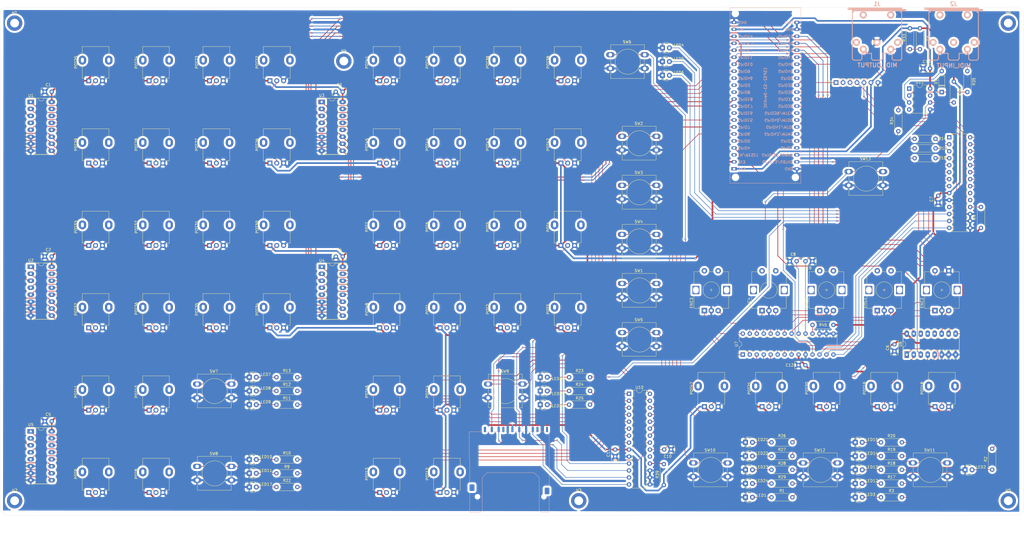
<source format=kicad_pcb>
(kicad_pcb (version 20240108) (generator "pcbnew") (generator_version "8.0")
  (layers (0 "F.Cu" signal) (31 "B.Cu" signal) (34 "B.Paste" user) (35 "F.Paste" user) (36 "B.SilkS" user "B.Silkscreen") (37 "F.SilkS" user "F.Silkscreen") (38 "B.Mask" user) (39 "F.Mask" user) (44 "Edge.Cuts" user))
  (net 0 "")
  (net 1 "GND")
  (net 2 "+5V")
  (net 3 "Net-(D1-A)")
  (net 4 "Net-(D1-K)")
  (net 5 "Net-(U7-GPB7)")
  (net 6 "Net-(U7-GPB6)")
  (net 9 "Net-(J1-Pad4)")
  (net 10 "Net-(J1-Pad5)")
  (net 11 "Net-(J2-Pad4)")
  (net 15 "/ADDR_A")
  (net 16 "/ADDR_B")
  (net 17 "/MIDI_OUT")
  (net 18 "/ADDR_C")
  (net 19 "/MIDI_IN")
  (net 20 "Net-(LED1-A)")
  (net 21 "Net-(LED2-A)")
  (net 22 "Net-(LED3-A)")
  (net 23 "Net-(LED4-A)")
  (net 24 "Net-(LED5-A)")
  (net 25 "Net-(LED6-A)")
  (net 26 "Net-(LED7-A)")
  (net 27 "Net-(LED8-A)")
  (net 28 "Net-(LED9-A)")
  (net 29 "Net-(LED10-A)")
  (net 30 "Net-(LED11-A)")
  (net 31 "Net-(LED12-A)")
  (net 32 "Net-(LED13-A)")
  (net 33 "Net-(LED14-A)")
  (net 34 "Net-(LED15-A)")
  (net 35 "Net-(LED17-A)")
  (net 36 "Net-(LED18-A)")
  (net 37 "Net-(LED19-A)")
  (net 38 "Net-(LED20-A)")
  (net 39 "Net-(LED21-A)")
  (net 40 "Net-(LED22-A)")
  (net 41 "Net-(LED23-A)")
  (net 42 "Net-(LED24-A)")
  (net 43 "Net-(U4-X5)")
  (net 44 "Net-(U4-X6)")
  (net 45 "Net-(U4-X7)")
  (net 46 "Net-(U4-X3)")
  (net 47 "Net-(U4-X2)")
  (net 48 "Net-(U4-X1)")
  (net 49 "Net-(U4-X0)")
  (net 50 "Net-(U5-X3)")
  (net 51 "Net-(U5-X2)")
  (net 52 "Net-(U5-X1)")
  (net 53 "Net-(U5-X0)")
  (net 54 "Net-(U5-X7)")
  (net 55 "Net-(U5-X6)")
  (net 56 "Net-(U5-X5)")
  (net 57 "Net-(U6-X7)")
  (net 58 "Net-(U6-X6)")
  (net 59 "Net-(U6-X5)")
  (net 60 "Net-(U1-X3)")
  (net 61 "Net-(U1-X2)")
  (net 62 "Net-(U1-X1)")
  (net 63 "Net-(U1-X0)")
  (net 64 "Net-(U1-X7)")
  (net 65 "Net-(U1-X6)")
  (net 66 "Net-(U1-X5)")
  (net 67 "Net-(U1-X4)")
  (net 68 "Net-(U2-X3)")
  (net 69 "Net-(U2-X2)")
  (net 70 "Net-(U2-X1)")
  (net 71 "Net-(U2-X0)")
  (net 72 "Net-(U2-X7)")
  (net 73 "Net-(U2-X6)")
  (net 74 "Net-(U2-X5)")
  (net 75 "Net-(U2-X4)")
  (net 76 "Net-(U3-X3)")
  (net 77 "Net-(U3-X2)")
  (net 78 "Net-(U3-X1)")
  (net 79 "Net-(U3-X0)")
  (net 80 "Net-(U3-X7)")
  (net 81 "Net-(U3-X6)")
  (net 82 "Net-(U3-X5)")
  (net 83 "Net-(U3-X4)")
  (net 84 "Net-(U5-X4)")
  (net 85 "Net-(U6-X4)")
  (net 86 "Net-(U4-X4)")
  (net 87 "Net-(U7-~{RESET})")
  (net 88 "Net-(U12-GPA7)")
  (net 89 "Net-(U12-GPA6)")
  (net 90 "Net-(U12-GPA5)")
  (net 91 "Net-(U12-GPA4)")
  (net 92 "Net-(U12-GPA3)")
  (net 93 "Net-(U12-GPA2)")
  (net 94 "Net-(U12-GPA1)")
  (net 95 "Net-(U12-GPA0)")
  (net 96 "Net-(U7-GPA0)")
  (net 97 "Net-(U7-GPA1)")
  (net 98 "Net-(U7-GPA2)")
  (net 99 "Net-(U7-GPA3)")
  (net 100 "Net-(U7-GPA4)")
  (net 101 "Net-(U7-GPA5)")
  (net 102 "Net-(U7-GPA6)")
  (net 103 "Net-(U7-GPA7)")
  (net 104 "Net-(U12-~{RESET})")
  (net 105 "Net-(U7-GPB4)")
  (net 106 "Net-(U7-GPB1)")
  (net 107 "Net-(U7-GPB2)")
  (net 108 "Net-(U7-GPB3)")
  (net 109 "Net-(U12-GPB1)")
  (net 110 "Net-(U12-GPB2)")
  (net 111 "Net-(U12-GPB3)")
  (net 112 "Net-(U12-GPB4)")
  (net 113 "Net-(U12-GPB5)")
  (net 114 "Net-(U12-GPB6)")
  (net 115 "Net-(U12-GPB7)")
  (net 116 "Net-(U7-GPB5)")
  (net 129 "+3.3V")
  (net 131 "Net-(U6-X2)")
  (net 139 "/SPI_CS_SD")
  (net 140 "/SPI_MISO")
  (net 141 "/SPI_MOSI")
  (net 142 "/SPI_SCK")
  (net 143 "Net-(U10-GPB6)")
  (net 144 "Net-(U10-GPB5)")
  (net 145 "Net-(U10-GPB4)")
  (net 146 "Net-(U10-GPB3)")
  (net 147 "Net-(U10-GPB2)")
  (net 148 "Net-(U10-GPB7)")
  (net 149 "Net-(U10-GPB0)")
  (net 150 "Net-(U10-GPB1)")
  (net 151 "Net-(U10-~{RESET})")
  (net 152 "Net-(U10-GPA4)")
  (net 153 "Net-(U10-GPA1)")
  (net 154 "Net-(U10-GPA2)")
  (net 155 "Net-(U10-GPA3)")
  (net 156 "Net-(U10-GPA5)")
  (net 157 "Net-(U7-GPB0)")
  (net 158 "Net-(U10-GPA7)")
  (net 159 "Net-(U10-GPA0)")
  (net 160 "Net-(U10-GPA6)")
  (net 161 "/VAL2")
  (net 162 "/VAL3")
  (net 163 "/VAL1")
  (net 164 "/VAL4")
  (net 165 "/VAL5")
  (net 166 "/VAL6")
  (net 167 "/INT2")
  (net 168 "/INT3")
  (net 169 "/SPI_CS_2")
  (net 170 "/INT1")
  (net 172 "/SPI_CS_1")
  (net 174 "/SPI_CS_3")
  (net 176 "/DISP_DC")
  (net 177 "/SPI_CS_DISP")
  (net 178 "/DISP_RES")
  (footprint "Capacitor_THT:C_Disc_D5.0mm_W2.5mm_P2.50mm" (layer "F.Cu") (at 190.0066 104.013)
    (property "Reference" "C3")
    (property "Value" "100nF")
  )
  (footprint "Potentiometer_THT:Potentiometer_Alpha_RD901F-40-00D_Single_Vertical" (layer "F.Cu") (at 366.294 218.7318 90)
    (property "Reference" "POT20")
    (property "Value" "B10k")
  )
  (footprint "Potentiometer_THT:Potentiometer_Alpha_RD901F-40-00D_Single_Vertical" (layer "F.Cu") (at 206 130 90)
    (property "Reference" "POT45")
    (property "Value" "B10k")
  )
  (footprint "Potentiometer_THT:Potentiometer_Alpha_RD901F-40-00D_Single_Vertical" (layer "F.Cu") (at 228 100 90)
    (property "Reference" "POT40")
    (property "Value" "B10k")
  )
  (footprint "Resistor_THT:R_Axial_DIN0207_L6.3mm_D2.5mm_P7.62mm_Horizontal" (layer "F.Cu") (at 429.133 241.681 90)
    (property "Reference" "R2")
    (property "Value" "330")
  )
  (footprint "Potentiometer_THT:Potentiometer_Alpha_RD901F-40-00D_Single_Vertical" (layer "F.Cu") (at 122 220 90)
    (property "Reference" "POT10")
    (property "Value" "B10k")
  )
  (footprint "Potentiometer_THT:Potentiometer_Alpha_RD901F-40-00D_Single_Vertical" (layer "F.Cu") (at 206 100 90)
    (property "Reference" "POT41")
    (property "Value" "B10k")
  )
  (footprint "Package_DIP:DIP-8_W7.62mm" (layer "F.Cu") (at 398.907 102.8446)
    (property "Reference" "U11")
    (property "Value" "6N137")
  )
  (footprint "LED_THT:LED_D3.0mm" (layer "F.Cu") (at 158.5 248)
    (property "Reference" "LED17")
    (property "Value" "GREEN" (hide yes))
  )
  (footprint "Library:SW_PUSH-12mm-4pin" (layer "F.Cu") (at 139.5 210.5)
    (property "Reference" "SW7")
    (property "Value" "~")
  )
  (footprint "LED_THT:LED_D3.0mm" (layer "F.Cu") (at 264.5 208)
    (property "Reference" "LED18")
    (property "Value" "GREEN" (hide yes))
  )
  (footprint "Rotary_Encoder:RotaryEncoder_Alps_EC12E-Switch_Vertical_H20mm" (layer "F.Cu") (at 387.294 183.7318 90)
    (property "Reference" "ENC1")
    (property "Value" "ROTARY_ENCODER")
  )
  (footprint "Potentiometer_THT:Potentiometer_Alpha_RD901F-40-00D_Single_Vertical" (layer "F.Cu") (at 122 250 90)
    (property "Reference" "POT8")
    (property "Value" "B10k")
  )
  (footprint "Potentiometer_THT:Potentiometer_Alpha_RD901F-40-00D_Single_Vertical" (layer "F.Cu") (at 324.294 218.7318 90)
    (property "Reference" "POT47")
    (property "Value" "B10k")
  )
  (footprint "Resistor_THT:R_Axial_DIN0207_L6.3mm_D2.5mm_P7.62mm_Horizontal" (layer "F.Cu") (at 348.742 231.7242)
    (property "Reference" "R26")
    (property "Value" "330")
  )
  (footprint "Resistor_THT:R_Axial_DIN0207_L6.3mm_D2.5mm_P7.62mm_Horizontal" (layer "F.Cu") (at 348.742 251.7394)
    (property "Reference" "R1")
    (property "Value" "330")
  )
  (footprint "Capacitor_THT:C_Disc_D5.0mm_W2.5mm_P2.50mm" (layer "F.Cu") (at 358.561 203.6064)
    (property "Reference" "C12")
    (property "Value" "100nF")
  )
  (footprint "Resistor_THT:R_Axial_DIN0207_L6.3mm_D2.5mm_P7.62mm_Horizontal" (layer "F.Cu") (at 348.742 241.7318)
    (property "Reference" "R28")
    (property "Value" "330")
  )
  (footprint "Resistor_THT:R_Axial_DIN0207_L6.3mm_D2.5mm_P7.62mm_Horizontal" (layer "F.Cu") (at 168.38 218)
    (property "Reference" "R11")
    (property "Value" "330")
  )
  (footprint "LED_THT:LED_D3.0mm" (layer "F.Cu") (at 419.26 241.7318)
    (property "Reference" "LED2")
    (property "Value" "GREEN" (hide yes))
  )
  (footprint "Potentiometer_THT:Potentiometer_Alpha_RD901F-40-00D_Single_Vertical" (layer "F.Cu") (at 100 220 90)
    (property "Reference" "POT11")
    (property "Value" "B10k")
  )
  (footprint "Potentiometer_THT:Potentiometer_Alpha_RD901F-40-00D_Single_Vertical" (layer "F.Cu") (at 166 160 90)
    (property "Reference" "POT30")
    (property "Value" "B10k")
  )
  (footprint "LED_THT:LED_D3.0mm" (layer "F.Cu") (at 158.5 243)
    (property "Reference" "LED11")
    (property "Value" "GREEN" (hide yes))
  )
  (footprint "Library:SW_PUSH-12mm-4pin" (layer "F.Cu") (at 245.5 210.5)
    (property "Reference" "SW9")
    (property "Value" "~")
  )
  (footprint "Package_DIP:DIP-16_W7.62mm_Socket_LongPads" (layer "F.Cu") (at 398.018 199.771 90)
    (property "Reference" "U6")
    (property "Value" "SN74HC4051")
  )
  (footprint "Resistor_THT:R_Axial_DIN0207_L6.3mm_D2.5mm_P7.62mm_Horizontal" (layer "F.Cu") (at 168.38 248)
    (property "Reference" "R22")
    (property "Value" "330")
  )
  (footprint "Library:SW_PUSH-12mm-4pin" (layer "F.Cu") (at 360.254 239.2318)
    (property "Reference" "SW12")
    (property "Value" "~")
  )
  (footprint "Resistor_THT:R_Axial_DIN0207_L6.3mm_D2.5mm_P7.62mm_Horizontal" (layer "F.Cu") (at 400.8882 124.6124)
    (property "Reference" "R15")
    (property "Value" "330")
  )
  (footprint "Capacitor_THT:C_Disc_D5.0mm_W2.5mm_P2.50mm" (layer "F.Cu") (at 363.6118 165.7604 180)
    (property "Reference" "C9")
    (property "Value" "100nF")
  )
  (footprint "MountingHole:MountingHole_3.2mm_M3_DIN965_Pad_TopBottom" (layer "F.Cu") (at 73 253)
    (property "Reference" "H2")
    (property "Value" "MountingHole")
  )
  (footprint "MountingHole:MountingHole_3.2mm_M3_DIN965_Pad_TopBottom" (layer "F.Cu") (at 192.9384 92.837)
    (property "Reference" "H4")
    (property "Value" "MountingHole")
  )
  (footprint "Potentiometer_THT:Potentiometer_Alpha_RD901F-40-00D_Single_Vertical" (layer "F.Cu") (at 250 160 90)
    (property "Reference" "POT5")
    (property "Value" "B10k")
  )
  (footprint "Potentiometer_THT:Potentiometer_Alpha_RD901F-40-00D_Single_Vertical" (layer "F.Cu") (at 206 160 90)
    (property "Reference" "POT7")
    (property "Value" "B10k")
  )
  (footprint "Library:SW_PUSH-12mm-4pin" (layer "F.Cu") (at 294.294 120.2318)
    (property "Reference" "SW2")
    (property "Value" "~")
  )
  (footprint "LED_THT:LED_D3.0mm" (layer "F.Cu") (at 339.254 251.7318)
    (property "Reference" "LED1")
    (property "Value" "GREEN" (hide yes))
  )
  (footprint "Library:SW_PUSH-12mm-4pin" (layer "F.Cu") (at 139.5 240.5)
    (property "Reference" "SW8")
    (property "Value" "~")
  )
  (footprint "Potentiometer_THT:Potentiometer_Alpha_RD901F-40-00D_Single_Vertical" (layer "F.Cu") (at 122 160 90)
    (property "Reference" "POT32")
    (property "Value" "B10k")
  )
  (footprint "LED_THT:LED_D3.0mm" (layer "F.Cu") (at 379.254 236.7318)
    (property "Reference" "LED14")
    (property "Value" "GREEN" (hide yes))
  )
  (footprint "Package_DIP:DIP-28_W7.62mm" (layer "F.Cu") (at 296.8244 214.0458)
    (property "Reference" "U10")
    (property "Value" "MCP23S17_SP")
  )
  (footprint "LED_THT:LED_D3.0mm" (layer "F.Cu") (at 308.991 88.011)
    (property "Reference" "LED4")
    (property "Value" "GREEN" (hide yes))
  )
  (footprint "LED_THT:LED_D3.0mm" (layer "F.Cu") (at 339.254 231.7318)
    (property "Reference" "LED21")
    (property "Value" "GREEN" (hide yes))
  )
  (footprint "Potentiometer_THT:Potentiometer_Alpha_RD901F-40-00D_Single_Vertical" (layer "F.Cu") (at 206 250 90)
    (property "Reference" "POT13")
    (property "Value" "B10k" (hide yes))
  )
  (footprint "Potentiometer_THT:Potentiometer_Alpha_RD901F-40-00D_Single_Vertical" (layer "F.Cu") (at 272 160 90)
    (property "Reference" "POT4")
    (property "Value" "B10k")
  )
  (footprint "LED_THT:LED_D3.0mm" (layer "F.Cu") (at 158.5 208)
    (property "Reference" "LED7")
    (property "Value" "GREEN" (hide yes))
  )
  (footprint "Potentiometer_THT:Potentiometer_Alpha_RD901F-40-00D_Single_Vertical" (layer "F.Cu") (at 100 100 90)
    (property "Reference" "POT25")
    (property "Value" "B10k")
  )
  (footprint "Resistor_THT:R_Axial_DIN0207_L6.3mm_D2.5mm_P7.62mm_Horizontal" (layer "F.Cu") (at 425.0436 153.6192 90)
    (property "Reference" "R4")
    (property "Value" "10k")
  )
  (footprint "Resistor_THT:R_Axial_DIN0207_L6.3mm_D2.5mm_P7.62mm_Horizontal" (layer "F.Cu") (at 388.62 251.7394)
    (property "Reference" "R3")
    (property "Value" "330")
  )
  (footprint "Capacitor_THT:C_Disc_D5.0mm_W2.5mm_P2.50mm" (layer "F.Cu") (at 355.3914 165.735)
    (property "Reference" "C8")
    (property "Value" "100nF")
  )
  (footprint "Capacitor_THT:C_Disc_D5.0mm_W2.5mm_P2.50mm" (layer "F.Cu") (at 291.7952 236.8604 90)
    (property "Reference" "C11")
    (property "Value" "100nF")
  )
  (footprint "Library:SW_PUSH-12mm-4pin" (layer "F.Cu") (at 320.254 239.2318)
    (property "Reference" "SW10")
    (property "Value" "~")
  )
  (footprint "Potentiometer_THT:Potentiometer_Alpha_RD901F-40-00D_Single_Vertical" (layer "F.Cu") (at 122 190 90)
    (property "Reference" "POT36")
    (property "Value" "B10k")
  )
  (footprint "Potentiometer_THT:Potentiometer_Alpha_RD901F-40-00D_Single_Vertical" (layer "F.Cu") (at 345.294 218.7318 90)
    (property "Reference" "POT21")
    (property "Value" "B10k")
  )
  (footprint "Capacitor_THT:C_Disc_D5.0mm_W2.5mm_P2.50mm" (layer "F.Cu") (at 84.0124 224.0534)
    (property "Reference" "C5")
    (property "Value" "100nF")
  )
  (footprint "Connector_PinHeader_2.54mm:PinHeader_1x07_P2.54mm_Vertical" (layer "F.Cu") (at 372.2624 100.6602 90)
    (property "Reference" "J3")
    (property "Value" "Display_Conn_SPI")
  )
  (footprint "LED_THT:LED_D3.0mm" (layer "F.Cu") (at 339.254 246.7318)
    (property "Reference" "LED24")
    (property "Value" "GREEN" (hide yes))
  )
  (footprint "Potentiometer_THT:Potentiometer_Alpha_RD901F-40-00D_Single_Vertical" (layer "F.Cu") (at 166 130 90)
    (property "Reference" "POT26")
    (property "Value" "B10k")
  )
  (footprint "Potentiometer_THT:Potentiometer_Alpha_RD901F-40-00D_Single_Vertical" (layer "F.Cu") (at 144 100 90)
    (property "Reference" "POT23")
    (property "Value" "B10k")
  )
  (footprint "Library:SW_PUSH-12mm-4pin" (layer "F.Cu") (at 290.031 90.511)
    (property "Reference" "SW6")
    (property "Value" "~")
  )
  (footprint "LED_THT:LED_D3.0mm" (layer "F.Cu") (at 379.254 241.7318)
    (property "Reference" "LED13")
    (property "Value" "GREEN" (hide yes))
  )
  (footprint "Resistor_THT:R_Axial_DIN0207_L6.3mm_D2.5mm_P7.62mm_Horizontal" (layer "F.Cu") (at 402.8186 88.4936 90)
    (property "Reference" "R5")
    (property "Value" "68")
  )
  (footprint "MountingHole:MountingHole_3.2mm_M3_DIN965_Pad_TopBottom" (layer "F.Cu") (at 278.511 253)
    (property "Reference" "H3")
    (property "Value" "MountingHole")
  )
  (footprint "Potentiometer_THT:Potentiometer_Alpha_RD901F-40-00D_Single_Vertical" (layer "F.Cu") (at 250 130 90)
    (property "Reference" "POT43")
    (property "Value" "B10k")
  )
  (footprint "Resistor_THT:R_Axial_DIN0207_L6.3mm_D2.5mm_P7.62mm_Horizontal" (layer "F.Cu") (at 168.38 213)
    (property "Reference" "R12")
    (property "Value" "330")
  )
  (footprint "Capacitor_THT:C_Disc_D5.0mm_W2.5mm_P2.50mm" (layer "F.Cu") (at 409.4734 144.4044 90)
    (property "Reference" "C7")
    (property "Value" "100nF")
  )
  (footprint "Potentiometer_THT:Potentiometer_Alpha_RD901F-40-00D_Single_Vertical" (layer "F.Cu") (at 228 220 90)
    (property "Reference" "POT14")
    (property "Value" "B10k")
  )
  (footprint "LED_THT:LED_D3.0mm" (layer "F.Cu") (at 379.254 246.7318)
    (property "Reference" "LED12")
    (property "Value" "GREEN" (hide yes))
  )
  (footprint "Resistor_THT:R_Axial_DIN0207_L6.3mm_D2.5mm_P7.62mm_Horizontal" (layer "F.Cu") (at 168.38 238)
    (property "Reference" "R10")
    (property "Value" "330")
  )
  (footprint "Potentiometer_THT:Potentiometer_Alpha_RD901F-40-00D_Single_Vertical" (layer "F.Cu") (at 387.294 218.7318 90)
    (property "Reference" "POT19")
    (property "Value" "B10k")
  )
  (footprint "Package_DIP:DIP-28_W7.62mm" (layer "F.Cu") (at 413.4866 120.5992)
    (property "Reference" "U12")
    (property "Value" "MCP23S17_SP")
  )
  (footprint "Capacitor_THT:C_Disc_D5.0mm_W2.5mm_P2.50mm" (layer "F.Cu") (at 84 104)
    (property "Reference" "C1")
    (property "Value" "100nF")
  )
  (footprint "Resistor_THT:R_Axial_DIN0207_L6.3mm_D2.5mm_P7.62mm_Horizontal" (layer "F.Cu") (at 275 213)
    (property "Reference" "R24")
    (property "Value" "330")
  )
  (footprint "Package_DIP:DIP-28_W7.62mm" (layer "F.Cu") (at 338.2772 199.7456 90)
    (property "Reference" "U7")
    (property "Value" "MCP23S17_SP")
  )
  (footprint "Resistor_THT:R_Axial_DIN0207_L6.3mm_D2.5mm_P7.62mm_Horizontal" (layer "F.Cu") (at 388.62 236.728)
    (property "Reference" "R19")
    (property "Value" "330")
  )
  (footprint "Resistor_THT:R_Axial_DIN0207_L6.3mm_D2.5mm_P7.62mm_Horizontal" (layer "F.Cu") (at 400.8628 121.158)
    (property "Reference" "R14")
    (property "Value" "330")
  )
  (footprint "Rotary_Encoder:RotaryEncoder_Alps_EC12E-Switch_Vertical_H20mm" (layer "F.Cu") (at 345.294 183.7318 90)
    (property "Reference" "ENC4")
    (property "Value" "ROTARY_ENCODER")
  )
  (footprint "LED_THT:LED_D3.0mm" (layer "F.Cu") (at 264.5 218)
    (property "Reference" "LED20")
    (property "Value" "GREEN" (hide yes))
  )
  (footprint "Rotary_Encoder:RotaryEncoder_Alps_EC12E-Switch_Vertical_H20mm" (layer "F.Cu") (at 408.294 183.7318 90)
    (property "Reference" "ENC2")
    (property "Value" "ROTARY_ENCODER")
  )
  (footprint "Package_DIP:DIP-16_W7.62mm_Socket_LongPads" (layer "F.Cu") (at 78.88 107.72)
    (property "Reference" "U1")
    (property "Value" "SN74HC4051" (hide yes))
  )
  (footprint "Package_DIP:DIP-16_W7.62mm_Socket_LongPads" (layer "F.Cu") (at 184.8612 107.7214)
    (property "Reference" "U3")
    (property "Value" "SN74HC4051")
  )
  (footprint "Library:SW_PUSH-12mm-4pin" (layer "F.Cu") (at 294.294 173.8568)
    (property "Reference" "SW1")
    (property "Value" "~")
  )
  (footprint "Potentiometer_THT:Potentiometer_Alpha_RD901F-40-00D_Single_Vertical" (layer "F.Cu") (at 122 130 90)
    (property "Reference" "POT28")
    (property "Value" "B10k")
  )
  (footprint "LED_THT:LED_D3.0mm" (layer "F.Cu") (at 158.5 218)
    (property "Reference" "LED9")
    (property "Value" "GREEN" (hide yes))
  )
  (footprint "Potentiometer_THT:Potentiometer_Alpha_RD901F-40-00D_Single_Vertical" (layer "F.Cu") (at 206 220 90)
    (property "Reference" "POT46")
    (property "Value" "B10k")
  )
  (footprint "LED_THT:LED_D3.0mm" (layer "F.Cu") (at 158.5 213)
    (property "Reference" "LED8")
    (property "Value" "GREEN" (hide yes))
  )
  (footprint "Resistor_THT:R_Axial_DIN0207_L6.3mm_D2.5mm_P7.62mm_Horizontal" (layer "F.Cu") (at 388.62 241.7318)
    (property "Reference" "R18")
    (property "Value" "330")
  )
  (footprint "LED_THT:LED_D3.0mm" (layer "F.Cu") (at 379.254 231.7318)
    (property "Reference" "LED15")
    (property "Value" "GREEN" (hide yes))
  )
  (footprint "Resistor_THT:R_Axial_DIN0207_L6.3mm_D2.5mm_P7.62mm_Horizontal" (layer "F.Cu") (at 399.161 88.4936 90)
    (property "Reference" "R33")
    (property "Value" "68")
  )
  (footprint "Potentiometer_THT:Potentiometer_Alpha_RD901F-40-00D_Single_Vertical" (layer "F.Cu") (at 228 250 90)
    (property "Reference" "POT12")
    (property "Value" "B10k" (hide yes))
  )
  (footprint "Resistor_THT:R_Axial_DIN0207_L6.3mm_D2.5mm_P7.62mm_Horizontal" (layer "F.Cu") (at 348.742 246.7356)
    (property "Reference" "R29")
    (property "Value" "330")
  )
  (footprint "LED_THT:LED_D3.0mm" (layer "F.Cu") (at 379.254 251.7318)
    (property "Reference" "LED3")
    (property "Value" "GREEN" (hide yes))
  )
  (footprint "Potentiometer_THT:Potentiometer_Alpha_RD901F-40-00D_Single_Vertical" (layer "F.Cu") (at 100 130 90)
    (property "Reference" "POT29")
    (property "Value" "B10k")
  )
  (footprint "Diode_THT:D_DO-35_SOD27_P7.62mm_Horizontal" (layer "F.Cu") (at 410.7688 104.1146 90)
    (property "Reference" "D1")
    (property "Value" "1N4148")
  )
  (footprint "Resistor_THT:R_Axial_DIN0207_L6.3mm_D2.5mm_P7.62mm_Horizontal" (layer "F.Cu") (at 371.2972 188.9506 180)
    (property "Reference" "R45")
    (property "Value" "10k")
  )
  (footprint "Resistor_THT:R_Axial_DIN0207_L6.3mm_D2.5mm_P7.62mm_Horizontal" (layer "F.Cu") (at 388.62 246.7356)
    (property "Reference" "R17")
    (property "Value" "330")
  )
  (footprint "Potentiometer_THT:Potentiometer_Alpha_RD901F-40-00D_Single_Vertical" (layer "F.Cu") (at 100 250 90)
    (property "Reference" "POT9")
    (property "Value" "B10k")
  )
  (footprint "LED_THT:LED_D3.0mm" (layer "F.Cu") (at 339.254 241.7318)
    (property "Reference" "LED23")
    (property "Value" "GREEN" (hide yes))
  )
  (footprint "Library:SW_PUSH-12mm-4pin" (layer "F.Cu") (at 376.8598 133.1068)
    (property "Reference" "SW13")
    (property "Value" "~")
  )
  (footprint "MountingHole:MountingHole_3.2mm_M3_DIN965_Pad_TopBottom" (layer "F.Cu") (at 73 79)
    (property "Reference" "H1")
    (property "Value" "MountingHole")
  )
  (footprint "LED_THT:LED_D3.0mm" (layer "F.Cu") (at 339.254 236.7318)
    (property "Reference" "LED22")
    (property "Value" "GREEN" (hide yes))
  )
  (footprint "Potentiometer_THT:Potentiometer_Alpha_RD901F-40-00D_Single_Vertical" (layer "F.Cu") (at 166 190 90)
    (property "Reference" "POT34")
    (property "Value" "B10k")
  )
  (footprint "Potentiometer_THT:Potentiometer_Alpha_RD901F-40-00D_Single_Vertical" (layer "F.Cu") (at 166 100 90)
    (property "Reference" "POT22")
    (property "Value" "B10k")
  )
  (footprint "Capacitor_THT:C_Disc_D5.0mm_W2.5mm_P2.50mm" (layer "F.Cu") (at 190.032 164.0332)
    (property "Reference" "C4")
    (property "Value" "100nF")
  )
  (footprint "LED_THT:LED_D3.0mm" (layer "F.Cu") (at 158.5 238)
    (property "Reference" "LED10")
    (property "Value" "GREEN" (hide yes))
  )
  (footprint "Potentiometer_THT:Potentiometer_Alpha_RD901F-40-00D_Single_Vertical" (layer "F.Cu") (at 408.294 218.7318 90)
    (property "Reference" "POT18")
    (property "Value" "B10k")
  )
  (footprint "Capacitor_THT:C_Disc_D5.0mm_W2.5mm_P2.50mm" (layer "F.Cu") (at 404.0016 95.5294)
    (property "Reference" "C13")
    (property "Value" "100nF")
  )
  (footprint "Potentiometer_THT:Potentiometer_Alpha_RD901F-40-00D_Single_Vertical" (layer "F.Cu") (at 144 130 90)
    (property "Reference" "POT27")
    (property "Value" "B10k")
  )
  (footprint "Potentiometer_THT:Potentiometer_Alpha_RD901F-40-00D_Single_Vertical" (layer "F.Cu") (at 228 130 90)
    (property "Reference" "POT44")
    (property "Value" "B10k")
  )
  (footprint "Library:SW_PUSH-12mm-4pin" (layer "F.Cu") (at 294.294 138.1068)
    (property "Reference" "SW3")
    (property "Value" "~")
  )
  (footprint "LED_THT:LED_D3.0mm" (layer "F.Cu") (at 308.991 98.011)
    (property "Reference" "LED6")
    (property "Value" "GREEN" (hide yes))
  )
  (footprint "Resistor_THT:R_Axial_DIN0207_L6.3mm_D2.5mm_P7.62mm_Horizontal" (layer "F.Cu") (at 388.62 231.7242)
    (property "Reference" "R20")
    (property "Value" "330")
  )
  (footprint "Resistor_THT:R_Axial_DIN0207_L6.3mm_D2.5mm_P7.62mm_Horizontal" (layer "F.Cu") (at 420.0906 96.4946 -90)
    (property "Reference" "R35")
    (property "Value" "220")
  )
  (footprint "Potentiometer_THT:Potentiometer_Alpha_RD901F-40-00D_Single_Vertical" (layer "F.Cu") (at 250 100 90)
    (property "Reference" "POT39")
    (property "Value" "B10k")
  )
  (footprint "Potentiometer_THT:Potentiometer_Alpha_RD901F-40-00D_Single_Vertical" (layer "F.Cu") (at 100 190 90)
    (property "Reference" "POT37")
    (property "Value" "B10k")
  )
  (footprint "Potentiometer_THT:Potentiometer_Alpha_RD901F-40-00D_Single_Vertical" (layer "F.Cu") (at 228 160 90)
    (property "Reference" "POT6")
    (property "Value" "B10k")
  )
  (footprint "Potentiometer_THT:Potentiometer_Alpha_RD901F-40-00D_Single_Vertical" (layer "F.Cu") (at 272 130 90)
    (property "Reference" "POT42")
    (property "Value" "B10k")
  )
  (footprint "Resistor_THT:R_Axial_DIN0207_L6.3mm_D2.5mm_P7.62mm_Horizontal" (layer "F.Cu") (at 400.8882 128.1938)
    (property "Reference" "R16")
    (property "Value" "330")
  )
  (footprint "MountingHole:MountingHole_3.2mm_M3_DIN965_Pad_TopBottom" (layer "F.Cu") (at 435 79)
    (property "Reference" "H6")
    (property "Value" "MountingHole")
  )
  (footprint "Potentiometer_THT:Potentiometer_Alpha_RD901F-40-00D_Single_Vertical" (layer "F.Cu") (at 250 190 90)
    (property "Reference" "POT2")
    (property "Value" "B10k")
  )
  (footprint "Resistor_THT:R_Axial_DIN0207_L6.3mm_D2.5mm_P7.62mm_Horizontal" (layer "F.Cu") (at 415.163 100.3046 -90)
    (property "Reference" "R36")
    (property "Value" "470")
  )
  (footprint "Resistor_THT:R_Axial_DIN0207_L6.3mm_D2.5mm_P7.62mm_Horizontal" (layer "F.Cu") (at 275 208)
    (property "Reference" "R23")
    (property "Value" "330")
  )
  (footprint "Potentiometer_THT:Potentiometer_Alpha_RD901F-40-00D_Single_Vertical" (layer "F.Cu") (at 272 190 90)
    (property "Reference" "POT3")
    (property "Value" "B10k")
  )
  (footprint "Capacitor_THT:C_Disc_D5.0mm_W2.5mm_P2.50mm" (layer "F.Cu") (at 393.5222 198.5264 90)
    (property "Reference" "C6")
    (property "Value" "100nF")
  )
  (footprint "Potentiometer_THT:Potentiometer_Alpha_RD901F-40-00D_Single_Vertical" (layer "F.Cu") (at 122 100 90)
    (property "Reference" "POT24")
    (property "Value" "B10k")
  )
  (footprint "Potentiometer_THT:Potentiometer_Alpha_RD901F-40-00D_Single_Vertical" (layer "F.Cu") (at 206 190 90)
    (property "Reference" "POT48")
    (property "Value" "B10k")
  )
  (footprint "Library:SW_PUSH-12mm-4pin" (layer "F.Cu") (at 400.26 239.2318)
    (property "Reference" "SW11")
    (property "Value" "~")
  )
  (footprint "Potentiometer_THT:Potentiometer_Alpha_RD901F-40-00D_Single_Vertical" (layer "F.Cu") (at 272 100 90)
    (property "Reference" "POT38")
    (property "Value" "B10k")
  )
  (footprint "Package_DIP:DIP-16_W7.62mm_Socket_LongPads" (layer "F.Cu") (at 78.867 227.7364)
    (property "Reference" "U5")
    (property "Value" "SN74HC4051")
  )
  (footprint "LED_THT:LED_D3.0mm" (layer "F.Cu") (at 308.991 93.011)
    (property "Reference" "LED5")
    (property "Value" "GREEN" (hide yes))
  )
  (footprint "Resistor_THT:R_Axial_DIN0207_L6.3mm_D2.5mm_P7.62mm_Horizontal" (layer "F.Cu") (at 275 218)
    (property "Reference" "R25")
    (property "Value" "330")
  )
  (footprint "Resistor_THT:R_Axial_DIN0207_L6.3mm_D2.5mm_P7.62mm_Horizontal" (layer "F.Cu") (at 168.38 208)
    (property "Reference" "R13")
    (property "Value" "330")
  )
  (footprint "MountingHole:MountingHole_3.2mm_M3_DIN965_Pad_TopBottom" (layer "F.Cu") (at 435 253)
    (property "Reference" "H5")
    (property "Value" "MountingHole")
  )
  (footprint "Potentiometer_THT:Potentiometer_Alpha_RD901F-40-00D_Single_Vertical" (layer "F.Cu") (at 144 160 90)
    (property "Reference" "POT31")
    (property "Value" "B10k")
  )
  (footprint "Package_DIP:DIP-16_W7.62mm_Socket_LongPads" (layer "F.Cu") (at 184.912 167.7924)
    (property "Reference" "U4")
    (property "Value" "SN74HC4051")
  )
  (footprint "Resistor_THT:R_Axial_DIN0207_L6.3mm_D2.5mm_P7.62mm_Horizontal" (layer "F.Cu") (at 309.5244 247.269 90)
    (property "Reference" "R39")
    (property "Value" "10k")
  )
  (footprint "Potentiometer_THT:Potentiometer_Alpha_RD901F-40-00D_Single_Vertical" (layer "F.Cu") (at 144 190 90)
    (property "Reference" "POT35")
    (property "Value" "B10k")
  )
  (footprint "Package_DIP:DIP-16_W7.62mm_Socket_LongPads" (layer "F.Cu") (at 78.8924 167.767)
    (property "Reference" "U2")
    (property "Value" "SN74HC4051")
  )
  (footprint "Potentiometer_THT:Potentiometer_Alpha_RD901F-40-00D_Single_Vertical" (layer "F.Cu") (at 228 190 90)
    (property "Reference" "POT1")
    (property "Value" "B10k")
  )
  (footprint "Capacitor_THT:C_Disc_D5.0mm_W2.5mm_P2.50mm" (layer "F.Cu") (at 84.0178 164.0332)
    (property "Reference" "C2")
    (property "Value" "100nF")
  )
  (footprint "LED_THT:LED_D3.0mm" (layer "F.Cu") (at 264.5 213)
    (property "Reference" "LED19")
    (property "Value" "GREEN" (hide yes))
  )
  (footprint "Library:SW_PUSH-12mm-4pin" (layer "F.Cu") (at 294.294 155.9818)
    (property "Reference" "SW4")
    (property "Value" "~")
  )
  (footprint "Potentiometer_THT:Potentiometer_Alpha_RD901F-40-00D_Single_Vertical" (layer "F.Cu") (at 100 160 90)
    (property "Reference" "POT33")
    (property "Value" "B10k")
  )
  (footprint "Library:SW_PUSH-12mm-4pin" (layer "F.Cu") (at 294.294 191.7318)
    (property "Reference" "SW5")
    (property "Value" "~")
  )
  (footprint "Resistor_THT:R_Axial_DIN0207_L6.3mm_D2.5mm_P7.62mm_Horizontal" (layer "F.Cu") (at 168.38 243)
    (property "Reference" "R9")
    (property "Value" "330")
  )
  (footprint "Capacitor_THT:C_Disc_D5.0mm_W2.5mm_P2.50mm" (layer "F.Cu") (at 312.1406 234.3404 180)
    (property "Reference" "C10")
    (property "Value" "100nF")
  )
  (footprint "Resistor_THT:R_Axial_DIN0207_L6.3mm_D2.5mm_P7.62mm_Horizontal" (layer "F.Cu") (at 394.9446 118.364 90)
    (property "Reference" "R34")
    (property "Value" "10")
  )
  (footprint "Resistor_THT:R_Axial_DIN0207_L6.3mm_D2.5mm_P7.62mm_Horizontal" (layer "F.Cu") (at 348.742 236.728)
    (property "Reference" "R27")
    (property "Value" "330")
  )
  (footprint "Rotary_Encoder:RotaryEncoder_Alps_EC12E-Switch_Vertical_H20mm" (layer "F.Cu") (at 324.294 183.7318 90)
    (property "Reference" "ENC3")
    (property "Value" "ROTARY_ENCODER")
  )
  (footprint "Rotary_Encoder:RotaryEncoder_Alps_EC12E-Switch_Vertical_H20mm" (layer "F.Cu") (at 366.294 183.7318 90)
    (property "Reference" "ENC5")
    (property "Value" "ROTARY_ENCODER")
  )
  (footprint "Connector_Card:SD_Kyocera_145638009511859+" (layer "B.Cu") (at 253.7236 239.5342 180)
    (property "Reference" "J4")
    (property "Value" "SD_Card")
  )
  (footprint "Eurocad:MIDI_DIN5" (layer "B.Cu") (at 387.1722 83.0072)
    (property "Reference" "J1")
    (property "Value" "MIDI_OUTPUT")
  )
  (footprint "Espressif:Waveshare ESP32-S3-DevKitC" (layer "B.Cu") (at 335.1022 132.08)
    (property "Reference" "U9" (hide yes))
    (property "Value" "ESP32-S3-DevKitC")
  )
  (footprint "Eurocad:MIDI_DIN5" (layer "B.Cu") (at 415.0868 83.0072)
    (property "Reference" "J2")
    (property "Value" "MIDI_INPUT")
  )
  (gr_line (start 440.7 255.25) (end 440.7 76.25) (stroke (width 0.05)) (layer "Edge.Cuts"))
  (gr_arc (start 67.7 76.25) (mid 68.57868 74.12868) (end 70.7 73.25) (stroke (width 0.05)) (layer "Edge.Cuts"))
  (gr_line (start 67.7 76.25) (end 67.7 255.25) (stroke (width 0.05)) (layer "Edge.Cuts"))
  (gr_arc (start 70.7 258.25) (mid 68.57868 257.37132) (end 67.7 255.25) (stroke (width 0.05)) (layer "Edge.Cuts"))
  (gr_arc (start 437.7 73.25) (mid 439.82132 74.12868) (end 440.7 76.25) (stroke (width 0.05)) (layer "Edge.Cuts"))
  (gr_line (start 437.7 73.25) (end 70.7 73.25) (stroke (width 0.05)) (layer "Edge.Cuts"))
  (gr_arc (start 440.7 255.25) (mid 439.82132 257.37132) (end 437.7 258.25) (stroke (width 0.05)) (layer "Edge.Cuts"))
  (gr_line (start 70.7 258.25) (end 437.7 258.25) (stroke (width 0.05)) (layer "Edge.Cuts"))
  (segment (start 406.5016 102.8192) (end 406.5016 95.5294) (width 0.6) (layer "F.Cu") (net 2))
  (segment (start 406.5016 88.7476) (end 405.4856 87.7316) (width 0.6) (layer "B.Cu") (net 2))
  (segment (start 364.5662 77.216) (end 356.7938 77.216) (width 0.6) (layer "B.Cu") (net 2))
  (segment (start 365.5314 78.1812) (end 364.5662 77.216) (width 0.6) (layer "B.Cu") (net 2))
  (segment (start 352.72708 81.28272) (end 335.09852 81.28272) (width 0.6) (layer "B.Cu") (net 2))
  (segment (start 405.4856 79.8576) (end 403.8092 78.1812) (width 0.6) (layer "B.Cu") (net 2))
  (segment (start 356.7938 77.216) (end 352.72708 81.28272) (width 0.6) (layer "B.Cu") (net 2))
  (segment (start 403.8092 78.1812) (end 365.5314 78.1812) (width 0.6) (layer "B.Cu") (net 2))
  (segment (start 405.4856 87.7316) (end 405.4856 79.8576) (width 0.6) (layer "B.Cu") (net 2))
  (segment (start 406.5016 95.5294) (end 406.5016 88.7476) (width 0.6) (layer "B.Cu") (net 2))
  (segment (start 410.7688 89.18448) (end 410.7688 96.4946) (width 0.2) (layer "F.Cu") (net 3))
  (segment (start 410.09062 88.5063) (end 410.7688 89.18448) (width 0.2) (layer "F.Cu") (net 3))
  (segment (start 399.2372 99.4156) (end 407.8478 99.4156) (width 0.2) (layer "B.Cu") (net 3))
  (segment (start 397.2306 106.2482) (end 397.2306 101.4222) (width 0.2) (layer "B.Cu") (net 3))
  (segment (start 407.8478 99.4156) (end 410.7688 96.4946) (width 0.2) (layer "B.Cu") (net 3))
  (segment (start 397.2306 101.4222) (end 399.2372 99.4156) (width 0.2) (layer "B.Cu") (net 3))
  (segment (start 398.907 107.9246) (end 397.2306 106.2482) (width 0.2) (layer "B.Cu") (net 3))
  (segment (start 420.0906 104.1146) (end 400.177 104.1146) (width 0.2) (layer "F.Cu") (net 4))
  (segment (start 400.177 104.1146) (end 398.907 105.3846) (width 0.2) (layer "F.Cu") (net 4))
  (segment (start 387.731 197.7136) (end 356.7684 197.7136) (width 0.2) (layer "F.Cu") (net 5))
  (segment (start 356.7684 197.7136) (end 356.0572 198.4248) (width 0.2) (layer "F.Cu") (net 5))
  (segment (start 356.0572 198.4248) (end 356.0572 199.7456) (width 0.2) (layer "F.Cu") (net 5))
  (segment (start 413.294 183.7318) (end 411.301 185.7248) (width 0.2) (layer "F.Cu") (net 5))
  (segment (start 411.301 185.7248) (end 399.7198 185.7248) (width 0.2) (layer "F.Cu") (net 5))
  (segment (start 399.7198 185.7248) (end 387.731 197.7136) (width 0.2) (layer "F.Cu") (net 5))
  (segment (start 355.0412 196.469) (end 353.5172 197.993) (width 0.2) (layer "F.Cu") (net 6))
  (segment (start 353.5172 197.993) (end 353.5172 199.7456) (width 0.2) (layer "F.Cu") (net 6))
  (segment (start 408.294 183.7318) (end 400.138 183.7318) (width 0.2) (layer "F.Cu") (net 6))
  (segment (start 387.4008 196.469) (end 355.0412 196.469) (width 0.2) (layer "F.Cu") (net 6))
  (segment (start 400.138 183.7318) (end 387.4008 196.469) (width 0.2) (layer "F.Cu") (net 6))
  (segment (start 392.16838 88.5063) (end 402.8059 88.5063) (width 0.2) (layer "F.Cu") (net 9))
  (segment (start 402.8059 88.5063) (end 402.8186 88.4936) (width 0.2) (layer "F.Cu") (net 9))
  (segment (start 394.9446 101.27488) (end 394.9446 110.744) (width 0.2) (layer "F.Cu") (net 10))
  (segment (start 382.17602 88.5063) (end 394.9446 101.27488) (width 0.2) (layer "F.Cu") (net 10))
  (segment (start 420.0906 88.51392) (end 420.0906 96.4946) (width 0.2) (layer "F.Cu") (net 11))
  (segment (start 420.08298 88.5063) (end 420.0906 88.51392) (width 0.2) (layer "F.Cu") (net 11))
  (segment (start 74.93 151.9428) (end 90.3986 136.4742) (width 0.254) (layer "F.Cu") (net 15))
  (segment (start 83.8708 82.55) (end 74.9427 91.4781) (width 0.254) (layer "F.Cu") (net 15))
  (segment (start 416.3568 185.1914) (end 410.718 190.8302) (width 0.254) (layer "F.Cu") (net 15))
  (segment (start 86.5124 180.467) (end 85.2454 179.2) (width 0.254) (layer "F.Cu") (net 15))
  (segment (start 90.3986 124.3584) (end 86.5 120.4598) (width 0.254) (layer "F.Cu") (net 15))
  (segment (start 396.5448 161.29) (end 402.59 167.3352) (width 0.254) (layer "F.Cu") (net 15))
  (segment (start 74.9427 117.1956) (end 76.8985 119.1514) (width 0.254) (layer "F.Cu") (net 15))
  (segment (start 90.4624 184.417) (end 90.4624 196.3764) (width 0.254) (layer "F.Cu") (net 15))
  (segment (start 183.0564 119.15) (end 191.2098 119.15) (width 0.254) (layer "F.Cu") (net 15))
  (segment (start 74.9938 237.122) (end 77.0468 239.175) (width 0.254) (layer "F.Cu") (net 15))
  (segment (start 181.3306 82.55) (end 83.8708 82.55) (width 0.254) (layer "F.Cu") (net 15))
  (segment (start 77.0468 239.175) (end 85.2222 239.175) (width 0.254) (layer "F.Cu") (net 15))
  (segment (start 77.2444 179.2) (end 74.93 176.8856) (width 0.254) (layer "F.Cu") (net 15))
  (segment (start 183.261 179.2224) (end 180.975 176.9364) (width 0.254) (layer "F.Cu") (net 15))
  (segment (start 411.9118 177.6222) (end 416.3568 182.0672) (width 0.254) (layer "F.Cu") (net 15))
  (segment (start 189.865 82.55) (end 180.975 91.44) (width 0.254) (layer "F.Cu") (net 15))
  (segment (start 411.9118 170.1292) (end 411.9118 177.6222) (width 0.254) (layer "F.Cu") (net 15))
  (segment (start 76.8985 119.1514) (end 85.2314 119.1514) (width 0.254) (layer "F.Cu") (net 15))
  (segment (start 85.2454 179.2) (end 77.2444 179.2) (width 0.254) (layer "F.Cu") (net 15))
  (segment (start 86.5124 180.467) (end 90.4624 184.417) (width 0.254) (layer "F.Cu") (net 15))
  (segment (start 180.975 117.0686) (end 183.0564 119.15) (width 0.254) (layer "F.Cu") (net 15))
  (segment (start 191.2098 119.15) (end 192.4812 120.4214) (width 0.254) (layer "F.Cu") (net 15))
  (segment (start 180.975 91.44) (end 180.975 117.0686) (width 0.254) (layer "F.Cu") (net 15))
  (segment (start 86.5 120.4598) (end 86.5 120.42) (width 0.254) (layer "F.Cu") (net 15))
  (segment (start 85.2222 239.175) (end 86.4836 240.4364) (width 0.254) (layer "F.Cu") (net 15))
  (segment (start 191.262 179.2224) (end 183.261 179.2224) (width 0.254) (layer "F.Cu") (net 15))
  (segment (start 410.718 190.8302) (end 410.718 192.151) (width 0.254) (layer "F.Cu") (net 15))
  (segment (start 365.887 153.5684) (end 373.6086 161.29) (width 0.254) (layer "F.Cu") (net 15))
  (segment (start 74.9938 211.845) (end 74.9938 237.122) (width 0.254) (layer "F.Cu") (net 15))
  (segment (start 345.694 82.55) (end 352.044 88.9) (width 0.254) (layer "F.Cu") (net 15))
  (segment (start 90.3986 136.4742) (end 90.3986 124.3584) (width 0.254) (layer "F.Cu") (net 15))
  (segment (start 189.865 82.55) (end 345.694 82.55) (width 0.254) (layer "F.Cu") (net 15))
  (segment (start 85.2314 119.1514) (end 86.5 120.42) (width 0.254) (layer "F.Cu") (net 15))
  (segment (start 180.975 151.9174) (end 196.469 136.4234) (width 0.254) (layer "F.Cu") (net 15))
  (segment (start 352.044 88.9) (end 357.9622 88.9) (width 0.254) (layer "F.Cu") (net 15))
  (segment (start 416.3568 182.0672) (end 416.3568 185.1914) (width 0.254) (layer "F.Cu") (net 15))
  (segment (start 180.975 176.9364) (end 180.975 151.9174) (width 0.254) (layer "F.Cu") (net 15))
  (segment (start 74.9427 91.4781) (end 74.9427 117.1956) (width 0.254) (layer "F.Cu") (net 15))
  (segment (start 90.4624 196.3764) (end 74.9938 211.845) (width 0.254) (layer "F.Cu") (net 15))
  (segment (start 74.93 176.8856) (end 74.93 151.9428) (width 0.254) (layer "F.Cu") (net 15))
  (segment (start 365.887 105.3338) (end 365.887 153.5684) (width 0.254) (layer "F.Cu") (net 15))
  (segment (start 196.469 124.4092) (end 192.4812 120.4214) (width 0.254) (layer "F.Cu") (net 15))
  (segment (start 192.532 180.4924) (end 191.262 179.2224) (width 0.254) (layer "F.Cu") (net 15))
  (segment (start 373.6086 161.29) (end 396.5448 161.29) (width 0.254) (layer "F.Cu") (net 15))
  (segment (start 196.469 136.4234) (end 196.469 124.4092) (width 0.254) (layer "F.Cu") (net 15))
  (segment (start 402.59 167.3352) (end 409.1178 167.3352) (width 0.254) (layer "F.Cu") (net 15))
  (segment (start 409.1178 167.3352) (end 411.9118 170.1292) (width 0.254) (layer "F.Cu") (net 15))
  (via (at 189.865 82.55) (size 0.6) (drill 0.3) (layers "F.Cu" "B.Cu") (net 15))
  (via (at 365.9124 105.3084) (size 0.6) (drill 0.3) (layers "F.Cu" "B.Cu") (net 15))
  (via (at 181.3306 82.55) (size 0.6) (drill 0.3) (layers "F.Cu" "B.Cu") (net 15))
  (segment (start 365.887 105.283) (end 365.9124 105.3084) (width 0.254) (layer "B.Cu") (net 15))
  (segment (start 365.9124 105.3084) (end 365.887 105.3338) (width 0.254) (layer "B.Cu") (net 15))
  (segment (start 360.6038 88.9) (end 365.887 94.1832) (width 0.254) (layer "B.Cu") (net 15))
  (segment (start 181.3306 82.55) (end 189.865 82.55) (width 0.254) (layer "B.Cu") (net 15))
  (segment (start 357.9622 88.9) (end 360.6038 88.9) (width 0.254) (layer "B.Cu") (net 15))
  (segment (start 365.887 94.1832) (end 365.887 105.283) (width 0.254) (layer "B.Cu") (net 15))
  (segment (start 183.041 121.7) (end 191.2198 121.7) (width 0.254) (layer "F.Cu") (net 16))
  (segment (start 403.3012 165.7858) (end 397.1798 159.6644) (width 0.254) (layer "F.Cu") (net 16))
  (segment (start 195.5038 136.1186) (end 195.5038 125.984) (width 0.254) (layer "F.Cu") (net 16))
  (segment (start 89.5096 125.9586) (end 89.5096 136.1948) (width 0.254) (layer "F.Cu") (net 16))
  (segment (start 89.5734 186.068) (end 89.5734 196.097) (width 0.254) (layer "F.Cu") (net 16))
  (segment (start 74.041 178.7144) (end 77.0636 181.737) (width 0.254) (layer "F.Cu") (net 16))
  (segment (start 192.532 183.0324) (end 191.262 181.7624) (width 0.254) (layer "F.Cu") (net 16))
  (segment (start 85.251 121.7) (end 89.5096 125.9586) (width 0.254) (layer "F.Cu") (net 16))
  (segment (start 74.1048 211.5656) (end 74.1048 238.7476) (width 0.254) (layer "F.Cu") (net 16))
  (segment (start 85.217 241.7064) (end 86.4836 242.973) (width 0.254) (layer "F.Cu") (net 16))
  (segment (start 74.1048 238.7476) (end 77.0636 241.7064) (width 0.254) (layer "F.Cu") (net 16))
  (segment (start 76.742 121.7) (end 85.251 121.7) (width 0.254) (layer "F.Cu") (net 16))
  (segment (start 89.5096 136.1948) (end 74.041 151.6634) (width 0.254) (layer "F.Cu") (net 16))
  (segment (start 352.1202 86.36) (end 357.9622 86.36) (width 0.254) (layer "F.Cu") (net 16))
  (segment (start 77.0636 181.737) (end 85.2424 181.737) (width 0.254) (layer "F.Cu") (net 16))
  (segment (start 191.2198 121.7) (end 192.4812 122.9614) (width 0.254) (layer "F.Cu") (net 16))
  (segment (start 183.2102 181.7624) (end 180.086 178.6382) (width 0.254) (layer "F.Cu") (net 16))
  (segment (start 89.5734 196.097) (end 74.1048 211.5656) (width 0.254) (layer "F.Cu") (net 16))
  (segment (start 180.086 151.5364) (end 195.5038 136.1186) (width 0.254) (layer "F.Cu") (net 16))
  (segment (start 397.1798 159.6644) (end 375.92 159.6644) (width 0.254) (layer "F.Cu") (net 16))
  (segment (start 413.258 192.151) (end 413.258 191.0588) (width 0.254) (layer "F.Cu") (net 16))
  (segment (start 74.0537 119.0117) (end 76.742 121.7) (width 0.254) (layer "F.Cu") (net 16))
  (segment (start 418.3126 186.0042) (end 418.3126 169.7228) (width 0.254) (layer "F.Cu") (net 16))
  (segment (start 190.6778 80.0862) (end 180.086 90.678) (width 0.254) (layer "F.Cu") (net 16))
  (segment (start 345.8464 80.0862) (end 352.1202 86.36) (width 0.254) (layer "F.Cu") (net 16))
  (segment (start 74.0537 90.7161) (end 74.0537 119.0117) (width 0.254) (layer "F.Cu") (net 16))
  (segment (start 180.086 178.6382) (end 180.086 151.5364) (width 0.254) (layer "F.Cu") (net 16))
  (segment (start 77.0636 241.7064) (end 85.217 241.7064) (width 0.254) (layer "F.Cu") (net 16))
  (segment (start 190.7286 80.0862) (end 190.6778 80.0862) (width 0.254) (layer "F.Cu") (net 16))
  (segment (start 418.3126 169.7228) (end 414.3756 165.7858) (width 0.254) (layer "F.Cu") (net 16))
  (segment (start 85.2424 181.737) (end 86.5124 183.007) (width 0.254) (layer "F.Cu") (net 16))
  (segment (start 374.2944 159.6644) (end 375.8692 159.6644) (width 0.254) (layer "F.Cu") (net 16))
  (segment (start 180.086 118.745) (end 183.041 121.7) (width 0.254) (layer "F.Cu") (net 16))
  (segment (start 195.5038 125.984) (end 192.4812 122.9614) (width 0.254) (layer "F.Cu") (net 16))
  (segment (start 191.262 181.7624) (end 183.2102 181.7624) (width 0.254) (layer "F.Cu") (net 16))
  (segment (start 86.4836 242.973) (end 86.4836 242.9764) (width 0.254) (layer "F.Cu") (net 16))
  (segment (start 74.041 151.6634) (end 74.041 178.7144) (width 0.254) (layer "F.Cu") (net 16))
  (segment (start 414.3756 165.7858) (end 403.3012 165.7858) (width 0.254) (layer "F.Cu") (net 16))
  (segment (start 180.086 90.678) (end 180.086 118.745) (width 0.254) (layer "F.Cu") (net 16))
  (segment (start 413.258 191.0588) (end 418.3126 186.0042) (width 0.254) (layer "F.Cu") (net 16))
  (segment (start 84.6582 80.1116) (end 74.0537 90.7161) (width 0.254) (layer "F.Cu") (net 16))
  (segment (start 86.5124 183.007) (end 89.5734 186.068) (width 0.254) (layer "F.Cu") (net 16))
  (segment (start 367.5126 152.8826) (end 374.2944 159.6644) (width 0.254) (layer "F.Cu") (net 16))
  (segment (start 181.356 80.1116) (end 84.6582 80.1116) (width 0.254) (layer "F.Cu") (net 16))
  (segment (start 367.5126 105.3084) (end 367.5126 152.8826) (width 0.254) (layer "F.Cu") (net 16))
  (segment (start 190.7286 80.0862) (end 345.8464 80.0862) (width 0.254) (layer "F.Cu") (net 16))
  (via (at 367.538 105.283) (size 0.6) (drill 0.3) (layers "F.Cu" "B.Cu") (net 16))
  (via (at 181.356 80.1116) (size 0.6) (drill 0.3) (layers "F.Cu" "B.Cu") (net 16))
  (via (at 190.7286 80.0862) (size 0.6) (drill 0.3) (layers "F.Cu" "B.Cu") (net 16))
  (segment (start 367.5126 92.6846) (end 367.5126 105.2576) (width 0.254) (layer "B.Cu") (net 16))
  (segment (start 367.538 105.283) (end 367.5126 105.3084) (width 0.254) (layer "B.Cu") (net 16))
  (segment (start 361.188 86.36) (end 367.5126 92.6846) (width 0.254) (layer "B.Cu") (net 16))
  (segment (start 181.356 80.1116) (end 181.3814 80.0862) (width 0.254) (layer "B.Cu") (net 16))
  (segment (start 181.3814 80.0862) (end 190.7286 80.0862) (width 0.254) (layer "B.Cu") (net 16))
  (segment (start 357.9622 86.36) (end 361.188 86.36) (width 0.254) (layer "B.Cu") (net 16))
  (segment (start 367.5126 105.2576) (end 367.538 105.283) (width 0.254) (layer "B.Cu") (net 16))
  (segment (start 394.6906 120.4214) (end 385.572 129.54) (width 0.2) (layer "F.Cu") (net 17))
  (segment (start 394.9446 118.364) (end 394.6906 118.11) (width 0.2) (layer "F.Cu") (net 17))
  (segment (start 371.0686 129.54) (end 385.572 129.54) (width 0.2) (layer "F.Cu") (net 17))
  (segment (start 394.6906 118.11) (end 394.6906 120.4214) (width 0.2) (layer "F.Cu") (net 17))
  (via (at 371.0686 129.54) (size 0.6) (drill 0.3) (layers "F.Cu" "B.Cu") (net 17))
  (segment (start 371.0686 129.54) (end 370.8654 129.54) (width 0.2) (layer "B.Cu") (net 17))
  (segment (start 357.9622 129.54) (end 371.0686 129.54) (width 0.2) (layer "B.Cu") (net 17))
  (segment (start 76.727 124.225) (end 85.225 124.225) (width 0.254) (layer "F.Cu") (net 18))
  (segment (start 86.4489 125.5395) (end 88.6206 127.7112) (width 0.254) (layer "F.Cu") (net 18))
  (segment (start 419.0746 192.151) (end 415.798 192.151) (width 0.254) (layer "F.Cu") (net 18))
  (segment (start 73.2158 211.3878) (end 73.2158 240.297) (width 0.254) (layer "F.Cu") (net 18))
  (segment (start 88.6844 187.719) (end 88.6844 195.9192) (width 0.254) (layer "F.Cu") (net 18))
  (segment (start 191.643 77.343) (end 345.7956 77.343) (width 0.254) (layer "F.Cu") (net 18))
  (segment (start 86.5124 185.547) (end 88.6844 187.719) (width 0.254) (layer "F.Cu") (net 18))
  (segment (start 194.6148 135.7376) (end 179.197 151.1554) (width 0.254) (layer "F.Cu") (net 18))
  (segment (start 85.2424 184.277) (end 86.5124 185.547) (width 0.254) (layer "F.Cu") (net 18))
  (segment (start 191.262 184.3024) (end 192.532 185.5724) (width 0.254) (layer "F.Cu") (net 18))
  (segment (start 179.197 89.789) (end 179.197 120.4722) (width 0.254) (layer "F.Cu") (net 18))
  (segment (start 183.1594 184.3024) (end 191.262 184.3024) (width 0.254) (layer "F.Cu") (net 18))
  (segment (start 179.6288 79.121) (end 83.8708 79.121) (width 0.254) (layer "F.Cu") (net 18))
  (segment (start 420.2176 191.008) (end 419.0746 192.151) (width 0.254) (layer "F.Cu") (net 18))
  (segment (start 88.6206 136.017) (end 73.152 151.4856) (width 0.254) (layer "F.Cu") (net 18))
  (segment (start 179.197 151.1554) (end 179.197 180.34) (width 0.254) (layer "F.Cu") (net 18))
  (segment (start 415.3662 164.1348) (end 420.2176 168.9862) (width 0.254) (layer "F.Cu") (net 18))
  (segment (start 85.217 244.2464) (end 86.487 245.5164) (width 0.254) (layer "F.Cu") (net 18))
  (segment (start 86.487 245.5164) (end 86.4836 245.5164) (width 0.254) (layer "F.Cu") (net 18))
  (segment (start 85.225 124.225) (end 86.4489 125.4489) (width 0.254) (layer "F.Cu") (net 18))
  (segment (start 73.1647 89.8271) (end 73.1647 120.6627) (width 0.254) (layer "F.Cu") (net 18))
  (segment (start 191.2048 124.225) (end 192.4812 125.5014) (width 0.254) (layer "F.Cu") (net 18))
  (segment (start 374.777 158.0642) (end 398.1196 158.0642) (width 0.254) (layer "F.Cu") (net 18))
  (segment (start 182.9498 124.225) (end 191.2048 124.225) (width 0.254) (layer "F.Cu") (net 18))
  (segment (start 73.2158 240.297) (end 77.1652 244.2464) (width 0.254) (layer "F.Cu") (net 18))
  (segment (start 398.1196 158.0642) (end 404.1902 164.1348) (width 0.254) (layer "F.Cu") (net 18))
  (segment (start 420.2176 168.9862) (end 420.2176 191.008) (width 0.254) (layer "F.Cu") (net 18))
  (segment (start 73.152 180.3146) (end 77.1144 184.277) (width 0.254) (layer "F.Cu") (net 18))
  (segment (start 179.197 120.4722) (end 182.9498 124.225) (width 0.254) (layer "F.Cu") (net 18))
  (segment (start 352.2726 83.82) (end 357.9622 83.82) (width 0.254) (layer "F.Cu") (net 18))
  (segment (start 73.1647 120.6627) (end 76.727 124.225) (width 0.254) (layer "F.Cu") (net 18))
  (segment (start 191.643 77.343) (end 179.197 89.789) (width 0.254) (layer "F.Cu") (net 18))
  (segment (start 194.6148 127.635) (end 194.6148 135.7376) (width 0.254) (layer "F.Cu") (net 18))
  (segment (start 88.6844 195.9192) (end 73.2158 211.3878) (width 0.254) (layer "F.Cu") (net 18))
  (segment (start 77.1144 184.277) (end 85.2424 184.277) (width 0.254) (layer "F.Cu") (net 18))
  (segment (start 73.152 151.4856) (end 73.152 180.3146) (width 0.254) (layer "F.Cu") (net 18))
  (segment (start 179.197 180.34) (end 183.1594 184.3024) (width 0.254) (layer "F.Cu") (net 18))
  (segment (start 88.6206 127.7112) (end 88.6206 136.017) (width 0.254) (layer "F.Cu") (net 18))
  (segment (start 369.1636 105.2576) (end 369.1636 152.4508) (width 0.254) (layer "F.Cu") (net 18))
  (segment (start 86.4489 125.4489) (end 86.4489 125.5395) (width 0.254) (layer "F.Cu") (net 18))
  (segment (start 404.1902 164.1348) (end 415.3662 164.1348) (width 0.254) (layer "F.Cu") (net 18))
  (segment (start 83.8708 79.121) (end 73.1647 89.8271) (width 0.254) (layer "F.Cu") (net 18))
  (segment (start 345.7956 77.343) (end 352.2726 83.82) (width 0.254) (layer "F.Cu") (net 18))
  (segment (start 77.1652 244.2464) (end 85.217 244.2464) (width 0.254) (layer "F.Cu") (net 18))
  (segment (start 192.4812 125.5014) (end 194.6148 127.635) (width 0.254) (layer "F.Cu") (net 18))
  (segment (start 369.1636 152.4508) (end 374.777 158.0642) (width 0.254) (layer "F.Cu") (net 18))
  (segment (start 181.4068 77.343) (end 179.6288 79.121) (width 0.254) (layer "F.Cu") (net 18))
  (via (at 181.4068 77.343) (size 0.6) (drill 0.3) (layers "F.Cu" "B.Cu") (net 18))
  (via (at 191.643 77.343) (size 0.6) (drill 0.3) (layers "F.Cu" "B.Cu") (net 18))
  (via (at 369.1636 105.2576) (size 0.6) (drill 0.3) (layers "F.Cu" "B.Cu") (net 18))
  (segment (start 181.4068 77.343) (end 191.643 77.343) (width 0.254) (layer "B.Cu") (net 18))
  (segment (start 369.1636 91.313) (end 369.1636 105.2576) (width 0.254) (layer "B.Cu") (net 18))
  (segment (start 361.6706 83.82) (end 369.1636 91.313) (width 0.254) (layer "B.Cu") (net 18))
  (segment (start 357.9622 83.82) (end 361.6706 83.82) (width 0.254) (layer "B.Cu") (net 18))
  (segment (start 406.527 107.9246) (end 415.163 107.9246) (width 0.2) (layer "F.Cu") (net 19))
  (segment (start 404.749 109.7026) (end 406.527 107.9246) (width 0.2) (layer "B.Cu") (net 19))
  (segment (start 357.9622 127) (end 391.287 127) (width 0.2) (layer "B.Cu") (net 19))
  (segment (start 404.749 113.538) (end 404.749 109.7026) (width 0.2) (layer "B.Cu") (net 19))
  (segment (start 391.287 127) (end 404.749 113.538) (width 0.2) (layer "B.Cu") (net 19))
  (segment (start 348.7344 251.7318) (end 348.742 251.7394) (width 0.2) (layer "F.Cu") (net 20))
  (segment (start 341.794 251.7318) (end 348.7344 251.7318) (width 0.2) (layer "F.Cu") (net 20))
  (segment (start 421.8508 241.681) (end 421.8 241.7318) (width 0.2) (layer "F.Cu") (net 21))
  (segment (start 429.133 241.681) (end 421.8508 241.681) (width 0.2) (layer "F.Cu") (net 21))
  (segment (start 381.794 251.7318) (end 388.6124 251.7318) (width 0.2) (layer "F.Cu") (net 22))
  (segment (start 388.6124 251.7318) (end 388.62 251.7394) (width 0.2) (layer "F.Cu") (net 22))
  (segment (start 394.6144 145.2118) (end 392.5062 147.32) (width 0.2) (layer "F.Cu") (net 23))
  (segment (start 399.6436 121.158) (end 394.6144 126.1872) (width 0.2) (layer "F.Cu") (net 23))
  (segment (start 400.8628 121.158) (end 399.6436 121.158) (width 0.2) (layer "F.Cu") (net 23))
  (segment (start 394.6144 126.1872) (end 394.6144 145.2118) (width 0.2) (layer "F.Cu") (net 23))
  (segment (start 392.5062 147.32) (end 372.5164 147.32) (width 0.2) (layer "F.Cu") (net 23))
  (segment (start 372.5164 147.32) (end 372.4656 147.32) (width 0.2) (layer "F.Cu") (net 23))
  (via (at 372.5164 147.32) (size 0.6) (drill 0.3) (layers "F.Cu" "B.Cu") (net 23))
  (segment (start 329.4634 147.32) (end 322.453 140.3096) (width 0.2) (layer "B.Cu") (net 23))
  (segment (start 322.453 95.4532) (end 322.453 140.3096) (width 0.2) (layer "B.Cu") (net 23))
  (segment (start 311.531 88.011) (end 315.0108 88.011) (width 0.2) (layer "B.Cu") (net 23))
  (segment (start 315.0108 88.011) (end 322.453 95.4532) (width 0.2) (layer "B.Cu") (net 23))
  (segment (start 372.5164 147.32) (end 329.4634 147.32) (width 0.2) (layer "B.Cu") (net 23))
  (segment (start 395.9352 145.923) (end 393.2936 148.5646) (width 0.2) (layer "F.Cu") (net 24))
  (segment (start 393.2936 148.5646) (end 372.5672 148.5646) (width 0.2) (layer "F.Cu") (net 24))
  (segment (start 372.5672 148.5646) (end 372.5164 148.5646) (width 0.2) (layer "F.Cu") (net 24))
  (segment (start 395.9352 128.0922) (end 395.9352 145.923) (width 0.2) (layer "F.Cu") (net 24))
  (segment (start 400.8882 124.6124) (end 399.415 124.6124) (width 0.2) (layer "F.Cu") (net 24))
  (segment (start 399.415 124.6124) (end 395.9352 128.0922) (width 0.2) (layer "F.Cu") (net 24))
  (via (at 372.5672 148.5646) (size 0.6) (drill 0.3) (layers "F.Cu" "B.Cu") (net 24))
  (segment (start 320.7512 97.1804) (end 320.7512 140.843) (width 0.2) (layer "B.Cu") (net 24))
  (segment (start 328.4728 148.5646) (end 372.5672 148.5646) (width 0.2) (layer "B.Cu") (net 24))
  (segment (start 320.7512 140.843) (end 328.4728 148.5646) (width 0.2) (layer "B.Cu") (net 24))
  (segment (start 311.531 93.011) (end 316.5818 93.011) (width 0.2) (layer "B.Cu") (net 24))
  (segment (start 316.5818 93.011) (end 320.7512 97.1804) (width 0.2) (layer "B.Cu") (net 24))
  (segment (start 400.8882 128.1938) (end 399.6436 128.1938) (width 0.2) (layer "F.Cu") (net 25))
  (segment (start 394.0048 149.7838) (end 372.5926 149.7838) (width 0.2) (layer "F.Cu") (net 25))
  (segment (start 397.3322 130.5052) (end 397.3322 146.4564) (width 0.2) (layer "F.Cu") (net 25))
  (segment (start 399.6436 128.1938) (end 397.3322 130.5052) (width 0.2) (layer "F.Cu") (net 25))
  (segment (start 372.5926 149.7838) (end 372.618 149.7838) (width 0.2) (layer "F.Cu") (net 25))
  (segment (start 397.3322 146.4564) (end 394.0048 149.7838) (width 0.2) (layer "F.Cu") (net 25))
  (via (at 372.5926 149.7838) (size 0.6) (drill 0.3) (layers "F.Cu" "B.Cu") (net 25))
  (segment (start 319.0748 141.3256) (end 319.0748 101.1174) (width 0.2) (layer "B.Cu") (net 25))
  (segment (start 327.533 149.7838) (end 319.0748 141.3256) (width 0.2) (layer "B.Cu") (net 25))
  (segment (start 315.9684 98.011) (end 311.531 98.011) (width 0.2) (layer "B.Cu") (net 25))
  (segment (start 372.5926 149.7838) (end 327.533 149.7838) (width 0.2) (layer "B.Cu") (net 25))
  (segment (start 319.0748 101.1174) (end 315.9684 98.011) (width 0.2) (layer "B.Cu") (net 25))
  (segment (start 161.04 208) (end 168.38 208) (width 0.2) (layer "F.Cu") (net 26))
  (segment (start 161.04 213) (end 168.38 213) (width 0.2) (layer "F.Cu") (net 27))
  (segment (start 161.04 218) (end 168.38 218) (width 0.2) (layer "F.Cu") (net 28))
  (segment (start 161.04 238) (end 168.38 238) (width 0.2) (layer "F.Cu") (net 29))
  (segment (start 161.04 243) (end 168.38 243) (width 0.2) (layer "F.Cu") (net 30))
  (segment (start 381.794 246.7318) (end 388.6162 246.7318) (width 0.2) (layer "F.Cu") (net 31))
  (segment (start 388.6162 246.7318) (end 388.62 246.7356) (width 0.2) (layer "F.Cu") (net 31))
  (segment (start 388.62 241.7318) (end 381.794 241.7318) (width 0.2) (layer "F.Cu") (net 32))
  (segment (start 381.794 236.7318) (end 388.6162 236.7318) (width 0.2) (layer "F.Cu") (net 33))
  (segment (start 388.6162 236.7318) (end 388.62 236.728) (width 0.2) (layer "F.Cu") (net 33))
  (segment (start 381.794 231.7318) (end 388.6124 231.7318) (width 0.2) (layer "F.Cu") (net 34))
  (segment (start 388.6124 231.7318) (end 388.62 231.7242) (width 0.2) (layer "F.Cu") (net 34))
  (segment (start 161.04 248) (end 168.38 248) (width 0.2) (layer "F.Cu") (net 35))
  (segment (start 275 208) (end 267.04 208) (width 0.2) (layer "F.Cu") (net 36))
  (segment (start 267.04 213) (end 275 213) (width 0.2) (layer "F.Cu") (net 37))
  (segment (start 275 218) (end 267.04 218) (width 0.2) (layer "F.Cu") (net 38))
  (segment (start 341.794 231.7318) (end 348.7344 231.7318) (width 0.2) (layer "F.Cu") (net 39))
  (segment (start 348.7344 231.7318) (end 348.742 231.7242) (width 0.2) (layer "F.Cu") (net 39))
  (segment (start 341.794 236.7318) (end 348.7382 236.7318) (width 0.2) (layer "F.Cu") (net 40))
  (segment (start 348.7382 236.7318) (end 348.742 236.728) (width 0.2) (layer "F.Cu") (net 40))
  (segment (start 341.794 241.7318) (end 348.742 241.7318) (width 0.2) (layer "F.Cu") (net 41))
  (segment (start 348.7382 246.7318) (end 348.742 246.7356) (width 0.2) (layer "F.Cu") (net 42))
  (segment (start 341.794 246.7318) (end 348.7382 246.7318) (width 0.2) (layer "F.Cu") (net 42))
  (segment (start 215.265 176.7205) (end 223.5454 185.0009) (width 0.2) (layer "F.Cu") (net 43))
  (segment (start 223.5454 185.0009) (end 225.4622 185.0009) (width 0.2) (layer "F.Cu") (net 43))
  (segment (start 186.1174 176.7205) (end 215.265 176.7205) (width 0.2) (layer "F.Cu") (net 43))
  (segment (start 184.8996 177.9383) (end 186.1174 176.7205) (width 0.2) (layer "F.Cu") (net 43))
  (segment (start 225.4622 185.0009) (end 230.5196 190.0583) (width 0.2) (layer "F.Cu") (net 43))
  (segment (start 248.8114 163.7665) (end 252.5196 160.0583) (width 0.2) (layer "F.Cu") (net 44))
  (segment (start 186.1964 171.6151) (end 200.0758 171.6151) (width 0.2) (layer "F.Cu") (net 44))
  (segment (start 184.8996 170.3183) (end 186.1964 171.6151) (width 0.2) (layer "F.Cu") (net 44))
  (segment (start 200.0758 171.6151) (end 207.9244 163.7665) (width 0.2) (layer "F.Cu") (net 44))
  (segment (start 207.9244 163.7665) (end 248.8114 163.7665) (width 0.2) (layer "F.Cu") (net 44))
  (segment (start 256.794 174.1551) (end 186.1428 174.1551) (width 0.2) (layer "F.Cu") (net 45))
  (segment (start 267.6144 184.9755) (end 256.794 174.1551) (width 0.2) (layer "F.Cu") (net 45))
  (segment (start 186.1428 174.1551) (end 184.8996 175.3983) (width 0.2) (layer "F.Cu") (net 45))
  (segment (start 269.4368 184.9755) (end 267.6144 184.9755) (width 0.2) (layer "F.Cu") (net 45))
  (segment (start 274.5196 190.0583) (end 269.4368 184.9755) (width 0.2) (layer "F.Cu") (net 45))
  (segment (start 192.5196 177.9383) (end 194.7658 177.9383) (width 0.2) (layer "F.Cu") (net 46))
  (segment (start 201.8538 185.0263) (end 203.4876 185.0263) (width 0.2) (layer "F.Cu") (net 46))
  (segment (start 194.7658 177.9383) (end 201.8538 185.0263) (width 0.2) (layer "F.Cu") (net 46))
  (segment (start 203.4876 185.0263) (end 208.5196 190.0583) (width 0.2) (layer "F.Cu") (net 46))
  (segment (start 192.5196 170.3183) (end 192.521 170.3197) (width 0.2) (layer "F.Cu") (net 47))
  (segment (start 192.521 170.3197) (end 199.791043 170.3197) (width 0.2) (layer "F.Cu") (net 47))
  (segment (start 208.052443 162.0583) (end 228.5196 162.0583) (width 0.2) (layer "F.Cu") (net 47))
  (segment (start 228.5196 162.0583) (end 230.5196 160.0583) (width 0.2) (layer "F.Cu") (net 47))
  (segment (start 199.791043 170.3197) (end 208.052443 162.0583) (width 0.2) (layer "F.Cu") (net 47))
  (segment (start 269.135 165.4429) (end 274.5196 160.0583) (width 0.2) (layer "F.Cu") (net 48))
  (segment (start 207.9244 165.4429) (end 269.135 165.4429) (width 0.2) (layer "F.Cu") (net 48))
  (segment (start 192.5196 172.8583) (end 192.521 172.8597) (width 0.2) (layer "F.Cu") (net 48))
  (segment (start 200.5076 172.8597) (end 207.9244 165.4429) (width 0.2) (layer "F.Cu") (net 48))
  (segment (start 192.521 172.8597) (end 200.5076 172.8597) (width 0.2) (layer "F.Cu") (net 48))
  (segment (start 245.6434 184.9755) (end 247.4368 184.9755) (width 0.2) (layer "F.Cu") (net 49))
  (segment (start 236.0662 175.3983) (end 245.6434 184.9755) (width 0.2) (layer "F.Cu") (net 49))
  (segment (start 192.5196 175.3983) (end 236.0662 175.3983) (width 0.2) (layer "F.Cu") (net 49))
  (segment (start 247.4368 184.9755) (end 252.5196 190.0583) (width 0.2) (layer "F.Cu") (net 49))
  (segment (start 97.468 245.0084) (end 102.5 250.0404) (width 0.2) (layer "F.Cu") (net 50))
  (segment (start 88.7222 237.8964) (end 95.8342 245.0084) (width 0.2) (layer "F.Cu") (net 50))
  (segment (start 95.8342 245.0084) (end 97.468 245.0084) (width 0.2) (layer "F.Cu") (net 50))
  (segment (start 86.524 237.8964) (end 88.7222 237.8964) (width 0.2) (layer "F.Cu") (net 50))
  (segment (start 102.037043 222.0214) (end 122.5042 222.0214) (width 0.2) (layer "F.Cu") (net 51))
  (segment (start 122.5042 222.0214) (end 124.5042 220.0214) (width 0.2) (layer "F.Cu") (net 51))
  (segment (start 86.5042 230.2814) (end 93.777043 230.2814) (width 0.2) (layer "F.Cu") (net 51))
  (segment (start 93.777043 230.2814) (end 102.037043 222.0214) (width 0.2) (layer "F.Cu") (net 51))
  (segment (start 223.5764 226.9236) (end 230.5 220) (width 0.2) (layer "F.Cu") (net 52))
  (segment (start 94.4936 232.8214) (end 100.3914 226.9236) (width 0.2) (layer "F.Cu") (net 52))
  (segment (start 100.3914 226.9236) (end 223.5764 226.9236) (width 0.2) (layer "F.Cu") (net 52))
  (segment (start 86.5042 232.8214) (end 94.4936 232.8214) (width 0.2) (layer "F.Cu") (net 52))
  (segment (start 132.1816 247.523) (end 138.0998 253.4412) (width 0.2) (layer "F.Cu") (net 53))
  (segment (start 132.1816 239.3696) (end 132.1816 247.523) (width 0.2) (layer "F.Cu") (net 53))
  (segment (start 206.5056 248.0056) (end 208.5 250) (width 0.2) (layer "F.Cu") (net 53))
  (segment (start 128.1684 235.3564) (end 132.1816 239.3696) (width 0.2) (layer "F.Cu") (net 53))
  (segment (start 86.524 235.3564) (end 128.1684 235.3564) (width 0.2) (layer "F.Cu") (net 53))
  (segment (start 201.93 248.0056) (end 206.5056 248.0056) (width 0.2) (layer "F.Cu") (net 53))
  (segment (start 138.0998 253.4412) (end 196.4944 253.4412) (width 0.2) (layer "F.Cu") (net 53))
  (segment (start 196.4944 253.4412) (end 201.93 248.0056) (width 0.2) (layer "F.Cu") (net 53))
  (segment (start 227.1594 246.6594) (end 230.5 250) (width 0.2) (layer "F.Cu") (net 54))
  (segment (start 133.2484 246.761) (end 138.557 252.0696) (width 0.2) (layer "F.Cu") (net 54))
  (segment (start 133.2484 238.8616) (end 133.2484 246.761) (width 0.2) (layer "F.Cu") (net 54))
  (segment (start 138.557 252.0696) (end 195.7832 252.0696) (width 0.2) (layer "F.Cu") (net 54))
  (segment (start 78.867 235.3564) (end 80.137 234.0864) (width 0.2) (layer "F.Cu") (net 54))
  (segment (start 128.4732 234.0864) (end 133.2484 238.8616) (width 0.2) (layer "F.Cu") (net 54))
  (segment (start 201.1934 246.6594) (end 227.1594 246.6594) (width 0.2) (layer "F.Cu") (net 54))
  (segment (start 195.7832 252.0696) (end 201.1934 246.6594) (width 0.2) (layer "F.Cu") (net 54))
  (segment (start 80.137 234.0864) (end 128.4732 234.0864) (width 0.2) (layer "F.Cu") (net 54))
  (segment (start 80.1688 231.5782) (end 94.0604 231.5782) (width 0.2) (layer "F.Cu") (net 55))
  (segment (start 202.9734 225.5266) (end 208.5 220) (width 0.2) (layer "F.Cu") (net 55))
  (segment (start 100.112 225.5266) (end 202.9734 225.5266) (width 0.2) (layer "F.Cu") (net 55))
  (segment (start 78.8842 230.2936) (end 80.1688 231.5782) (width 0.2) (layer "F.Cu") (net 55))
  (segment (start 94.0604 231.5782) (end 100.112 225.5266) (width 0.2) (layer "F.Cu") (net 55))
  (segment (start 117.5258 244.983) (end 119.4426 244.983) (width 0.2) (layer "F.Cu") (net 56))
  (segment (start 78.88 237.8834) (end 80.137 236.6264) (width 0.2) (layer "F.Cu") (net 56))
  (segment (start 109.1692 236.6264) (end 117.5258 244.983) (width 0.2) (layer "F.Cu") (net 56))
  (segment (start 80.137 236.6264) (end 109.1692 236.6264) (width 0.2) (layer "F.Cu") (net 56))
  (segment (start 119.4426 244.983) (end 124.5 250.0404) (width 0.2) (layer "F.Cu") (net 56))
  (segment (start 405.638 201.3966) (end 405.638 199.771) (width 0.2) (layer "F.Cu") (net 57))
  (segment (start 370.713 215.519) (end 387.3754 215.519) (width 0.2) (layer "F.Cu") (net 57))
  (segment (start 368.794 217.438) (end 370.713 215.519) (width 0.2) (layer "F.Cu") (net 57))
  (segment (start 387.3754 215.519) (end 400.1262 202.7682) (width 0.2) (layer "F.Cu") (net 57))
  (segment (start 368.794 218.7318) (end 368.794 217.438) (width 0.2) (layer "F.Cu") (net 57))
  (segment (start 404.2664 202.7682) (end 405.638 201.3966) (width 0.2) (layer "F.Cu") (net 57))
  (segment (start 400.1262 202.7682) (end 404.2664 202.7682) (width 0.2) (layer "F.Cu") (net 57))
  (segment (start 353.2124 214.3252) (end 358.6734 208.8642) (width 0.2) (layer "F.Cu") (net 58))
  (segment (start 347.794 218.7318) (end 347.794 217.5338) (width 0.2) (layer "F.Cu") (net 58))
  (segment (start 347.794 217.5338) (end 351.0026 214.3252) (width 0.2) (layer "F.Cu") (net 58))
  (segment (start 351.0026 214.3252) (end 353.2124 214.3252) (width 0.2) (layer "F.Cu") (net 58))
  (segment (start 392.43 208.8642) (end 400.558 200.7362) (width 0.2) (layer "F.Cu") (net 58))
  (segment (start 400.558 200.7362) (end 400.558 199.771) (width 0.2) (layer "F.Cu") (net 58))
  (segment (start 358.6734 208.8642) (end 392.43 208.8642) (width 0.2) (layer "F.Cu") (net 58))
  (segment (start 389.794 217.393) (end 393.065 214.122) (width 0.2) (layer "F.Cu") (net 59))
  (segment (start 395.2494 214.122) (end 408.178 201.1934) (width 0.2) (layer "F.Cu") (net 59))
  (segment (start 389.794 218.7318) (end 389.794 217.393) (width 0.2) (layer "F.Cu") (net 59))
  (segment (start 393.065 214.122) (end 395.2494 214.122) (width 0.2) (layer "F.Cu") (net 59))
  (segment (start 408.178 201.1934) (end 408.178 199.771) (width 0.2) (layer "F.Cu") (net 59))
  (segment (start 102.5 129.2716) (end 102.5 130) (width 0.2) (layer "F.Cu") (net 60))
  (segment (start 86.5 117.88) (end 88.7462 117.88) (width 0.2) (layer "F.Cu") (net 60))
  (segment (start 95.8342 124.968) (end 98.1964 124.968) (width 0.2) (layer "F.Cu") (net 60))
  (segment (start 88.7462 117.88) (end 95.8342 124.968) (width 0.2) (layer "F.Cu") (net 60))
  (segment (start 98.1964 124.968) (end 102.5 129.2716) (width 0.2) (layer "F.Cu") (net 60))
  (segment (start 122.5 102) (end 124.5 100) (width 0.2) (layer "F.Cu") (net 61))
  (segment (start 93.771443 110.2614) (end 102.032843 102) (width 0.2) (layer "F.Cu") (net 61))
  (segment (start 86.5 110.26) (end 86.5014 110.2614) (width 0.2) (layer "F.Cu") (net 61))
  (segment (start 102.032843 102) (end 122.5 102) (width 0.2) (layer "F.Cu") (net 61))
  (segment (start 86.5014 110.2614) (end 93.771443 110.2614) (width 0.2) (layer "F.Cu") (net 61))
  (segment (start 163.957 105.3846) (end 168.5 100.8416) (width 0.2) (layer "F.Cu") (net 62))
  (segment (start 103.251 105.3846) (end 163.957 105.3846) (width 0.2) (layer "F.Cu") (net 62))
  (segment (start 95.8342 112.8014) (end 103.251 105.3846) (width 0.2) (layer "F.Cu") (net 62))
  (segment (start 168.5 100.8416) (end 168.5 100) (width 0.2) (layer "F.Cu") (net 62))
  (segment (start 86.5 112.8) (end 86.5014 112.8014) (width 0.2) (layer "F.Cu") (net 62))
  (segment (start 86.5014 112.8014) (end 95.8342 112.8014) (width 0.2) (layer "F.Cu") (net 62))
  (segment (start 146.5 129.0756) (end 146.5 130) (width 0.2) (layer "F.Cu") (net 63))
  (segment (start 130.0466 115.34) (end 139.6238 124.9172) (width 0.2) (layer "F.Cu") (net 63))
  (segment (start 139.6238 124.9172) (end 142.3416 124.9172) (width 0.2) (layer "F.Cu") (net 63))
  (segment (start 86.5 115.34) (end 130.0466 115.34) (width 0.2) (layer "F.Cu") (net 63))
  (segment (start 142.3416 124.9172) (end 146.5 129.0756) (width 0.2) (layer "F.Cu") (net 63))
  (segment (start 80.1232 114.0968) (end 78.88 115.34) (width 0.2) (layer "F.Cu") (net 64))
  (segment (start 161.5948 124.9172) (end 150.7744 114.0968) (width 0.2) (layer "F.Cu") (net 64))
  (segment (start 150.7744 114.0968) (end 80.1232 114.0968) (width 0.2) (layer "F.Cu") (net 64))
  (segment (start 168.5 130) (end 168.5 128.876) (width 0.2) (layer "F.Cu") (net 64))
  (segment (start 164.5412 124.9172) (end 161.5948 124.9172) (width 0.2) (layer "F.Cu") (net 64))
  (segment (start 168.5 128.876) (end 164.5412 124.9172) (width 0.2) (layer "F.Cu") (net 64))
  (segment (start 78.88 110.26) (end 80.1768 111.5568) (width 0.2) (layer "F.Cu") (net 65))
  (segment (start 142.7918 103.7082) (end 146.5 100) (width 0.2) (layer "F.Cu") (net 65))
  (segment (start 94.0562 111.5568) (end 101.9048 103.7082) (width 0.2) (layer "F.Cu") (net 65))
  (segment (start 80.1768 111.5568) (end 94.0562 111.5568) (width 0.2) (layer "F.Cu") (net 65))
  (segment (start 101.9048 103.7082) (end 142.7918 103.7082) (width 0.2) (layer "F.Cu") (net 65))
  (segment (start 124.5 129.072) (end 124.5 130) (width 0.2) (layer "F.Cu") (net 66))
  (segment (start 78.88 117.88) (end 80.16 116.6) (width 0.2) (layer "F.Cu") (net 66))
  (segment (start 109.1832 116.6) (end 117.5258 124.9426) (width 0.2) (layer "F.Cu") (net 66))
  (segment (start 80.16 116.6) (end 109.1832 116.6) (width 0.2) (layer "F.Cu") (net 66))
  (segment (start 117.5258 124.9426) (end 120.3706 124.9426) (width 0.2) (layer "F.Cu") (net 66))
  (segment (start 120.3706 124.9426) (end 124.5 129.072) (width 0.2) (layer "F.Cu") (net 66))
  (segment (start 93.5 109) (end 102.5 100) (width 0.2) (layer "F.Cu") (net 67))
  (segment (start 78.88 107.72) (end 80.16 109) (width 0.2) (layer "F.Cu") (net 67))
  (segment (start 80.16 109) (end 93.5 109) (width 0.2) (layer "F.Cu") (net 67))
  (segment (start 97.468 185.0136) (end 102.5 190.0456) (width 0.2) (layer "F.Cu") (net 68))
  (segment (start 95.8342 185.0136) (end 97.468 185.0136) (width 0.2) (layer "F.Cu") (net 68))
  (segment (start 86.5 177.9256) (end 88.7462 177.9256) (width 0.2) (layer "F.Cu") (net 68))
  (segment (start 88.7462 177.9256) (end 95.8342 185.0136) (width 0.2) (layer "F.Cu") (net 68))
  (segment (start 86.5 170.3056) (end 86.5014 170.307) (width 0.2) (layer "F.Cu") (net 69))
  (segment (start 93.771443 170.307) (end 102.032843 162.0456) (width 0.2) (layer "F.Cu") (net 69))
  (segment (start 86.5014 170.307) (end 93.771443 170.307) (width 0.2) (layer "F.Cu") (net 69))
  (segment (start 122.5 162.0456) (end 124.5 160.0456) (width 0.2) (layer "F.Cu") (net 69))
  (segment (start 102.032843 162.0456) (end 122.5 162.0456) (width 0.2) (layer "F.Cu") (net 69))
  (segment (start 94.488 172.847) (end 101.9048 165.4302) (width 0.2) (layer "F.Cu") (net 70))
  (segment (start 86.5014 172.847) (end 94.488 172.847) (width 0.2) (layer "F.Cu") (net 70))
  (segment (start 86.5 172.8456) (end 86.5014 172.847) (width 0.2) (layer "F.Cu") (net 70))
  (segment (start 101.9048 165.4302) (end 163.1154 165.4302) (width 0.2) (layer "F.Cu") (net 70))
  (segment (start 163.1154 165.4302) (end 168.5 160.0456) (width 0.2) (layer "F.Cu") (net 70))
  (segment (start 139.6238 184.9628) (end 141.4172 184.9628) (width 0.2) (layer "F.Cu") (net 71))
  (segment (start 141.4172 184.9628) (end 146.5 190.0456) (width 0.2) (layer "F.Cu") (net 71))
  (segment (start 86.5 175.3856) (end 130.0466 175.3856) (width 0.2) (layer "F.Cu") (net 71))
  (segment (start 130.0466 175.3856) (end 139.6238 184.9628) (width 0.2) (layer "F.Cu") (net 71))
  (segment (start 150.7744 174.1424) (end 80.1232 174.1424) (width 0.2) (layer "F.Cu") (net 72))
  (segment (start 163.4172 184.9628) (end 161.5948 184.9628) (width 0.2) (layer "F.Cu") (net 72))
  (segment (start 161.5948 184.9628) (end 150.7744 174.1424) (width 0.2) (layer "F.Cu") (net 72))
  (segment (start 168.5 190.0456) (end 163.4172 184.9628) (width 0.2) (layer "F.Cu") (net 72))
  (segment (start 80.1232 174.1424) (end 78.88 175.3856) (width 0.2) (layer "F.Cu") (net 72))
  (segment (start 101.9048 163.7538) (end 142.7918 163.7538) (width 0.2) (layer "F.Cu") (net 73))
  (segment (start 142.7918 163.7538) (end 146.5 160.0456) (width 0.2) (layer "F.Cu") (net 73))
  (segment (start 94.0562 171.6024) (end 101.9048 163.7538) (width 0.2) (layer "F.Cu") (net 73))
  (segment (start 78.88 170.3056) (end 80.1768 171.6024) (width 0.2) (layer "F.Cu") (net 73))
  (segment (start 80.1768 171.6024) (end 94.0562 171.6024) (width 0.2) (layer "F.Cu") (net 73))
  (segment (start 117.5258 184.9882) (end 119.4426 184.9882) (width 0.2) (layer "F.Cu") (net 74))
  (segment (start 80.1232 176.6824) (end 109.22 176.6824) (width 0.2) (layer "F.Cu") (net 74))
  (segment (start 78.88 177.9256) (end 80.1232 176.6824) (width 0.2) (layer "F.Cu") (net 74))
  (segment (start 109.22 176.6824) (end 117.5258 184.9882) (width 0.2) (layer "F.Cu") (net 74))
  (segment (start 119.4426 184.9882) (end 124.5 190.0456) (width 0.2) (layer "F.Cu") (net 74))
  (segment (start 80.16 169.0456) (end 93.5 169.0456) (width 0.2) (layer "F.Cu") (net 75))
  (segment (start 93.5 169.0456) (end 102.5 160.0456) (width 0.2) (layer "F.Cu") (net 75))
  (segment (start 78.88 167.7656) (end 80.16 169.0456) (width 0.2) (layer "F.Cu") (net 75))
  (segment (start 194.7404 117.88) (end 201.8284 124.968) (width 0.2) (layer "F.Cu") (net 76))
  (segment (start 201.8284 124.968) (end 203.4622 124.968) (width 0.2) (layer "F.Cu") (net 76))
  (segment (start 203.4622 124.968) (end 208.4942 130) (width 0.2) (layer "F.Cu") (net 76))
  (segment (start 192.4942 117.88) (end 194.7404 117.88) (width 0.2) (layer "F.Cu") (net 76))
  (segment (start 199.765643 110.2614) (end 208.027043 102) (width 0.2) (layer "F.Cu") (net 77))
  (segment (start 208.027043 102) (end 228.4942 102) (width 0.2) (layer "F.Cu") (net 77))
  (segment (start 192.4956 110.2614) (end 199.765643 110.2614) (width 0.2) (layer "F.Cu") (net 77))
  (segment (start 228.4942 102) (end 230.4942 100) (width 0.2) (layer "F.Cu") (net 77))
  (segment (start 192.4942 110.26) (end 192.4956 110.2614) (width 0.2) (layer "F.Cu") (net 77))
  (segment (start 269.1096 105.3846) (end 274.4942 100) (width 0.2) (layer "F.Cu") (net 78))
  (segment (start 207.899 105.3846) (end 269.1096 105.3846) (width 0.2) (layer "F.Cu") (net 78))
  (segment (start 192.4956 112.8014) (end 200.4822 112.8014) (width 0.2) (layer "F.Cu") (net 78))
  (segment (start 192.4942 112.8) (end 192.4956 112.8014) (width 0.2) (layer "F.Cu") (net 78))
  (segment (start 200.4822 112.8014) (end 207.899 105.3846) (width 0.2) (layer "F.Cu") (net 78))
  (segment (start 192.4942 115.34) (end 236.0408 115.34) (width 0.2) (layer "F.Cu") (net 79))
  (segment (start 245.618 124.9172) (end 247.4114 124.9172) (width 0.2) (layer "F.Cu") (net 79))
  (segment (start 247.4114 124.9172) (end 252.4942 130) (width 0.2) (layer "F.Cu") (net 79))
  (segment (start 236.0408 115.34) (end 245.618 124.9172) (width 0.2) (layer "F.Cu") (net 79))
  (segment (start 267.589 124.9172) (end 256.7686 114.0968) (width 0.2) (layer "F.Cu") (net 80))
  (segment (start 274.4942 130) (end 269.4114 124.9172) (width 0.2) (layer "F.Cu") (net 80))
  (segment (start 256.7686 114.0968) (end 186.1174 114.0968) (width 0.2) (layer "F.Cu") (net 80))
  (segment (start 269.4114 124.9172) (end 267.589 124.9172) (width 0.2) (layer "F.Cu") (net 80))
  (segment (start 186.1174 114.0968) (end 184.8742 115.34) (width 0.2) (layer "F.Cu") (net 80))
  (segment (start 186.171 111.5568) (end 200.0504 111.5568) (width 0.2) (layer "F.Cu") (net 81))
  (segment (start 207.899 103.7082) (end 248.786 103.7082) (width 0.2) (layer "F.Cu") (net 81))
  (segment (start 200.0504 111.5568) (end 207.899 103.7082) (width 0.2) (layer "F.Cu") (net 81))
  (segment (start 184.8742 110.26) (end 186.171 111.5568) (width 0.2) (layer "F.Cu") (net 81))
  (segment (start 248.786 103.7082) (end 252.4942 100) (width 0.2) (layer "F.Cu") (net 81))
  (segment (start 215.2024 116.625) (end 223.52 124.9426) (width 0.2) (layer "F.Cu") (net 82))
  (segment (start 186.1292 116.625) (end 215.2024 116.625) (width 0.2) (layer "F.Cu") (net 82))
  (segment (start 225.4368 124.9426) (end 230.4942 130) (width 0.2) (layer "F.Cu") (net 82))
  (segment (start 184.8742 117.88) (end 186.1292 116.625) (width 0.2) (layer "F.Cu") (net 82))
  (segment (start 223.52 124.9426) (end 225.4368 124.9426) (width 0.2) (layer "F.Cu") (net 82))
  (segment (start 199.4942 109) (end 208.4942 100) (width 0.2) (layer "F.Cu") (net 83))
  (segment (start 186.1542 109) (end 199.4942 109) (width 0.2) (layer "F.Cu") (net 83))
  (segment (start 184.8742 107.72) (end 186.1542 109) (width 0.2) (layer "F.Cu") (net 83))
  (segment (start 93.5042 229.0214) (end 102.5042 220.0214) (width 0.2) (layer "F.Cu") (net 84))
  (segment (start 78.8842 227.7536) (end 80.152 229.0214) (width 0.2) (layer "F.Cu") (net 84))
  (segment (start 80.152 229.0214) (end 93.5042 229.0214) (width 0.2) (layer "F.Cu") (net 84))
  (segment (start 410.794 218.7318) (end 410.794 217.0174) (width 0.2) (layer "F.Cu") (net 85))
  (segment (start 408.2288 197.6374) (end 400.1516 197.6374) (width 0.2) (layer "F.Cu") (net 85))
  (segment (start 409.448 198.8566) (end 408.2288 197.6374) (width 0.2) (layer "F.Cu") (net 85))
  (segment (start 400.1516 197.6374) (end 398.018 199.771) (width 0.2) (layer "F.Cu") (net 85))
  (segment (start 410.794 217.0174) (end 409.448 215.6714) (width 0.2) (layer "F.Cu") (net 85))
  (segment (start 409.448 215.6714) (end 409.448 198.8566) (width 0.2) (layer "F.Cu") (net 85))
  (segment (start 199.5196 169.0583) (end 208.5196 160.0583) (width 0.2) (layer "F.Cu") (net 86))
  (segment (start 186.1796 169.0583) (end 199.5196 169.0583) (width 0.2) (layer "F.Cu") (net 86))
  (segment (start 184.8996 167.7783) (end 186.1796 169.0583) (width 0.2) (layer "F.Cu") (net 86))
  (segment (start 363.6772 188.9506) (end 363.6772 192.1256) (width 0.2) (layer "F.Cu") (net 87))
  (segment (start 429.2606 251.7394) (end 438.404 242.596) (width 0.2) (layer "F.Cu") (net 88))
  (segment (start 438.404 242.596) (end 438.404 132.7404) (width 0.2) (layer "F.Cu") (net 88))
  (segment (start 438.404 132.7404) (end 426.2628 120.5992) (width 0.2) (layer "F.Cu") (net 88))
  (segment (start 426.2628 120.5992) (end 421.1066 120.5992) (width 0.2) (layer "F.Cu") (net 88))
  (segment (start 396.24 251.7394) (end 429.2606 251.7394) (width 0.2) (layer "F.Cu") (net 88))
  (segment (start 436.9816 134.7978) (end 425.323 123.1392) (width 0.2) (layer "F.Cu") (net 89))
  (segment (start 356.362 251.7394) (end 358.902 249.1994) (width 0.2) (layer "F.Cu") (net 89))
  (segment (start 436.9816 241.7318) (end 436.9816 134.7978) (width 0.2) (layer "F.Cu") (net 89))
  (segment (start 425.323 123.1392) (end 421.1066 123.1392) (width 0.2) (layer "F.Cu") (net 89))
  (segment (start 429.514 249.1994) (end 436.9816 241.7318) (width 0.2) (layer "F.Cu") (net 89))
  (segment (start 358.902 249.1994) (end 429.514 249.1994) (width 0.2) (layer "F.Cu") (net 89))
  (segment (start 424.6626 125.6792) (end 421.1066 125.6792) (width 0.2) (layer "F.Cu") (net 90))
  (segment (start 435.5084 136.525) (end 424.6626 125.6792) (width 0.2) (layer "F.Cu") (net 90))
  (segment (start 429.266886 246.7356) (end 435.5084 240.494086) (width 0.2) (layer "F.Cu") (net 90))
  (segment (start 435.5084 240.494086) (end 435.5084 136.525) (width 0.2) (layer "F.Cu") (net 90))
  (segment (start 396.24 246.7356) (end 429.266886 246.7356) (width 0.2) (layer "F.Cu") (net 90))
  (segment (start 417.7792 244.6274) (end 428.6758 244.6274) (width 0.2) (layer "F.Cu") (net 91))
  (segment (start 428.6758 244.6274) (end 433.9844 239.3188) (width 0.2) (layer "F.Cu") (net 91))
  (segment (start 377.4694 244.221) (end 397.2306 244.221) (width 0.2) (layer "F.Cu") (net 91))
  (segment (start 423.8244 128.2192) (end 421.1066 128.2192) (width 0.2) (layer "F.Cu") (net 91))
  (segment (start 356.362 246.7356) (end 374.9548 246.7356) (width 0.2) (layer "F.Cu") (net 91))
  (segment (start 415.8996 242.7478) (end 417.7792 244.6274) (width 0.2) (layer "F.Cu") (net 91))
  (segment (start 433.9844 138.3792) (end 423.8244 128.2192) (width 0.2) (layer "F.Cu") (net 91))
  (segment (start 398.7038 242.7478) (end 415.8996 242.7478) (width 0.2) (layer "F.Cu") (net 91))
  (segment (start 374.9548 246.7356) (end 377.4694 244.221) (width 0.2) (layer "F.Cu") (net 91))
  (segment (start 433.9844 239.3188) (end 433.9844 138.3792) (width 0.2) (layer "F.Cu") (net 91))
  (segment (start 397.2306 244.221) (end 398.7038 242.7478) (width 0.2) (layer "F.Cu") (net 91))
  (segment (start 423.5704 130.7592) (end 421.1066 130.7592) (width 0.2) (layer "F.Cu") (net 92))
  (segment (start 432.5366 230.6574) (end 432.5366 139.7254) (width 0.2) (layer "F.Cu") (net 92))
  (segment (start 432.5366 139.7254) (end 423.5704 130.7592) (width 0.2) (layer "F.Cu") (net 92))
  (segment (start 429.133 234.061) (end 432.5366 230.6574) (width 0.2) (layer "F.Cu") (net 92))
  (segment (start 415.544 241.7318) (end 431.1396 226.1362) (width 0.2) (layer "F.Cu") (net 93))
  (segment (start 431.1396 141.1478) (end 423.291 133.2992) (width 0.2) (layer "F.Cu") (net 93))
  (segment (start 423.291 133.2992) (end 421.1066 133.2992) (width 0.2) (layer "F.Cu") (net 93))
  (segment (start 396.24 241.7318) (end 415.544 241.7318) (width 0.2) (layer "F.Cu") (net 93))
  (segment (start 431.1396 226.1362) (end 431.1396 141.1478) (width 0.2) (layer "F.Cu") (net 93))
  (segment (start 423.0878 135.8392) (end 421.1066 135.8392) (width 0.2) (layer "F.Cu") (net 94))
  (segment (start 356.362 241.7318) (end 373.7102 241.7318) (width 0.2) (layer "F.Cu") (net 94))
  (segment (start 397.5862 239.8268) (end 398.5006 240.7412) (width 0.2) (layer "F.Cu") (net 94))
  (segment (start 375.6152 239.8268) (end 397.5862 239.8268) (width 0.2) (layer "F.Cu") (net 94))
  (segment (start 398.5006 240.7412) (end 414.5788 240.7412) (width 0.2) (layer "F.Cu") (net 94))
  (segment (start 429.7172 142.4686) (end 423.0878 135.8392) (width 0.2) (layer "F.Cu") (net 94))
  (segment (start 414.5788 240.7412) (end 429.7172 225.6028) (width 0.2) (layer "F.Cu") (net 94))
  (segment (start 373.7102 241.7318) (end 375.6152 239.8268) (width 0.2) (layer "F.Cu") (net 94))
  (segment (start 429.7172 225.6028) (end 429.7172 142.4686) (width 0.2) (layer "F.Cu") (net 94))
  (segment (start 410.8704 236.728) (end 428.2694 219.329) (width 0.2) (layer "F.Cu") (net 95))
  (segment (start 428.2694 219.329) (end 428.2694 143.637) (width 0.2) (layer "F.Cu") (net 95))
  (segment (start 428.2694 143.637) (end 423.0116 138.3792) (width 0.2) (layer "F.Cu") (net 95))
  (segment (start 396.24 236.728) (end 410.8704 236.728) (width 0.2) (layer "F.Cu") (net 95))
  (segment (start 423.0116 138.3792) (end 421.1066 138.3792) (width 0.2) (layer "F.Cu") (net 95))
  (segment (start 389.6868 187.2742) (end 392.294 184.667) (width 0.2) (layer "F.Cu") (net 96))
  (segment (start 356.0572 191.389) (end 360.172 187.2742) (width 0.2) (layer "F.Cu") (net 96))
  (segment (start 392.294 184.667) (end 392.294 183.7318) (width 0.2) (layer "F.Cu") (net 96))
  (segment (start 356.0572 192.1256) (end 356.0572 191.389) (width 0.2) (layer "F.Cu") (net 96))
  (segment (start 360.172 187.2742) (end 389.6868 187.2742) (width 0.2) (layer "F.Cu") (net 96))
  (segment (start 358.1654 186.182) (end 386.3086 186.182) (width 0.2) (layer "F.Cu") (net 97))
  (segment (start 386.3086 186.182) (end 387.294 185.1966) (width 0.2) (layer "F.Cu") (net 97))
  (segment (start 387.294 185.1966) (end 387.294 183.7318) (width 0.2) (layer "F.Cu") (net 97))
  (segment (start 353.5172 190.8302) (end 358.1654 186.182) (width 0.2) (layer "F.Cu") (net 97))
  (segment (start 353.5172 192.1256) (end 353.5172 190.8302) (width 0.2) (layer "F.Cu") (net 97))
  (segment (start 356.2858 185.293) (end 350.9772 190.6016) (width 0.2) (layer "F.Cu") (net 98))
  (segment (start 350.9772 190.6016) (end 350.9772 192.1256) (width 0.2) (layer "F.Cu") (net 98))
  (segment (start 371.294 183.7318) (end 371.294 183.8992) (width 0.2) (layer "F.Cu") (net 98))
  (segment (start 371.294 183.8992) (end 369.9002 185.293) (width 0.2) (layer "F.Cu") (net 98))
  (segment (start 369.9002 185.293) (end 356.2858 185.293) (width 0.2) (layer "F.Cu") (net 98))
  (segment (start 355.053 183.7318) (end 348.4372 190.3476) (width 0.2) (layer "F.Cu") (net 99))
  (segment (start 348.4372 190.3476) (end 348.4372 192.1256) (width 0.2) (layer "F.Cu") (net 99))
  (segment (start 366.294 183.7318) (end 355.053 183.7318) (width 0.2) (layer "F.Cu") (net 99))
  (segment (start 345.8972 190.3476) (end 345.8972 192.1256) (width 0.2) (layer "F.Cu") (net 100))
  (segment (start 350.294 185.9508) (end 345.8972 190.3476) (width 0.2) (layer "F.Cu") (net 100))
  (segment (start 350.294 183.7318) (end 350.294 185.9508) (width 0.2) (layer "F.Cu") (net 100))
  (segment (start 345.294 185.2104) (end 343.3572 187.1472) (width 0.2) (layer "F.Cu") (net 101))
  (segment (start 345.294 183.7318) (end 345.294 185.2104) (width 0.2) (layer "F.Cu") (net 101))
  (segment (start 343.3572 187.1472) (end 343.3572 192.1256) (width 0.2) (layer "F.Cu") (net 101))
  (segment (start 329.294 183.7318) (end 333.9032 188.341) (width 0.2) (layer "F.Cu") (net 102))
  (segment (start 338.7852 188.341) (end 340.8172 190.373) (width 0.2) (layer "F.Cu") (net 102))
  (segment (start 340.8172 190.373) (end 340.8172 192.1256) (width 0.2) (layer "F.Cu") (net 102))
  (segment (start 333.9032 188.341) (end 338.7852 188.341) (width 0.2) (layer "F.Cu") (net 102))
  (segment (start 324.294 183.7318) (end 324.294 186.1942) (width 0.2) (layer "F.Cu") (net 103))
  (segment (start 324.294 186.1942) (end 330.2254 192.1256) (width 0.2) (layer "F.Cu") (net 103))
  (segment (start 330.2254 192.1256) (end 338.2772 192.1002) (width 0.2) (layer "F.Cu") (net 103))
  (segment (start 425.0436 145.9992) (end 421.1066 145.9992) (width 0.2) (layer "F.Cu") (net 104))
  (segment (start 400.26 239.2318) (end 412.76 239.2318) (width 0.2) (layer "F.Cu") (net 105))
  (segment (start 352.298 236.5756) (end 352.298 228.1682) (width 0.2) (layer "F.Cu") (net 105))
  (segment (start 375.666 238.6076) (end 373.634 236.5756) (width 0.2) (layer "F.Cu") (net 105))
  (segment (start 346.8624 222.7326) (end 324.7898 222.7326) (width 0.2) (layer "F.Cu") (net 105))
  (segment (start 348.4372 201.549) (end 348.4372 199.7202) (width 0.2) (layer "F.Cu") (net 105))
  (segment (start 344.0684 205.9178) (end 348.4372 201.549) (width 0.2) (layer "F.Cu") (net 105))
  (segment (start 399.6358 238.6076) (end 375.666 238.6076) (width 0.2) (layer "F.Cu") (net 105))
  (segment (start 373.634 236.5756) (end 359.537 236.5756) (width 0.2) (layer "F.Cu") (net 105))
  (segment (start 400.26 239.2318) (end 399.6358 238.6076) (width 0.2) (layer "F.Cu") (net 105))
  (segment (start 353.8982 238.1758) (end 352.298 236.5756) (width 0.2) (layer "F.Cu") (net 105))
  (segment (start 357.9368 238.1758) (end 353.8982 238.1758) (width 0.2) (layer "F.Cu") (net 105))
  (segment (start 324.104 205.9178) (end 344.0684 205.9178) (width 0.2) (layer "F.Cu") (net 105))
  (segment (start 324.7898 222.7326) (end 320.0654 218.0082) (width 0.2) (layer "F.Cu") (net 105))
  (segment (start 359.537 236.5756) (end 357.9368 238.1758) (width 0.2) (layer "F.Cu") (net 105))
  (segment (start 352.298 228.1682) (end 346.8624 222.7326) (width 0.2) (layer "F.Cu") (net 105))
  (segment (start 320.0654 209.9564) (end 324.104 205.9178) (width 0.2) (layer "F.Cu") (net 105))
  (segment (start 320.0654 218.0082) (end 320.0654 209.9564) (width 0.2) (layer "F.Cu") (net 105))
  (segment (start 389.3598 133.1068) (end 376.8598 133.1068) (width 0.2) (layer "F.Cu") (net 106))
  (segment (start 346.4814 157.48) (end 321.6656 182.2958) (width 0.2) (layer "F.Cu") (net 106))
  (segment (start 321.6656 186.7154) (end 332.7908 197.8406) (width 0.2) (layer "F.Cu") (net 106))
  (segment (start 332.7908 197.8406) (end 339.3186 197.8406) (width 0.2) (layer "F.Cu") (net 106))
  (segment (start 346.5576 144.0688) (end 346.4814 144.145) (width 0.2) (layer "F.Cu") (net 106))
  (segment (start 340.8172 199.3392) (end 340.8172 199.7456) (width 0.2) (layer "F.Cu") (net 106))
  (segment (start 346.4814 144.145) (end 346.4814 157.48) (width 0.2) (layer "F.Cu") (net 106))
  (segment (start 339.3186 197.8406) (end 340.8172 199.3392) (width 0.2) (layer "F.Cu") (net 106))
  (segment (start 321.6656 182.2958) (end 321.6656 186.7154) (width 0.2) (layer "F.Cu") (net 106))
  (via (at 346.5576 144.0688) (size 0.6) (drill 0.3) (layers "F.Cu" "B.Cu") (net 106))
  (segment (start 346.5576 144.0688) (end 349.4786 141.1478) (width 0.2) (layer "B.Cu") (net 106))
  (segment (start 368.8188 141.1478) (end 376.8598 133.1068) (width 0.2) (layer "B.Cu") (net 106))
  (segment (start 349.4786 141.1478) (end 368.8188 141.1478) (width 0.2) (layer "B.Cu") (net 106))
  (segment (start 332.754 239.2318) (end 320.254 239.2318) (width 0.2) (layer "F.Cu") (net 107))
  (segment (start 322.5292 203.2254) (end 341.7316 203.2254) (width 0.2) (layer "F.Cu") (net 107))
  (segment (start 320.254 239.2318) (end 320.2318 239.2318) (width 0.2) (layer "F.Cu") (net 107))
  (segment (start 341.7316 203.2254) (end 343.3572 201.5998) (width 0.2) (layer "F.Cu") (net 107))
  (segment (start 343.3572 201.5998) (end 343.3572 199.7456) (width 0.2) (layer "F.Cu") (net 107))
  (segment (start 317.2206 208.534) (end 322.5292 203.2254) (width 0.2) (layer "F.Cu") (net 107))
  (segment (start 320.2318 239.2318) (end 317.2206 236.2206) (width 0.2) (layer "F.Cu") (net 107))
  (segment (start 317.2206 236.2206) (end 317.2206 208.534) (width 0.2) (layer "F.Cu") (net 107))
  (segment (start 342.9381 204.5716) (end 345.8972 201.6125) (width 0.2) (layer "F.Cu") (net 108))
  (segment (start 318.643 219.9894) (end 318.643 209.296) (width 0.2) (layer "F.Cu") (net 108))
  (segment (start 360.254 239.2318) (end 337.8854 239.2318) (width 0.2) (layer "F.Cu") (net 108))
  (segment (start 318.643 209.296) (end 323.3674 204.5716) (width 0.2) (layer "F.Cu") (net 108))
  (segment (start 337.8854 239.2318) (end 318.643 219.9894) (width 0.2) (layer "F.Cu") (net 108))
  (segment (start 372.754 239.2318) (end 360.254 239.2318) (width 0.2) (layer "F.Cu") (net 108))
  (segment (start 345.8972 201.6125) (end 345.8972 199.7202) (width 0.2) (layer "F.Cu") (net 108))
  (segment (start 323.3674 204.5716) (end 342.9381 204.5716) (width 0.2) (layer "F.Cu") (net 108))
  (segment (start 408.4828 121.158) (end 410.464 123.1392) (width 0.2) (layer "F.Cu") (net 109))
  (segment (start 410.464 123.1392) (end 413.4866 123.1392) (width 0.2) (layer "F.Cu") (net 109))
  (segment (start 408.5082 124.6124) (end 412.4198 124.6124) (width 0.2) (layer "F.Cu") (net 110))
  (segment (start 412.4198 124.6124) (end 413.4866 125.6792) (width 0.2) (layer "F.Cu") (net 110))
  (segment (start 413.4612 128.1938) (end 413.4866 128.2192) (width 0.2) (layer "F.Cu") (net 111))
  (segment (start 408.5082 128.1938) (end 413.4612 128.1938) (width 0.2) (layer "F.Cu") (net 111))
  (segment (start 398.8816 146.7358) (end 398.8816 134.9502) (width 0.2) (layer "F.Cu") (net 112))
  (segment (start 398.8816 134.9502) (end 403.0726 130.7592) (width 0.2) (layer "F.Cu") (net 112))
  (segment (start 394.5636 151.0538) (end 398.8816 146.7358) (width 0.2) (layer "F.Cu") (net 112))
  (segment (start 372.5926 151.0538) (end 394.5636 151.0538) (width 0.2) (layer "F.Cu") (net 112))
  (segment (start 282.6956 207.9244) (end 289.6616 207.9244) (width 0.2) (layer "F.Cu") (net 112))
  (segment (start 282.62 208) (end 282.6956 207.9244) (width 0.2) (layer "F.Cu") (net 112))
  (segment (start 403.0726 130.7592) (end 413.4866 130.7592) (width 0.2) (layer "F.Cu") (net 112))
  (via (at 289.6616 207.9244) (size 0.6) (drill 0.3) (layers "F.Cu" "B.Cu") (net 112))
  (via (at 372.5926 151.0538) (size 0.6) (drill 0.3) (layers "F.Cu" "B.Cu") (net 112))
  (segment (start 320.0654 202.7936) (end 298.2976 202.7936) (width 0.2) (layer "B.Cu") (net 112))
  (segment (start 353.3902 151.0538) (end 347.8784 156.5656) (width 0.2) (layer "B.Cu") (net 112))
  (segment (start 347.8784 174.9806) (end 320.0654 202.7936) (width 0.2) (layer "B.Cu") (net 112))
  (segment (start 293.1668 207.9244) (end 289.6616 207.9244) (width 0.2) (layer "B.Cu") (net 112))
  (segment (start 372.5926 151.0538) (end 353.3902 151.0538) (width 0.2) (layer "B.Cu") (net 112))
  (segment (start 298.2976 202.7936) (end 293.1668 207.9244) (width 0.2) (layer "B.Cu") (net 112))
  (segment (start 347.8784 156.5656) (end 347.8784 174.9806) (width 0.2) (layer "B.Cu") (net 112))
  (segment (start 423.8244 215.825196) (end 423.8244 168.2242) (width 0.2) (layer "F.Cu") (net 113))
  (segment (start 365.4806 222.6056) (end 417.043996 222.6056) (width 0.2) (layer "F.Cu") (net 113))
  (segment (start 402.3106 138.811) (end 407.8224 133.2992) (width 0.2) (layer "F.Cu") (net 113))
  (segment (start 417.043996 222.6056) (end 423.8244 215.825196) (width 0.2) (layer "F.Cu") (net 113))
  (segment (start 423.8244 168.2242) (end 416.814 161.2138) (width 0.2) (layer "F.Cu") (net 113))
  (segment (start 402.3106 157.6832) (end 402.3106 138.811) (width 0.2) (layer "F.Cu") (net 113))
  (segment (start 356.362 231.7242) (end 365.4806 222.6056) (width 0.2) (layer "F.Cu") (net 113))
  (segment (start 405.8412 161.2138) (end 402.3106 157.6832) (width 0.2) (layer "F.Cu") (net 113))
  (segment (start 407.8224 133.2992) (end 413.4866 133.2992) (width 0.2) (layer "F.Cu") (net 113))
  (segment (start 416.814 161.2138) (end 405.8412 161.2138) (width 0.2) (layer "F.Cu") (net 113))
  (segment (start 356.362 236.728) (end 356.362 235.6358) (width 0.2) (layer "F.Cu") (net 114))
  (segment (start 417.6776 224.282) (end 425.2976 216.662) (width 0.2) (layer "F.Cu") (net 114))
  (segment (start 418.0078 159.5882) (end 406.9334 159.5882) (width 0.2) (layer "F.Cu") (net 114))
  (segment (start 407.8478 135.8392) (end 413.4866 135.8392) (width 0.2) (layer "F.Cu") (net 114))
  (segment (start 367.7158 224.282) (end 417.6776 224.282) (width 0.2) (layer "F.Cu") (net 114))
  (segment (start 404.1902 156.845) (end 404.1902 139.4968) (width 0.2) (layer "F.Cu") (net 114))
  (segment (start 404.1902 139.4968) (end 407.8478 135.8392) (width 0.2) (layer "F.Cu") (net 114))
  (segment (start 425.2976 166.878) (end 418.0078 159.5882) (width 0.2) (layer "F.Cu") (net 114))
  (segment (start 425.2976 216.662) (end 425.2976 166.878) (width 0.2) (layer "F.Cu") (net 114))
  (segment (start 356.362 235.6358) (end 367.7158 224.282) (width 0.2) (layer "F.Cu") (net 114))
  (segment (start 406.9334 159.5882) (end 404.1902 156.845) (width 0.2) (layer "F.Cu") (net 114))
  (segment (start 426.8216 165.6842) (end 419.0492 157.9118) (width 0.2) (layer "F.Cu") (net 115))
  (segment (start 408.0256 157.9118) (end 405.9936 155.8798) (width 0.2) (layer "F.Cu") (net 115))
  (segment (start 407.9494 138.3792) (end 413.4866 138.3792) (width 0.2) (layer "F.Cu") (net 115))
  (segment (start 426.8216 217.3986) (end 426.8216 165.6842) (width 0.2) (layer "F.Cu") (net 115))
  (segment (start 412.496 231.7242) (end 426.8216 217.3986) (width 0.2) (layer "F.Cu") (net 115))
  (segment (start 419.0492 157.9118) (end 408.0256 157.9118) (width 0.2) (layer "F.Cu") (net 115))
  (segment (start 405.9936 155.8798) (end 405.9936 140.335) (width 0.2) (layer "F.Cu") (net 115))
  (segment (start 396.24 231.7242) (end 412.496 231.7242) (width 0.2) (layer "F.Cu") (net 115))
  (segment (start 405.9936 140.335) (end 407.9494 138.3792) (width 0.2) (layer "F.Cu") (net 115))
  (segment (start 401.447 180.7718) (end 387.096 195.1228) (width 0.2) (layer "F.Cu") (net 116))
  (segment (start 408.294 169.2318) (end 408.294 177.9634) (width 0.2) (layer "F.Cu") (net 116))
  (segment (start 350.9772 198.1454) (end 350.9772 199.7456) (width 0.2) (layer "F.Cu") (net 116))
  (segment (start 387.096 195.1228) (end 353.9998 195.1228) (width 0.2) (layer "F.Cu") (net 116))
  (segment (start 405.4856 180.7718) (end 401.447 180.7718) (width 0.2) (layer "F.Cu") (net 116))
  (segment (start 353.9998 195.1228) (end 350.9772 198.1454) (width 0.2) (layer "F.Cu") (net 116))
  (segment (start 408.294 177.9634) (end 405.4856 180.7718) (width 0.2) (layer "F.Cu") (net 116))
  (segment (start 142 100) (end 144 100) (width 0.6) (layer "F.Cu") (net 129))
  (segment (start 208.8108 192.8495) (end 206.0196 190.0583) (width 0.6) (layer "F.Cu") (net 129))
  (segment (start 228.0052 220) (end 228 220) (width 0.6) (layer "F.Cu") (net 129))
  (segment (start 422.1734 156.4894) (end 425.0436 153.6192) (width 0.6) (layer "F.Cu") (net 129))
  (segment (start 249.9942 100) (end 252.9942 97) (width 0.6) (layer "F.Cu") (net 129))
  (segment (start 125.0042 217.0214) (end 129.8232 217.0214) (width 0.6) (layer "F.Cu") (net 129))
  (segment (start 231.0196 157.0583) (end 245.0196 157.0583) (width 0.6) (layer "F.Cu") (net 129))
  (segment (start 408.294 218.7318) (end 408.3682 218.7318) (width 0.6) (layer "F.Cu") (net 129))
  (segment (start 151.5618 192.9638) (end 146.9182 192.9638) (width 0.6) (layer "F.Cu") (net 129))
  (segment (start 358.5972 201.1426) (end 358.5972 199.7456) (width 0.6) (layer "F.Cu") (net 129))
  (segment (start 274.3536 132.3594) (end 271.9942 130) (width 0.6) (layer "F.Cu") (net 129))
  (segment (start 110.3856 130) (end 107.5944 132.7912) (width 0.6) (layer "F.Cu") (net 129))
  (segment (start 279.2222 225.425) (end 283.4894 229.6922) (width 0.6) (layer "F.Cu") (net 129))
  (segment (start 100 100) (end 100 99.136) (width 0.6) (layer "F.Cu") (net 129))
  (segment (start 394.7414 193.548) (end 396.1384 192.151) (width 0.6) (layer "F.Cu") (net 129))
  (segment (start 345.294 218.7318) (end 347.5168 220.9546) (width 0.6) (layer "F.Cu") (net 129))
  (segment (start 321.0306 164.6936) (end 321.0052 164.6936) (width 0.6) (layer "F.Cu") (net 129))
  (segment (start 208.9942 97) (end 222.9942 97) (width 0.6) (layer "F.Cu") (net 129))
  (segment (start 260.4742 130) (end 258.0386 132.4356) (width 0.6) (layer "F.Cu") (net 129))
  (segment (start 226.0196 160.0583) (end 228.0196 160.0583) (width 0.6) (layer "F.Cu") (net 129))
  (segment (start 236.4232 132.334) (end 230.3282 132.334) (width 0.6) (layer "F.Cu") (net 129))
  (segment (start 120 160.0456) (end 122 160.0456) (width 0.6) (layer "F.Cu") (net 129))
  (segment (start 221.488 217.932) (end 223.556 220) (width 0.6) (layer "F.Cu") (net 129))
  (segment (start 321.0052 164.719) (end 321.1068 164.6174) (width 0.6) (layer "F.Cu") (net 129))
  (segment (start 407.6954 155.3972) (end 408.7876 156.4894) (width 0.6) (layer "F.Cu") (net 129))
  (segment (start 272.0196 160.0583) (end 274.9408 157.1371) (width 0.6) (layer "F.Cu") (net 129))
  (segment (start 407.6954 155.3972) (end 407.6954 143.6824) (width 0.6) (layer "F.Cu") (net 129))
  (segment (start 238.7572 130) (end 236.4232 132.334) (width 0.6) (layer "F.Cu") (net 129))
  (segment (start 144 190.0456) (end 132.763 190.0456) (width 0.6) (layer "F.Cu") (net 129))
  (segment (start 122 250.0404) (end 126.7724 254.8128) (width 0.6) (layer "F.Cu") (net 129))
  (segment (start 236.1438 192.6971) (end 230.6584 192.6971) (width 0.6) (layer "F.Cu") (net 129))
  (segment (start 327.2282 158.496) (end 321.0306 164.6936) (width 0.6) (layer "F.Cu") (net 129))
  (segment (start 258.5085 192.0494) (end 252.0107 192.0494) (width 0.6) (layer "F.Cu") (net 129))
  (segment (start 100.0042 220.0214) (end 103.0042 217.0214) (width 0.6) (layer "F.Cu") (net 129))
  (segment (start 102.7912 132.7912) (end 100 130) (width 0.6) (layer "F.Cu") (net 129))
  (segment (start 281.7622 99.7712) (end 281.7622 130.2258) (width 0.6) (layer "F.Cu") (net 129))
  (segment (start 252.9942 97) (end 266.9942 97) (width 0.6) (layer "F.Cu") (net 129))
  (segment (start 102.7912 252.8316) (end 107.5944 252.8316) (width 0.6) (layer "F.Cu") (net 129))
  (segment (start 146.9182 132.9182) (end 144 130) (width 0.6) (layer "F.Cu") (net 129))
  (segment (start 132.763 130) (end 130.1242 132.6388) (width 0.6) (layer "F.Cu") (net 129))
  (segment (start 154.48 190.0456) (end 151.5618 192.9638) (width 0.6) (layer "F.Cu") (net 129))
  (segment (start 122 100) (end 125 97) (width 0.6) (layer "F.Cu") (net 129))
  (segment (start 120 100) (end 122 100) (width 0.6) (layer "F.Cu") (net 129))
  (segment (start 271.9942 100) (end 274.9154 97.0788) (width 0.6) (layer "F.Cu") (net 129))
  (segment (start 166 130) (end 154.48 130) (width 0.6) (layer "F.Cu") (net 129))
  (segment (start 273.7313 191.77) (end 272.0196 190.0583) (width 0.6) (layer "F.Cu") (net 129))
  (segment (start 206 250) (end 208.3744 252.3744) (width 0.6) (layer "F.Cu") (net 129))
  (segment (start 245.8466 225.425) (end 238.3536 217.932) (width 0.6) (layer "F.Cu") (net 129))
  (segment (start 122 130) (end 110.3856 130) (width 0.6) (layer "F.Cu") (net 129))
  (segment (start 416.3822 195.5292) (end 401.3962 195.5292) (width 0.6) (layer "F.Cu") (net 129))
  (segment (start 166 190.0456) (end 154.48 190.0456) (width 0.6) (layer "F.Cu") (net 129))
  (segment (start 110.3856 250.0404) (end 122 250.0404) (width 0.6) (layer "F.Cu") (net 129))
  (segment (start 117 157.0456) (end 120 160.0456) (width 0.6) (layer "F.Cu") (net 129))
  (segment (start 225.9942 100) (end 227.9942 100) (width 0.6) (layer "F.Cu") (net 129))
  (segment (start 335.1022 129.54) (end 333.0448 129.54) (width 0.6) (layer "F.Cu") (net 129))
  (segment (start 216.4052 190.0583) (end 213.614 192.8495) (width 0.6) (layer "F.Cu") (net 129))
  (segment (start 122 160.0456) (end 125 157.0456) (width 0.6) (layer "F.Cu") (net 129))
  (segment (start 230.9942 97) (end 244.9942 97) (width 0.6) (layer "F.Cu") (net 129))
  (segment (start 247.9942 100) (end 249.9942 100) (width 0.6) (layer "F.Cu") (net 129))
  (segment (start 122.0042 220.0214) (end 125.0042 217.0214) (width 0.6) (layer "F.Cu") (net 129))
  (segment (start 326.5684 221.0054) (end 332.4854 221.0054) (width 0.6) (layer "F.Cu") (net 129))
  (segment (start 398.0304 218.7318) (end 408.294 218.7318) (width 0.6) (layer "F.Cu") (net 129))
  (segment (start 197.104 254.8128) (end 201.9168 250) (width 0.6) (layer "F.Cu") (net 129))
  (segment (start 192.5196 164.0583) (end 196.5196 160.0583) (width 0.6) (layer "F.Cu") (net 129))
  (segment (start 202.3258 220) (end 206 220) (width 0.6) (layer "F.Cu") (net 129))
  (segment (start 409.4734 141.9044) (end 410.4586 140.9192) (width 0.6) (layer "F.Cu") (net 129))
  (segment (start 414.4772 220.472) (end 416.6108 218.3384) (width 0.6) (layer "F.Cu") (net 129))
  (segment (start 192.5196 167.7783) (end 192.5196 164.0583) (width 0.6) (layer "F.Cu") (net 129))
  (segment (start 146.9182 192.9638) (end 144 190.0456) (width 0.6) (layer "F.Cu") (net 129))
  (segment (start 270.0196 160.0583) (end 272.0196 160.0583) (width 0.6) (layer "F.Cu") (net 129))
  (segment (start 250.0196 160.0583) (end 253.0196 157.0583) (width 0.6) (layer "F.Cu") (net 129))
  (segment (start 382.7272 205.9432) (end 363.3978 205.9432) (width 0.6) (layer "F.Cu") (net 129))
  (segment (start 269.9942 100) (end 271.9942 100) (width 0.6) (layer "F.Cu") (net 129))
  (segment (start 86.5 104) (end 90.5 100) (width 0.6) (layer "F.Cu") (net 129))
  (segment (start 387.294 218.7318) (end 389.5168 220.9546) (width 0.6) (layer "F.Cu") (net 129))
  (segment (start 272.0196 190.0583) (end 260.4996 190.0583) (width 0.6) (layer "F.Cu") (net 129))
  (segment (start 405.8666 80.8736) (end 402.8186 80.8736) (width 0.6) (layer "F.Cu") (net 129))
  (segment (start 389.382 188.9506) (end 371.2972 188.9506) (width 0.6) (layer "F.Cu") (net 129))
  (segment (start 139 97) (end 142 100) (width 0.6) (layer "F.Cu") (net 129))
  (segment (start 402.9202 171.45) (end 397.764 176.6062) (width 0.6) (layer "F.Cu") (net 129))
  (segment (start 206.0196 160.0583) (end 209.0196 157.0583) (width 0.6) (layer "F.Cu") (net 129))
  (segment (start 208.3744 252.3744) (end 221.0562 252.3744) (width 0.6) (layer "F.Cu") (net 129))
  (segment (start 395.8076 220.9546) (end 398.0304 218.7318) (width 0.6) (layer "F.Cu") (net 129))
  (segment (start 296.819 234.3604) (end 288.183 234.3604) (width 0.6) (layer "F.Cu") (net 129))
  (segment (start 279.0698 97.0788) (end 281.7622 99.7712) (width 0.6) (layer "F.Cu") (net 129))
  (segment (start 408.7876 156.4894) (end 422.1734 156.4894) (width 0.6) (layer "F.Cu") (net 129))
  (segment (start 86.5 167.7656) (end 86.5 164.0456) (width 0.6) (layer "F.Cu") (net 129))
  (segment (start 223.556 220) (end 228 220) (width 0.6) (layer "F.Cu") (net 129))
  (segment (start 392.644 196.0264) (end 382.7272 205.9432) (width 0.6) (layer "F.Cu") (net 129))
  (segment (start 142 160.0456) (end 144 160.0456) (width 0.6) (layer "F.Cu") (net 129))
  (segment (start 271.9942 130) (end 260.4742 130) (width 0.6) (layer "F.Cu") (net 129))
  (segment (start 147 97) (end 161 97) (width 0.6) (layer "F.Cu") (net 129))
  (segment (start 408.3682 218.7318) (end 410.1084 220.472) (width 0.6) (layer "F.Cu") (net 129))
  (segment (start 393.5222 196.0264) (end 392.644 196.0264) (width 0.6) (layer "F.Cu") (net 129))
  (segment (start 228.0196 190.0583) (end 216.4052 190.0583) (width 0.6) (layer "F.Cu") (net 129))
  (segment (start 394.7414 194.8072) (end 394.7414 193.548) (width 0.6) (layer "F.Cu") (net 129))
  (segment (start 154.48 130) (end 151.5618 132.9182) (width 0.6) (layer "F.Cu") (net 129))
  (segment (start 107.5944 252.8316) (end 110.3856 250.0404) (width 0.6) (layer "F.Cu") (net 129))
  (segment (start 334.759 218.7318) (end 345.294 218.7318) (width 0.6) (layer "F.Cu") (net 129))
  (segment (start 132.763 190.0456) (end 130.1242 192.6844) (width 0.6) (layer "F.Cu") (net 129))
  (segment (start 103 157.0456) (end 117 157.0456) (width 0.6) (layer "F.Cu") (net 129))
  (segment (start 397.764 176.6062) (end 397.764 180.6702) (width 0.6) (layer "F.Cu") (net 129))
  (segment (start 196.5196 160.0583) (end 206.0196 160.0583) (width 0.6) (layer "F.Cu") (net 129))
  (segment (start 107.5944 132.7912) (end 102.7912 132.7912) (width 0.6) (layer "F.Cu") (net 129))
  (segment (start 86.5124 227.711) (end 86.5124 224.0132) (width 0.6) (layer "F.Cu") (net 129))
  (segment (start 230.0732 217.932) (end 228.0052 220) (width 0.6) (layer "F.Cu") (net 129))
  (segment (start 252.4298 132.4356) (end 249.9942 130) (width 0.6) (layer "F.Cu") (net 129))
  (segment (start 100 250.0404) (end 102.7912 252.8316) (width 0.6) (layer "F.Cu") (net 129))
  (segment (start 100 99.136) (end 102.136 97) (width 0.6) (layer "F.Cu") (net 129))
  (segment (start 164 100) (end 166 100) (width 0.6) (layer "F.Cu") (net 129))
  (segment (start 368.5422 220.98) (end 374.4716 220.98) (width 0.6) (layer "F.Cu") (net 129))
  (segment (start 353.4404 220.9546) (end 355.6632 218.7318) (width 0.6) (layer "F.Cu") (net 129))
  (segment (start 86.5 107.72) (end 86.5 104) (width 0.6) (layer "F.Cu") (net 129))
  (segment (start 278.3586 191.77) (end 273.7313 191.77) (width 0.6) (layer "F.Cu") (net 129))
  (segment (start 324.2948 218.7318) (end 326.5684 221.0054) (width 0.6) (layer "F.Cu") (net 129))
  (segment (start 417.9316 212.344) (end 417.9316 197.0786) (width 0.6) (layer "F.Cu") (net 129))
  (segment (start 86.5 164.0456) (end 90.5 160.0456) (width 0.6) (layer "F.Cu") (net 129))
  (segment (start 161 157.0456) (end 164 160.0456) (width 0.6) (layer "F.Cu") (net 129))
  (segment (start 86.5042 227.7192) (end 86.5124 227.711) (width 0.6) (layer "F.Cu") (net 129))
  (segment (start 223.0196 157.0583) (end 226.0196 160.0583) (width 0.6) (layer "F.Cu") (net 129))
  (segment (start 389.4074 188.9252) (end 389.382 188.9506) (width 0.6) (layer "F.Cu") (net 129))
  (segment (start 136.4996 223.6978) (end 198.628 223.6978) (width 0.6) (layer "F.Cu") (net 129))
  (segment (start 103.0042 217.0214) (end 117.0042 217.0214) (width 0.6) (layer "F.Cu") (net 129))
  (segment (start 393.5222 196.0264) (end 394.7414 194.8072) (width 0.6) (layer "F.Cu") (net 129))
  (segment (start 117 97) (end 120 100) (width 0.6) (layer "F.Cu") (net 129))
  (segment (start 254.3556 225.425) (end 245.8466 225.425) (width 0.6) (layer "F.Cu") (net 129))
  (segment (start 389.4836 188.9506) (end 389.4328 188.9506) (width 0.6) (layer "F.Cu") (net 129))
  (segment (start 144 130) (end 132.763 130) (width 0.6) (layer "F.Cu") (net 129))
  (segment (start 248.0196 160.0583) (end 250.0196 160.0583) (width 0.6) (layer "F.Cu") (net 129))
  (segment (start 192.4942 104) (end 196.4942 100) (width 0.6) (layer "F.Cu") (net 129))
  (segment (start 405.8666 80.8736) (end 415.163 90.17) (width 0.6) (layer "F.Cu") (net 129))
  (segment (start 281.7622 130.2258) (end 279.6286 132.3594) (width 0.6) (layer "F.Cu") (net 129))
  (segment (start 209.0196 157.0583) (end 223.0196 157.0583) (width 0.6) (layer "F.Cu") (net 129))
  (segment (start 415.163 90.17) (end 415.163 100.3046) (width 0.6) (layer "F.Cu") (net 129))
  (segment (start 126.7724 254.8128) (end 197.104 254.8128) (width 0.6) (layer "F.Cu") (net 129))
  (segment (start 205.9942 100) (end 208.9942 97) (width 0.6) (layer "F.Cu") (net 129))
  (segment (start 221.0562 252.3744) (end 223.4306 250) (width 0.6) (layer "F.Cu") (net 129))
  (segment (start 161 97) (end 164 100) (width 0.6) (layer "F.Cu") (net 129))
  (segment (start 238.7826 190.0583) (end 236.1438 192.6971) (width 0.6) (layer "F.Cu") (net 129))
  (segment (start 90.5 100) (end 100 100) (width 0.6) (layer "F.Cu") (net 129))
  (segment (start 363.3978 205.9432) (end 358.5972 201.1426) (width 0.6) (layer "F.Cu") (net 129))
  (segment (start 230.6584 192.6971) (end 228.0196 190.0583) (width 0.6) (layer "F.Cu") (net 129))
  (segment (start 397.764 180.6702) (end 389.4836 188.9506) (width 0.6) (layer "F.Cu") (net 129))
  (segment (start 260.4996 190.0583) (end 258.5085 192.0494) (width 0.6) (layer "F.Cu") (net 129))
  (segment (start 125 157.0456) (end 139 157.0456) (width 0.6) (layer "F.Cu") (net 129))
  (segment (start 266.9942 97) (end 269.9942 100) (width 0.6) (layer "F.Cu") (net 129))
  (segment (start 206 220) (end 208.068 217.932) (width 0.6) (layer "F.Cu") (net 129))
  (segment (start 376.7198 218.7318) (end 387.294 218.7318) (width 0.6) (layer "F.Cu") (net 129))
  (segment (start 198.628 223.6978) (end 202.3258 220) (width 0.6) (layer "F.Cu") (net 129))
  (segment (start 281.686 160.6804) (end 281.686 188.4426) (width 0.6) (layer "F.Cu") (net 129))
  (segment (start 227.9942 100) (end 230.9942 97) (width 0.6) (layer "F.Cu") (net 129))
  (segment (start 201.9168 250) (end 206 250) (width 0.6) (layer "F.Cu") (net 129))
  (segment (start 228.0196 160.0583) (end 231.0196 157.0583) (width 0.6) (layer "F.Cu") (net 129))
  (segment (start 389.4328 188.9506) (end 389.4074 188.9252) (width 0.6) (layer "F.Cu") (net 129))
  (segment (start 100 160.0456) (end 103 157.0456) (width 0.6) (layer "F.Cu") (net 129))
  (segment (start 110.3856 190.0456) (end 107.5944 192.8368) (width 0.6) (layer "F.Cu") (net 129))
  (segment (start 332.4854 221.0054) (end 334.759 218.7318) (width 0.6) (layer "F.Cu") (net 129))
  (segment (start 147 157.0456) (end 161 157.0456) (width 0.6) (layer "F.Cu") (net 129))
  (segment (start 164 160.0456) (end 166 160.0456) (width 0.6) (layer "F.Cu") (net 129))
  (segment (start 258.0386 132.4356) (end 252.4298 132.4356) (width 0.6) (layer "F.Cu") (net 129))
  (segment (start 296.8244 234.3658) (end 296.819 234.3604) (width 0.6) (layer "F.Cu") (net 129))
  (segment (start 102.7912 192.8368) (end 100 190.0456) (width 0.6) (layer "F.Cu") (net 129))
  (segment (start 90.5 160.0456) (end 100 160.0456) (width 0.6) (layer "F.Cu") (net 129))
  (segment (start 374.4716 220.98) (end 376.7198 218.7318) (width 0.6) (layer "F.Cu") (net 129))
  (segment (start 253.0196 157.0583) (end 267.0196 157.0583) (width 0.6) (layer "F.Cu") (net 129))
  (segment (start 401.3962 195.5292) (end 398.018 192.151) (width 0.6) (layer "F.Cu") (net 129))
  (segment (start 245.0196 157.0583) (end 248.0196 160.0583) (width 0.6) (layer "F.Cu") (net 129))
  (segment (start 144 160.0456) (end 147 157.0456) (width 0.6) (layer "F.Cu") (net 129))
  (segment (start 130.1242 132.6388) (end 124.6388 132.6388) (width 0.6) (layer "F.Cu") (net 129))
  (segment (start 129.8232 217.0214) (end 136.4996 223.6978) (width 0.6) (layer "F.Cu") (net 129))
  (segment (start 216.3798 130) (end 213.9696 132.4102) (width 0.6) (layer "F.Cu") (net 129))
  (segment (start 281.686 188.4426) (end 278.3586 191.77) (width 0.6) (layer "F.Cu") (net 129))
  (segment (start 410.1084 220.472) (end 414.4772 220.472) (width 0.6) (layer "F.Cu") (net 129))
  (segment (start 223.4306 250) (end 228 250) (width 0.6) (layer "F.Cu") (net 129))
  (segment (start 249.9942 130) (end 238.7572 130) (width 0.6) (layer "F.Cu") (net 129))
  (segment (start 250.0196 190.0583) (end 238.7826 190.0583) (width 0.6) (layer "F.Cu") (net 129))
  (segment (start 227.9942 130) (end 216.3798 130) (width 0.6) (layer "F.Cu") (net 129))
  (segment (start 417.9316 197.0786) (end 416.3822 195.5292) (width 0.6) (layer "F.Cu") (net 129))
  (segment (start 389.5168 220.9546) (end 395.8076 220.9546) (width 0.6) (layer "F.Cu") (net 129))
  (segment (start 192.4942 107.72) (end 192.4942 104) (width 0.6) (layer "F.Cu") (net 129))
  (segment (start 410.4586 140.9192) (end 413.4866 140.9192) (width 0.6) (layer "F.Cu") (net 129))
  (segment (start 244.9942 97) (end 247.9942 100) (width 0.6) (layer "F.Cu") (net 129))
  (segment (start 407.6954 143.6824) (end 409.4734 141.9044) (width 0.6) (layer "F.Cu") (net 129))
  (segment (start 139 157.0456) (end 142 160.0456) (width 0.6) (layer "F.Cu") (net 129))
  (segment (start 120.0042 220.0214) (end 122.0042 220.0214) (width 0.6) (layer "F.Cu") (net 129))
  (segment (start 324.294 218.7318) (end 324.2948 218.7318) (width 0.6) (layer "F.Cu") (net 129))
  (segment (start 196.4942 100) (end 205.9942 100) (width 0.6) (layer "F.Cu") (net 129))
  (segment (start 86.5124 224.0132) (end 90.5042 220.0214) (width 0.6) (layer "F.Cu") (net 129))
  (segment (start 151.5618 132.9182) (end 146.9182 132.9182) (width 0.6) (layer "F.Cu") (net 129))
  (segment (start 124.6388 192.6844) (end 122 190.0456) (width 0.6) (layer "F.Cu") (net 129))
  (segment (start 254.3556 225.425) (end 279.2222 225.425) (width 0.6) (layer "F.Cu") (net 129))
  (segment (start 117.0042 217.0214) (end 120.0042 220.0214) (width 0.6) (layer "F.Cu") (net 129))
  (segment (start 396.1384 192.151) (end 398.018 192.151) (width 0.6) (layer "F.Cu") (net 129))
  (segment (start 222.9942 97) (end 225.9942 100) (width 0.6) (layer "F.Cu") (net 129))
  (segment (start 355.6632 218.7318) (end 366.294 218.7318) (width 0.6) (layer "F.Cu") (net 129))
  (segment (start 416.6108 213.6648) (end 417.9316 212.344) (width 0.6) (layer "F.Cu") (net 129))
  (segment (start 279.6286 132.3594) (end 274.3536 132.3594) (width 0.6) (layer "F.Cu") (net 129))
  (segment (start 274.9408 157.1371) (end 278.1427 157.1371) (width 0.6) (layer "F.Cu") (net 129))
  (segment (start 366.294 218.7318) (end 368.5422 220.98) (width 0.6) (layer "F.Cu") (net 129))
  (segment (start 327.2282 135.3566) (end 327.2282 158.496) (width 0.6) (layer "F.Cu") (net 129))
  (segment (start 238.3536 217.932) (end 230.0732 217.932) (width 0.6) (layer "F.Cu") (net 129))
  (segment (start 130.1242 192.6844) (end 124.6388 192.6844) (width 0.6) (layer "F.Cu") (net 129))
  (segment (start 208.068 217.932) (end 221.488 217.932) (width 0.6) (layer "F.Cu") (net 129))
  (segment (start 333.0448 129.54) (end 327.2282 135.3566) (width 0.6) (layer "F.Cu") (net 129))
  (segment (start 208.4044 132.4102) (end 205.9942 130) (width 0.6) (layer "F.Cu") (net 129))
  (segment (start 278.1427 157.1371) (end 281.686 160.6804) (width 0.6) (layer "F.Cu") (net 129))
  (segment (start 274.9154 97.0788) (end 279.0698 97.0788) (width 0.6) (layer "F.Cu") (net 129))
  (segment (start 213.614 192.8495) (end 208.8108 192.8495) (width 0.6) (layer "F.Cu") (net 129))
  (segment (start 230.3282 132.334) (end 227.9942 130) (width 0.6) (layer "F.Cu") (net 129))
  (segment (start 102.136 97) (end 117 97) (width 0.6) (layer "F.Cu") (net 129))
  (segment (start 416.6108 218.3384) (end 416.6108 213.6648) (width 0.6) (layer "F.Cu") (net 129))
  (segment (start 252.0107 192.0494) (end 250.0196 190.0583) (width 0.6) (layer "F.Cu") (net 129))
  (segment (start 347.5168 220.9546) (end 353.4404 220.9546) (width 0.6) (layer "F.Cu") (net 129))
  (segment (start 124.6388 132.6388) (end 122 130) (width 0.6) (layer "F.Cu") (net 129))
  (segment (start 125 97) (end 139 97) (width 0.6) (layer "F.Cu") (net 129))
  (segment (start 144 100) (end 147 97) (width 0.6) (layer "F.Cu") (net 129))
  (segment (start 107.5944 192.8368) (end 102.7912 192.8368) (width 0.6) (layer "F.Cu") (net 129))
  (segment (start 267.0196 157.0583) (end 270.0196 160.0583) (width 0.6) (layer "F.Cu") (net 129))
  (segment (start 122 190.0456) (end 110.3856 190.0456) (width 0.6) (layer "F.Cu") (net 129))
  (segment (start 90.5042 220.0214) (end 100.0042 220.0214) (width 0.6) (layer "F.Cu") (net 129))
  (segment (start 213.9696 132.4102) (end 208.4044 132.4102) (width 0.6) (layer "F.Cu") (net 129))
  (segment (start 321.0052 164.6936) (end 321.0052 164.719) (width 0.6) (layer "F.Cu") (net 129))
  (via (at 288.1122 234.3404) (size 0.6) (drill 0.3) (layers "F.Cu" "B.Cu") (net 129))
  (via (at 321.0052 164.6936) (size 0.6) (drill 0.3) (layers "F.Cu" "B.Cu") (net 129))
  (via (at 407.6954 155.3972) (size 0.6) (drill 0.3) (layers "F.Cu" "B.Cu") (net 129))
  (via (at 283.4894 229.6922) (size 0.6) (drill 0.3) (layers "F.Cu" "B.Cu") (net 129))
  (via (at 402.9202 171.45) (size 0.6) (drill 0.3) (layers "F.Cu" "B.Cu") (net 129))
  (via (at 254.3556 225.425) (size 0.6) (drill 0.3) (layers "F.Cu" "B.Cu") (net 129))
  (segment (start 230.0478 247.906615) (end 228 249.954415) (width 0.6) (layer "B.Cu") (net 129))
  (segment (start 288.1122 234.315) (end 288.1122 234.3404) (width 0.6) (layer "B.Cu") (net 129))
  (segment (start 417.3728 102.5144) (end 415.163 100.3046) (width 0.6) (layer "B.Cu") (net 129))
  (segment (start 228 249.954415) (end 228 250) (width 0.6) (layer "B.Cu") (net 129))
  (segment (start 321.0052 164.6936) (end 276.6936 164.6936) (width 0.6) (layer "B.Cu") (net 129))
  (segment (start 301.2694 247.4722) (end 303.0728 249.2756) (width 0.6) (layer "B.Cu") (net 129))
  (segment (start 228.7 190.7) (end 228.7 190.745585) (width 0.6) (layer "B.Cu") (net 129))
  (segment (start 399.161 80.8736) (end 396.0622 80.8736) (width 0.6) (layer "B.Cu") (net 129))
  (segment (start 173.228 192.8114) (end 168.7658 192.8114) (width 0.6) (layer "B.Cu") (net 129))
  (segment (start 228.7 220.745585) (end 230.0478 222.093385) (width 0.6) (layer "B.Cu") (net 129))
  (segment (start 168.7658 132.7658) (end 166 130) (width 0.6) (layer "B.Cu") (net 129))
  (segment (start 228.7 190.745585) (end 230.0478 192.093385) (width 0.6) (layer "B.Cu") (net 129))
  (segment (start 345.42 132.08) (end 351.7954 125.7046) (width 0.6) (layer "B.Cu") (net 129))
  (segment (start 192.532 164.0332) (end 190.5 162.0012) (width 0.6) (layer "B.Cu") (net 129))
  (segment (start 283.4894 229.6922) (end 288.1122 234.315) (width 0.6) (layer "B.Cu") (net 129))
  (segment (start 254.3556 225.425) (end 254.3556 227.0222) (width 0.6) (layer "B.Cu") (net 129))
  (segment (start 168.7658 192.8114) (end 166 190.0456) (width 0.6) (layer "B.Cu") (net 129))
  (segment (start 190.8048 102.3112) (end 168.3112 102.3112) (width 0.6) (layer "B.Cu") (net 129))
  (segment (start 228 220) (end 228.7 220.7) (width 0.6) (layer "B.Cu") (net 129))
  (segment (start 402.9202 160.1724) (end 407.6954 155.3972) (width 0.6) (layer "B.Cu") (net 129))
  (segment (start 173.228 132.7658) (end 168.7658 132.7658) (width 0.6) (layer "B.Cu") (net 129))
  (segment (start 276.6936 164.6936) (end 272 160) (width 0.6) (layer "B.Cu") (net 129))
  (segment (start 402.9202 171.45) (end 402.9202 160.1724) (width 0.6) (layer "B.Cu") (net 129))
  (segment (start 173.228 132.7658) (end 175.9938 130) (width 0.6) (layer "B.Cu") (net 129))
  (segment (start 303.0728 249.2756) (end 307.5178 249.2756) (width 0.6) (layer "B.Cu") (net 129))
  (segment (start 230.0478 217.906615) (end 228 219.954415) (width 0.6) (layer "B.Cu") (net 129))
  (segment (start 417.3728 137.033) (end 417.3728 102.5144) (width 0.6) (layer "B.Cu") (net 129))
  (segment (start 396.0622 80.8736) (end 389.2804 87.6554) (width 0.6) (layer "B.Cu") (net 129))
  (segment (start 176.0394 190) (end 206 190) (width 0.6) (layer "B.Cu") (net 129))
  (segment (start 322.593 218.7318) (end 324.294 218.7318) (width 0.6) (layer "B.Cu") (net 129))
  (segment (start 309.5244 247.269) (end 309.5244 243.4844) (width 0.6) (layer "B.Cu") (net 129))
  (segment (start 228.7 220.7) (end 228.7 220.745585) (width 0.6) (layer "B.Cu") (net 129))
  (segment (start 230.0478 192.093385) (end 230.0478 217.906615) (width 0.6) (layer "B.Cu") (net 129))
  (segment (start 307.5178 249.2756) (end 309.5244 247.269) (width 0.6) (layer "B.Cu") (net 129))
  (segment (start 230.0478 222.093385) (end 230.0478 247.906615) (width 0.6) (layer "B.Cu") (net 129))
  (segment (start 319.2526 233.7562) (end 319.2526 222.0722) (width 0.6) (layer "B.Cu") (net 129))
  (segment (start 375.9962 125.7046) (end 384.9624 116.7384) (width 0.6) (layer "B.Cu") (net 129))
  (segment (start 168.0012 162.0012) (end 166 160) (width 0.6) (layer "B.Cu") (net 129))
  (segment (start 384.9624 116.7384) (end 384.9624 100.6602) (width 0.6) (layer "B.Cu") (net 129))
  (segment (start 173.228 192.8114) (end 176.0394 190) (width 0.6) (layer "B.Cu") (net 129))
  (segment (start 192.5066 104.013) (end 190.8048 102.3112) (width 0.6) (layer "B.Cu") (net 129))
  (segment (start 228 219.954415) (end 228 220) (width 0.6) (layer "B.Cu") (net 129))
  (segment (start 309.5244 243.4844) (end 319.2526 233.7562) (width 0.6) (layer "B.Cu") (net 129))
  (segment (start 297.942 234.3658) (end 301.2694 237.6932) (width 0.6) (layer "B.Cu") (net 129))
  (segment (start 168.3112 102.3112) (end 166 100) (width 0.6) (layer "B.Cu") (net 129))
  (segment (start 190.5 162.0012) (end 168.0012 162.0012) (width 0.6) (layer "B.Cu") (net 129))
  (segment (start 301.2694 237.6932) (end 301.2694 247.4722) (width 0.6) (layer "B.Cu") (net 129))
  (segment (start 402.8186 80.8736) (end 399.161 80.8736) (width 0.6) (layer "B.Cu") (net 129))
  (segment (start 335.1022 132.08) (end 345.42 132.08) (width 0.6) (layer "B.Cu") (net 129))
  (segment (start 351.7954 125.7046) (end 375.9962 125.7046) (width 0.6) (layer "B.Cu") (net 129))
  (segment (start 319.2526 222.0722) (end 322.593 218.7318) (width 0.6) (layer "B.Cu") (net 129))
  (segment (start 254.3556 227.0222) (end 254.3436 227.0342) (width 0.6) (layer "B.Cu") (net 129))
  (segment (start 389.2804 87.6554) (end 389.2804 96.3422) (width 0.6) (layer "B.Cu") (net 129))
  (segment (start 228 190) (end 228.7 190.7) (width 0.6) (layer "B.Cu") (net 129))
  (segment (start 175.9938 130) (end 206 130) (width 0.6) (layer "B.Cu") (net 129))
  (segment (start 272 160) (end 272 130) (width 0.6) (layer "B.Cu") (net 129))
  (segment (start 413.4866 140.9192) (end 417.3728 137.033) (width 0.6) (layer "B.Cu") (net 129))
  (segment (start 296.8244 234.3658) (end 297.942 234.3658) (width 0.6) (layer "B.Cu") (net 129))
  (segment (start 389.2804 96.3422) (end 384.9624 100.6602) (width 0.6) (layer "B.Cu") (net 129))
  (segment (start 330.7842 214.0966) (end 326.794 218.0868) (width 0.2) (layer "F.Cu") (net 131))
  (segment (start 379.0696 207.7212) (end 338.7598 207.7212) (width 0.2) (layer "F.Cu") (net 131))
  (segment (start 397.0782 189.738) (end 399.1864 189.738) (width 0.2) (layer "F.Cu") (net 131))
  (segment (start 399.1864 189.738) (end 400.558 191.1096) (width 0.2) (layer "F.Cu") (net 131))
  (segment (start 400.558 191.1096) (end 400.558 192.151) (width 0.2) (layer "F.Cu") (net 131))
  (segment (start 326.794 218.0868) (end 326.794 218.7318) (width 0.2) (layer "F.Cu") (net 131))
  (segment (start 382.1684 204.6478) (end 397.0782 189.738) (width 0.2) (layer "F.Cu") (net 131))
  (segment (start 332.3844 214.0966) (end 330.7842 214.0966) (width 0.2) (layer "F.Cu") (net 131))
  (segment (start 338.7598 207.7212) (end 332.3844 214.0966) (width 0.2) (layer "F.Cu") (net 131))
  (via (at 382.1684 204.6478) (size 0.6) (drill 0.3) (layers "F.Cu" "B.Cu") (net 131))
  (via (at 379.0696 207.7212) (size 0.6) (drill 0.3) (layers "F.Cu" "B.Cu") (net 131))
  (segment (start 379.0696 207.7212) (end 379.095 207.7212) (width 0.2) (layer "B.Cu") (net 131))
  (segment (start 379.095 207.7212) (end 382.1684 204.6478) (width 0.2) (layer "B.Cu") (net 131))
  (segment (start 294.4114 106.0704) (end 323.4182 106.0704) (width 0.2) (layer "F.Cu") (net 139))
  (segment (start 323.4182 106.0704) (end 332.9686 96.52) (width 0.2) (layer "F.Cu") (net 139))
  (segment (start 287.1724 113.3094) (end 294.4114 106.0704) (width 0.2) (layer "F.Cu") (net 139))
  (segment (start 287.1724 192.1256) (end 287.1724 113.3094) (width 0.2) (layer "F.Cu") (net 139))
  (segment (start 254.635 200.5584) (end 265.3538 200.5584) (width 0.2) (layer "F.Cu") (net 139))
  (segment (start 268.2748 197.6374) (end 281.6606 197.6374) (width 0.2) (layer "F.Cu") (net 139))
  (segment (start 281.6606 197.6374) (end 287.1724 192.1256) (width 0.2) (layer "F.Cu") (net 139))
  (segment (start 254.6096 200.533) (end 254.635 200.5584) (width 0.2) (layer "F.Cu") (net 139))
  (segment (start 332.9686 96.52) (end 335.1022 96.52) (width 0.2) (layer "F.Cu") (net 139))
  (segment (start 265.3538 200.5584) (end 268.2748 197.6374) (width 0.2) (layer "F.Cu") (net 139))
  (via (at 254.6096 200.533) (size 0.6) (drill 0.3) (layers "F.Cu" "B.Cu") (net 139))
  (segment (start 247.55 203.0968) (end 247.55 219.7084) (width 0.2) (layer "B.Cu") (net 139))
  (segment (start 254.6096 200.533) (end 250.1138 200.533) (width 0.2) (layer "B.Cu") (net 139))
  (segment (start 247.55 219.7084) (end 246.8436 220.4148) (width 0.2) (layer "B.Cu") (net 139))
  (segment (start 250.1138 200.533) (end 247.55 203.0968) (width 0.2) (layer "B.Cu") (net 139))
  (segment (start 246.8436 220.4148) (end 246.8436 227.0342) (width 0.2) (layer "B.Cu") (net 139))
  (segment (start 324.3072 98.679) (end 324.3072 92.2782) (width 0.2) (layer "F.Cu") (net 140))
  (segment (start 390.3218 99.7204) (end 390.3218 108.6866) (width 0.2) (layer "F.Cu") (net 140))
  (segment (start 390.3218 108.6866) (end 394.1572 112.522) (width 0.2) (layer "F.Cu") (net 140))
  (segment (start 394.1572 112.522) (end 414.274 112.522) (width 0.2) (layer "F.Cu") (net 140))
  (segment (start 283.2862 109.9312) (end 291.3888 101.8286) (width 0.2) (layer "F.Cu") (net 140))
  (segment (start 419.5826 117.8306) (end 419.5826 151.1808) (width 0.2) (layer "F.Cu") (net 140))
  (segment (start 263.144 193.675) (end 280.5938 193.675) (width 0.2) (layer "F.Cu") (net 140))
  (segment (start 291.3888 101.8286) (end 321.1576 101.8286) (width 0.2) (layer "F.Cu") (net 140))
  (segment (start 324.3072 92.2782) (end 330.2254 86.36) (width 0.2) (layer "F.Cu") (net 140))
  (segment (start 321.1576 101.8286) (end 324.3072 98.679) (width 0.2) (layer "F.Cu") (net 140))
  (segment (start 354.457 85.1154) (end 375.7168 85.1154) (width 0.2) (layer "F.Cu") (net 140))
  (segment (start 280.5938 193.675) (end 283.2862 190.9826) (width 0.2) (layer "F.Cu") (net 140))
  (segment (start 417.1442 153.6192) (end 413.4866 153.6192) (width 0.2) (layer "F.Cu") (net 140))
  (segment (start 261.7978 195.0466) (end 261.7978 195.0212) (width 0.2) (layer "F.Cu") (net 140))
  (segment (start 261.7978 195.0212) (end 263.144 193.675) (width 0.2) (layer "F.Cu") (net 140))
  (segment (start 375.7168 85.1154) (end 390.3218 99.7204) (width 0.2) (layer "F.Cu") (net 140))
  (segment (start 419.5826 151.1808) (end 417.1442 153.6192) (width 0.2) (layer "F.Cu") (net 140))
  (segment (start 330.2254 86.36) (end 335.1022 86.36) (width 0.2) (layer "F.Cu") (net 140))
  (segment (start 283.2862 190.9826) (end 283.2862 109.9312) (width 0.2) (layer "F.Cu") (net 140))
  (segment (start 414.274 112.522) (end 419.5826 117.8306) (width 0.2) (layer "F.Cu") (net 140))
  (via (at 261.7724 195.0466) (size 0.6) (drill 0.3) (layers "F.Cu" "B.Cu") (net 140))
  (via (at 354.457 85.1154) (size 0.6) (drill 0.3) (layers "F.Cu" "B.Cu") (net 140))
  (segment (start 265.5046 232.673378) (end 261.7736 228.942378) (width 0.2) (layer "B.Cu") (net 140))
  (segment (start 261.7736 228.942378) (end 261.7736 227.0342) (width 0.2) (layer "B.Cu") (net 140))
  (segment (start 272.4912 247.0658) (end 265.5046 240.0792) (width 0.2) (layer "B.Cu") (net 140))
  (segment (start 381.6096 193.04) (end 381.6096 172.085) (width 0.2) (layer "B.Cu") (net 140))
  (segment (start 265.5046 240.0792) (end 265.5046 232.673378) (width 0.2) (layer "B.Cu") (net 140))
  (segment (start 296.8244 247.0658) (end 272.4912 247.0658) (width 0.2) (layer "B.Cu") (net 140))
  (segment (start 381.6096 172.085) (end 400.0754 153.6192) (width 0.2) (layer "B.Cu") (net 140))
  (segment (start 371.2972 199.7456) (end 374.904 199.7456) (width 0.2) (layer "B.Cu") (net 140))
  (segment (start 261.7978 195.0466) (end 261.7736 195.0708) (width 0.2) (layer "B.Cu") (net 140))
  (segment (start 400.0754 153.6192) (end 413.4866 153.6192) (width 0.2) (layer "B.Cu") (net 140))
  (segment (start 354.457 85.1154) (end 336.3468 85.1154) (width 0.2) (layer "B.Cu") (net 140))
  (segment (start 336.3468 85.1154) (end 335.1022 86.36) (width 0.2) (layer "B.Cu") (net 140))
  (segment (start 261.7736 195.0708) (end 261.7736 227.0342) (width 0.2) (layer "B.Cu") (net 140))
  (segment (start 374.904 199.7456) (end 381.6096 193.04) (width 0.2) (layer "B.Cu") (net 140))
  (segment (start 327.4314 94.1832) (end 330.1746 91.44) (width 0.2) (layer "F.Cu") (net 141))
  (segment (start 250.952 232.6132) (end 269.1384 232.6132) (width 0.2) (layer "F.Cu") (net 141))
  (segment (start 249.3772 231.0384) (end 250.952 232.6132) (width 0.2) (layer "F.Cu") (net 141))
  (segment (start 418.5158 148.8694) (end 416.306 151.0792) (width 0.2) (layer "F.Cu") (net 141))
  (segment (start 322.6054 104.6226) (end 327.4314 99.7966) (width 0.2) (layer "F.Cu") (net 141))
  (segment (start 249.3518 205.8162) (end 249.3518 201.8792) (width 0.2) (layer "F.Cu") (net 141))
  (segment (start 264.16 199.39) (end 267.1064 196.4436) (width 0.2) (layer "F.Cu") (net 141))
  (segment (start 281.2542 196.4436) (end 285.877 191.8208) (width 0.2) (layer "F.Cu") (net 141))
  (segment (start 249.3518 201.8792) (end 251.841 199.39) (width 0.2) (layer "F.Cu") (net 141))
  (segment (start 379.8824 94.9198) (end 379.8824 100.6602) (width 0.2) (layer "F.Cu") (net 141))
  (segment (start 327.4314 99.7966) (end 327.4314 94.1832) (width 0.2) (layer "F.Cu") (net 141))
  (segment (start 293.5224 104.6226) (end 322.6054 104.6226) (width 0.2) (layer "F.Cu") (net 141))
  (segment (start 267.1064 196.4436) (end 281.2542 196.4436) (width 0.2) (layer "F.Cu") (net 141))
  (segment (start 416.306 151.0792) (end 413.4866 151.0792) (width 0.2) (layer "F.Cu") (net 141))
  (segment (start 285.877 191.8208) (end 285.877 112.268) (width 0.2) (layer "F.Cu") (net 141))
  (segment (start 330.1746 91.44) (end 335.1022 91.44) (width 0.2) (layer "F.Cu") (net 141))
  (segment (start 285.877 112.268) (end 293.5224 104.6226) (width 0.2) (layer "F.Cu") (net 141))
  (segment (start 251.841 199.39) (end 264.16 199.39) (width 0.2) (layer "F.Cu") (net 141))
  (segment (start 413.385 113.6904) (end 418.5158 118.8212) (width 0.2) (layer "F.Cu") (net 141))
  (segment (start 354.3808 90.1192) (end 375.0818 90.1192) (width 0.2) (layer "F.Cu") (net 141))
  (segment (start 392.9126 113.6904) (end 413.385 113.6904) (width 0.2) (layer "F.Cu") (net 141))
  (segment (start 379.8824 100.6602) (end 392.9126 113.6904) (width 0.2) (layer "F.Cu") (net 141))
  (segment (start 375.0818 90.1192) (end 379.8824 94.9198) (width 0.2) (layer "F.Cu") (net 141))
  (segment (start 418.5158 118.8212) (end 418.5158 148.8694) (width 0.2) (layer "F.Cu") (net 141))
  (via (at 249.3518 205.8162) (size 0.6) (drill 0.3) (layers "F.Cu" "B.Cu") (net 141))
  (via (at 249.3772 231.0384) (size 0.6) (drill 0.3) (layers "F.Cu" "B.Cu") (net 141))
  (via (at 354.3808 90.1192) (size 0.6) (drill 0.3) (layers "F.Cu" "B.Cu") (net 141))
  (via (at 269.1384 232.6132) (size 0.6) (drill 0.3) (layers "F.Cu" "B.Cu") (net 141))
  (segment (start 368.7572 199.7456) (end 370.332 198.1708) (width 0.2) (layer "B.Cu") (net 141))
  (segment (start 249.3436 227.0342) (end 249.3264 227.017) (width 0.2) (layer "B.Cu") (net 141))
  (segment (start 336.423 90.1192) (end 335.1022 91.44) (width 0.2) (layer "B.Cu") (net 141))
  (segment (start 249.3436 231.0048) (end 249.3436 227.0342) (width 0.2) (layer "B.Cu") (net 141))
  (segment (start 269.1384 232.6132) (end 269.113 232.5878) (width 0.2) (layer "B.Cu") (net 141))
  (segment (start 249.3264 227.017) (end 249.3264 205.8416) (width 0.2) (layer "B.Cu") (net 141))
  (segment (start 273.8628 244.5258) (end 270.5608 241.2238) (width 0.2) (layer "B.Cu") (net 141))
  (segment (start 401.0406 151.0792) (end 413.4866 151.0792) (width 0.2) (layer "B.Cu") (net 141))
  (segment (start 270.5608 234.0356) (end 269.1384 232.6132) (width 0.2) (layer "B.Cu") (net 141))
  (segment (start 270.5608 241.2238) (end 270.5608 234.0356) (width 0.2) (layer "B.Cu") (net 141))
  (segment (start 296.8244 244.5258) (end 273.8628 244.5258) (width 0.2) (layer "B.Cu") (net 141))
  (segment (start 374.8278 198.1708) (end 380.5682 192.4304) (width 0.2) (layer "B.Cu") (net 141))
  (segment (start 380.5682 192.4304) (end 380.5682 171.5516) (width 0.2) (layer "B.Cu") (net 141))
  (segment (start 249.3264 205.8416) (end 249.3518 205.8162) (width 0.2) (layer "B.Cu") (net 141))
  (segment (start 380.5682 171.5516) (end 401.0406 151.0792) (width 0.2) (layer "B.Cu") (net 141))
  (segment (start 249.3772 231.0384) (end 249.3436 231.0048) (width 0.2) (layer "B.Cu") (net 141))
  (segment (start 370.332 198.1708) (end 374.8278 198.1708) (width 0.2) (layer "B.Cu") (net 141))
  (segment (start 354.3808 90.1192) (end 336.423 90.1192) (width 0.2) (layer "B.Cu") (net 141))
  (segment (start 417.322 147.0914) (end 415.8742 148.5392) (width 0.2) (layer "F.Cu") (net 142))
  (segment (start 284.607 191.4144) (end 280.9494 195.072) (width 0.2) (layer "F.Cu") (net 142))
  (segment (start 391.5156 114.8842) (end 412.3182 114.8842) (width 0.2) (layer "F.Cu") (net 142))
  (segment (start 262.7376 197.1548) (end 258.1402 197.1548) (width 0.2) (layer "F.Cu") (net 142))
  (segment (start 284.607 110.998) (end 284.607 191.4144) (width 0.2) (layer "F.Cu") (net 142))
  (segment (start 292.4556 103.1494) (end 284.607 110.998) (width 0.2) (layer "F.Cu") (net 142))
  (segment (start 382.397 105.7656) (end 391.5156 114.8842) (width 0.2) (layer "F.Cu") (net 142))
  (segment (start 335.1022 88.9) (end 330.1492 88.9) (width 0.2) (layer "F.Cu") (net 142))
  (segment (start 264.8204 195.072) (end 262.7376 197.1548) (width 0.2) (layer "F.Cu") (net 142))
  (segment (start 330.1492 88.9) (end 325.8566 93.1926) (width 0.2) (layer "F.Cu") (net 142))
  (segment (start 412.3182 114.8842) (end 417.322 119.888) (width 0.2) (layer "F.Cu") (net 142))
  (segment (start 415.8742 148.5392) (end 413.4866 148.5392) (width 0.2) (layer "F.Cu") (net 142))
  (segment (start 325.8566 93.1926) (end 325.8566 99.3394) (width 0.2) (layer "F.Cu") (net 142))
  (segment (start 280.9494 195.072) (end 264.8204 195.072) (width 0.2) (layer "F.Cu") (net 142))
  (segment (start 322.0466 103.1494) (end 292.4556 103.1494) (width 0.2) (layer "F.Cu") (net 142))
  (segment (start 375.9454 87.6554) (end 382.4224 94.1324) (width 0.2) (layer "F.Cu") (net 142))
  (segment (start 325.8566 99.3394) (end 322.0466 103.1494) (width 0.2) (layer "F.Cu") (net 142))
  (segment (start 354.3808 87.6554) (end 375.9454 87.6554) (width 0.2) (layer "F.Cu") (net 142))
  (segment (start 270.6624 231.013) (end 258.0132 231.013) (width 0.2) (layer "F.Cu") (net 142))
  (segment (start 417.322 119.888) (end 417.322 147.0914) (width 0.2) (layer "F.Cu") (net 142))
  (segment (start 382.4224 94.1324) (end 382.4224 100.6602) (width 0.2) (layer "F.Cu") (net 142))
  (via (at 382.397 105.7656) (size 0.6) (drill 0.3) (layers "F.Cu" "B.Cu") (net 142))
  (via (at 270.6624 231.013) (size 0.6) (drill 0.3) (layers "F.Cu" "B.Cu") (net 142))
  (via (at 258.1402 197.1548) (size 0.6) (drill 0.3) (layers "F.Cu" "B.Cu") (net 142))
  (via (at 354.3808 87.6554) (size 0.6) (drill 0.3) (layers "F.Cu" "B.Cu") (net 142))
  (via (at 258.0132 231.013) (size 0.6) (drill 0.3) (layers "F.Cu" "B.Cu") (net 142))
  (segment (start 401.9804 148.5392) (end 413.4866 148.5392) (width 0.2) (layer "B.Cu") (net 142))
  (segment (start 379.4506 171.069) (end 401.9804 148.5392) (width 0.2) (layer "B.Cu") (net 142))
  (segment (start 256.8436 229.8434) (end 256.8436 227.0342) (width 0.2) (layer "B.Cu") (net 142))
  (segment (start 374.269 197.0532) (end 379.4506 191.8716) (width 0.2) (layer "B.Cu") (net 142))
  (segment (start 368.9096 197.0532) (end 374.269 197.0532) (width 0.2) (layer "B.Cu") (net 142))
  (segment (start 379.4506 191.8716) (end 379.4506 171.069) (width 0.2) (layer "B.Cu") (net 142))
  (segment (start 270.6624 231.013) (end 272.2626 232.6132) (width 0.2) (layer "B.Cu") (net 142))
  (segment (start 255.925 219.603) (end 256.8436 220.5216) (width 0.2) (layer "B.Cu") (net 142))
  (segment (start 382.397 105.7656) (end 382.397 100.6856) (width 0.2) (layer "B.Cu") (net 142))
  (segment (start 258.1402 197.1548) (end 255.925 199.37) (width 0.2) (layer "B.Cu") (net 142))
  (segment (start 255.925 199.37) (end 255.925 219.603) (width 0.2) (layer "B.Cu") (net 142))
  (segment (start 366.2172 199.7456) (end 368.9096 197.0532) (width 0.2) (layer "B.Cu") (net 142))
  (segment (start 336.3468 87.6554) (end 335.1022 88.9) (width 0.2) (layer "B.Cu") (net 142))
  (segment (start 354.3808 87.6554) (end 336.3468 87.6554) (width 0.2) (layer "B.Cu") (net 142))
  (segment (start 272.2626 232.6132) (end 272.2626 239.776) (width 0.2) (layer "B.Cu") (net 142))
  (segment (start 272.2626 239.776) (end 274.4724 241.9858) (width 0.2) (layer "B.Cu") (net 142))
  (segment (start 258.0132 231.013) (end 256.8436 229.8434) (width 0.2) (layer "B.Cu") (net 142))
  (segment (start 274.4724 241.9858) (end 296.8244 241.9858) (width 0.2) (layer "B.Cu") (net 142))
  (segment (start 382.397 100.6856) (end 382.4224 100.6602) (width 0.2) (layer "B.Cu") (net 142))
  (segment (start 256.8436 220.5216) (end 256.8436 227.0342) (width 0.2) (layer "B.Cu") (net 142))
  (segment (start 200.6372 235.7628) (end 282.067 235.7628) (width 0.2) (layer "F.Cu") (net 143))
  (segment (start 176 243) (end 193.4 243) (width 0.2) (layer "F.Cu") (net 143))
  (segment (start 288.544 229.2858) (end 296.8244 229.2858) (width 0.2) (layer "F.Cu") (net 143))
  (segment (start 282.067 235.7628) (end 288.544 229.2858) (width 0.2) (layer "F.Cu") (net 143))
  (segment (start 193.4 243) (end 200.6372 235.7628) (width 0.2) (layer "F.Cu") (net 143))
  (segment (start 196.467 238) (end 199.9488 234.5182) (width 0.2) (layer "F.Cu") (net 144))
  (segment (start 199.9488 234.5182) (end 281.1526 234.5182) (width 0.2) (layer "F.Cu") (net 144))
  (segment (start 281.1526 234.5182) (end 288.925 226.7458) (width 0.2) (layer "F.Cu") (net 144))
  (segment (start 288.925 226.7458) (end 296.8244 226.7458) (width 0.2) (layer "F.Cu") (net 144))
  (segment (start 176 238) (end 196.467 238) (width 0.2) (layer "F.Cu") (net 144))
  (segment (start 176 218) (end 177.4526 218) (width 0.2) (layer "F.Cu") (net 145))
  (segment (start 177.4526 218) (end 178.5366 216.916) (width 0.2) (layer "F.Cu") (net 145))
  (segment (start 178.5366 216.916) (end 238.9886 216.916) (width 0.2) (layer "F.Cu") (net 145))
  (segment (start 238.9886 216.916) (end 246.2784 224.2058) (width 0.2) (layer "F.Cu") (net 145))
  (segment (start 246.2784 224.2058) (end 296.8244 224.2058) (width 0.2) (layer "F.Cu") (net 145))
  (segment (start 176 213) (end 177.567 213) (width 0.2) (layer "F.Cu") (net 146))
  (segment (start 180.467 215.9) (end 239.5474 215.9) (width 0.2) (layer "F.Cu") (net 146))
  (segment (start 239.5474 215.9) (end 246.4054 222.758) (width 0.2) (layer "F.Cu") (net 146))
  (segment (start 284.3022 222.758) (end 285.3944 221.6658) (width 0.2) (layer "F.Cu") (net 146))
  (segment (start 177.567 213) (end 180.467 215.9) (width 0.2) (layer "F.Cu") (net 146))
  (segment (start 246.4054 222.758) (end 284.3022 222.758) (width 0.2) (layer "F.Cu") (net 146))
  (segment (start 285.3944 221.6658) (end 296.8244 221.6658) (width 0.2) (layer "F.Cu") (net 146))
  (segment (start 184.6072 214.8078) (end 239.9538 214.8078) (width 0.2) (layer "F.Cu") (net 147))
  (segment (start 239.9538 214.8078) (end 246.6086 221.4626) (width 0.2) (layer "F.Cu") (net 147))
  (segment (start 177.7994 208) (end 184.6072 214.8078) (width 0.2) (layer "F.Cu") (net 147))
  (segment (start 246.6086 221.4626) (end 283.5656 221.4626) (width 0.2) (layer "F.Cu") (net 147))
  (segment (start 176 208) (end 177.7994 208) (width 0.2) (layer "F.Cu") (net 147))
  (segment (start 283.5656 221.4626) (end 285.9024 219.1258) (width 0.2) (layer "F.Cu") (net 147))
  (segment (start 285.9024 219.1258) (end 296.8244 219.1258) (width 0.2) (layer "F.Cu") (net 147))
  (segment (start 288.1884 231.8258) (end 296.8244 231.8258) (width 0.2) (layer "F.Cu") (net 148))
  (segment (start 176 248) (end 190.2 248) (width 0.2) (layer "F.Cu") (net 148))
  (segment (start 283.083 236.9312) (end 288.1884 231.8258) (width 0.2) (layer "F.Cu") (net 148))
  (segment (start 201.2688 236.9312) (end 283.083 236.9312) (width 0.2) (layer "F.Cu") (net 148))
  (segment (start 190.2 248) (end 201.2688 236.9312) (width 0.2) (layer "F.Cu") (net 148))
  (segment (start 282.62 213) (end 283.6658 214.0458) (width 0.2) (layer "F.Cu") (net 149))
  (segment (start 283.6658 214.0458) (end 296.8244 214.0458) (width 0.2) (layer "F.Cu") (net 149))
  (segment (start 284.0342 216.5858) (end 296.8244 216.5858) (width 0.2) (layer "F.Cu") (net 150))
  (segment (start 282.62 218) (end 284.0342 216.5858) (width 0.2) (layer "F.Cu") (net 150))
  (segment (start 309.3212 239.4458) (end 309.5244 239.649) (width 0.3) (layer "F.Cu") (net 151))
  (segment (start 304.4444 239.4458) (end 309.3212 239.4458) (width 0.3) (layer "F.Cu") (net 151))
  (segment (start 310.1086 217.3732) (end 305.816 221.6658) (width 0.2) (layer "F.Cu") (net 152))
  (segment (start 305.816 221.6658) (end 304.4444 221.6658) (width 0.2) (layer "F.Cu") (net 152))
  (segment (start 294.294 173.8568) (end 306.794 173.8568) (width 0.2) (layer "F.Cu") (net 152))
  (segment (start 310.1086 177.1714) (end 310.1086 217.3732) (width 0.2) (layer "F.Cu") (net 152))
  (segment (start 306.794 173.8568) (end 310.1086 177.1714) (width 0.2) (layer "F.Cu") (net 152))
  (segment (start 304.4444 229.2858) (end 314.2234 219.5068) (width 0.2) (layer "F.Cu") (net 153))
  (segment (start 311.2262 139.2428) (end 310.3626 138.3792) (width 0.2) (layer "F.Cu") (net 153))
  (segment (start 314.2234 159.385) (end 311.2262 156.3878) (width 0.2) (layer "F.Cu") (net 153))
  (segment (start 310.3626 138.3792) (end 310.3626 123.8004) (width 0.2) (layer "F.Cu") (net 153))
  (segment (start 314.2234 219.5068) (end 314.2234 159.385) (width 0.2) (layer "F.Cu") (net 153))
  (segment (start 311.2262 156.3878) (end 311.2262 139.2428) (width 0.2) (layer "F.Cu") (net 153))
  (segment (start 310.3626 123.8004) (end 306.794 120.2318) (width 0.2) (layer "F.Cu") (net 153))
  (segment (start 294.294 120.2318) (end 306.794 120.2318) (width 0.2) (layer "F.Cu") (net 153))
  (segment (start 312.7248 218.4654) (end 304.4444 226.7458) (width 0.2) (layer "F.Cu") (net 154))
  (segment (start 309.9054 156.8958) (end 312.7248 159.7152) (width 0.2) (layer "F.Cu") (net 154))
  (segment (start 306.794 138.1068) (end 309.9054 141.2182) (width 0.2) (layer "F.Cu") (net 154))
  (segment (start 309.9054 141.2182) (end 309.9054 156.8958) (width 0.2) (layer "F.Cu") (net 154))
  (segment (start 312.7248 159.7152) (end 312.7248 218.4654) (width 0.2) (layer "F.Cu") (net 154))
  (segment (start 294.294 138.1068) (end 306.794 138.1068) (width 0.2) (layer "F.Cu") (net 154))
  (segment (start 294.294 155.9818) (end 306.794 155.9818) (width 0.2) (layer "F.Cu") (net 155))
  (segment (start 311.5056 160.6934) (end 311.5056 218.313) (width 0.2) (layer "F.Cu") (net 155))
  (segment (start 311.5056 218.313) (end 305.6128 224.2058) (width 0.2) (layer "F.Cu") (net 155))
  (segment (start 305.6128 224.2058) (end 304.4444 224.2058) (width 0.2) (layer "F.Cu") (net 155))
  (segment (start 306.794 155.9818) (end 311.5056 160.6934) (width 0.2) (layer "F.Cu") (net 155))
  (segment (start 308.7624 193.6242) (end 308.7624 216.2302) (width 0.2) (layer "F.Cu") (net 156))
  (segment (start 306.87 191.7318) (end 308.7624 193.6242) (width 0.2) (layer "F.Cu") (net 156))
  (segment (start 306.794 191.7318) (end 306.87 191.7318) (width 0.2) (layer "F.Cu") (net 156))
  (segment (start 294.294 191.7318) (end 306.794 191.7318) (width 0.2) (layer "F.Cu") (net 156))
  (segment (start 308.7624 216.2302) (end 305.8668 219.1258) (width 0.2) (layer "F.Cu") (net 156))
  (segment (start 305.8668 219.1258) (end 304.4444 219.1258) (width 0.2) (layer "F.Cu") (net 156))
  (segment (start 317.3476 157.6832) (end 317.3476 184.5564) (width 0.2) (layer "F.Cu") (net 157))
  (segment (start 332.5368 199.7456) (end 338.2772 199.7456) (width 0.2) (layer "F.Cu") (net 157))
  (segment (start 290.031 90.511) (end 302.531 90.511) (width 0.2) (layer "F.Cu") (net 157))
  (segment (start 317.3476 184.5564) (end 332.5368 199.7456) (width 0.2) (layer "F.Cu") (net 157))
  (via (at 317.3476 157.6832) (size 0.6) (drill 0.3) (layers "F.Cu" "B.Cu") (net 157))
  (segment (start 317.3476 157.6832) (end 317.3476 112.5474) (width 0.2) (layer "B.Cu") (net 157))
  (segment (start 317.3476 112.5474) (end 305.816 101.0158) (width 0.2) (layer "B.Cu") (net 157))
  (segment (start 305.816 91.8718) (end 304.4552 90.511) (width 0.2) (layer "B.Cu") (net 157))
  (segment (start 305.816 101.0158) (end 305.816 91.8718) (width 0.2) (layer "B.Cu") (net 157))
  (segment (start 304.4552 90.511) (end 302.531 90.511) (width 0.2) (layer "B.Cu") (net 157))
  (segment (start 181.0004 208.9912) (end 256.286 208.9912) (width 0.2) (layer "F.Cu") (net 158))
  (segment (start 256.286 208.9912) (end 262.1534 203.1238) (width 0.2) (layer "F.Cu") (net 158))
  (segment (start 262.1534 203.1238) (end 293.5224 203.1238) (width 0.2) (layer "F.Cu") (net 158))
  (segment (start 139.5 210.5) (end 152 210.5) (width 0.2) (layer "F.Cu") (net 158))
  (segment (start 177.6984 205.6892) (end 181.0004 208.9912) (width 0.2) (layer "F.Cu") (net 158))
  (segment (start 152 210.5) (end 156.8108 205.6892) (width 0.2) (layer "F.Cu") (net 158))
  (segment (start 293.5224 203.1238) (end 304.4444 214.0458) (width 0.2) (layer "F.Cu") (net 158))
  (segment (start 156.8108 205.6892) (end 177.6984 205.6892) (width 0.2) (layer "F.Cu") (net 158))
  (segment (start 153.8352 240.5) (end 155.702 242.3668) (width 0.2) (layer "F.Cu") (net 159))
  (segment (start 155.702 242.3668) (end 155.702 248.8946) (width 0.2) (layer "F.Cu") (net 159))
  (segment (start 301.6758 233.299) (end 303.149 231.8258) (width 0.2) (layer "F.Cu") (net 159))
  (segment (start 301.6758 236.8042) (end 301.6758 233.299) (width 0.2) (layer "F.Cu") (net 159))
  (segment (start 152 240.5) (end 153.8352 240.5) (width 0.2) (layer "F.Cu") (net 159))
  (segment (start 157.5562 250.7488) (end 189.8904 250.7488) (width 0.2) (layer "F.Cu") (net 159))
  (segment (start 300.3042 238.1758) (end 301.6758 236.8042) (width 0.2) (layer "F.Cu") (net 159))
  (segment (start 155.702 248.8946) (end 157.5562 250.7488) (width 0.2) (layer "F.Cu") (net 159))
  (segment (start 303.149 231.8258) (end 304.4444 231.8258) (width 0.2) (layer "F.Cu") (net 159))
  (segment (start 189.8904 250.7488) (end 202.4634 238.1758) (width 0.2) (layer "F.Cu") (net 159))
  (segment (start 139.5 240.5) (end 152 240.5) (width 0.2) (layer "F.Cu") (net 159))
  (segment (start 202.4634 238.1758) (end 300.3042 238.1758) (width 0.2) (layer "F.Cu") (net 159))
  (segment (start 258 210.5) (end 259.6286 210.5) (width 0.2) (layer "F.Cu") (net 160))
  (segment (start 300.3296 213.3092) (end 303.6062 216.5858) (width 0.2) (layer "F.Cu") (net 160))
  (segment (start 259.6286 210.5) (end 261.2898 208.8388) (width 0.2) (layer "F.Cu") (net 160))
  (segment (start 300.3296 211.774871) (end 300.3296 213.3092) (width 0.2) (layer "F.Cu") (net 160))
  (segment (start 261.2898 208.8388) (end 261.2898 206.1718) (width 0.2) (layer "F.Cu") (net 160))
  (segment (start 262.89 204.5716) (end 293.126329 204.5716) (width 0.2) (layer "F.Cu") (net 160))
  (segment (start 293.126329 204.5716) (end 300.3296 211.774871) (width 0.2) (layer "F.Cu") (net 160))
  (segment (start 261.2898 206.1718) (end 262.89 204.5716) (width 0.2) (layer "F.Cu") (net 160))
  (segment (start 303.6062 216.5858) (end 304.4444 216.5858) (width 0.2) (layer "F.Cu") (net 160))
  (segment (start 245.5 210.5) (end 258 210.5) (width 0.2) (layer "F.Cu") (net 160))
  (segment (start 191.4398 83.82272) (end 335.09852 83.82272) (width 0.3) (layer "F.Cu") (net 161))
  (segment (start 85.7758 83.82) (end 76.7207 92.8751) (width 0.3) (layer "F.Cu") (net 161))
  (segment (start 76.7207 92.8751) (end 76.7207 111.5187) (width 0.3) (layer "F.Cu") (net 161))
  (segment (start 78.002 112.8) (end 78.88 112.8) (width 0.3) (layer "F.Cu") (net 161))
  (segment (start 181.4576 83.82) (end 85.7758 83.82) (width 0.3) (layer "F.Cu") (net 161))
  (segment (start 76.7207 111.5187) (end 78.002 112.8) (width 0.3) (layer "F.Cu") (net 161))
  (via (at 191.4398 83.82272) (size 0.6) (drill 0.3) (layers "F.Cu" "B.Cu") (net 161))
  (via (at 181.4576 83.82) (size 0.6) (drill 0.3) (layers "F.Cu" "B.Cu") (net 161))
  (segment (start 191.43708 83.82) (end 191.4398 83.82272) (width 0.3) (layer "B.Cu") (net 161))
  (segment (start 181.4576 83.82) (end 191.43708 83.82) (width 0.3) (layer "B.Cu") (net 161))
  (segment (start 84.8106 144.526) (end 76.708 152.6286) (width 0.3) (layer "F.Cu") (net 162))
  (segment (start 295.0972 107.6198) (end 334.1624 107.6198) (width 0.3) (layer "F.Cu") (net 162))
  (segment (start 280.2636 135.1026) (end 280.3652 135.0772) (width 0.3) (layer "F.Cu") (net 162))
  (segment (start 192.405 135.1026) (end 190.0682 135.1026) (width 0.3) (layer "F.Cu") (net 162))
  (segment (start 76.708 171.7548) (end 77.8002 172.847) (width 0.3) (layer "F.Cu") (net 162))
  (segment (start 190.0682 135.1026) (end 180.6448 144.526) (width 0.3) (layer "F.Cu") (net 162))
  (segment (start 280.3652 135.0772) (end 280.3144 135.1026) (width 0.3) (layer "F.Cu") (net 162))
  (segment (start 280.3144 135.1026) (end 280.289 135.1026) (width 0.3) (layer "F.Cu") (net 162))
  (segment (start 288.417 114.3) (end 295.0972 107.6198) (width 0.3) (layer "F.Cu") (net 162))
  (segment (start 180.6448 144.526) (end 84.8106 144.526) (width 0.3) (layer "F.Cu") (net 162))
  (segment (start 76.708 152.6286) (end 76.708 171.7548) (width 0.3) (layer "F.Cu") (net 162))
  (segment (start 288.417 130.2004) (end 288.417 114.3) (width 0.3) (layer "F.Cu") (net 162))
  (segment (start 77.8002 172.847) (end 78.8924 172.847) (width 0.3) (layer "F.Cu") (net 162))
  (segment (start 334.1624 107.6198) (end 335.1022 106.68) (width 0.3) (layer "F.Cu") (net 162))
  (segment (start 198.4248 135.1026) (end 280.2636 135.1026) (width 0.3) (layer "F.Cu") (net 162))
  (via (at 280.3652 135.0772) (size 0.6) (drill 0.3) (layers "F.Cu" "B.Cu") (net 162))
  (via (at 192.405 135.1026) (size 0.6) (drill 0.3) (layers "F.Cu" "B.Cu") (net 162))
  (via (at 288.417 130.2004) (size 0.6) (drill 0.3) (layers "F.Cu" "B.Cu") (net 162))
  (via (at 198.4248 135.1026) (size 0.6) (drill 0.3) (layers "F.Cu" "B.Cu") (net 162))
  (segment (start 283.5402 135.0772) (end 280.3652 135.0772) (width 0.3) (layer "B.Cu") (net 162))
  (segment (start 288.417 130.2004) (end 283.5402 135.0772) (width 0.3) (layer "B.Cu") (net 162))
  (segment (start 192.405 135.1026) (end 198.4248 135.1026) (width 0.3) (layer "B.Cu") (net 162))
  (segment (start 190.4746 85.1154) (end 336.169 85.1154) (width 0.3) (layer "F.Cu") (net 163))
  (segment (start 336.169 85.1154) (end 337.6422 86.5886) (width 0.3) (layer "F.Cu") (net 163))
  (segment (start 182.753 92.837) (end 190.4746 85.1154) (width 0.3) (layer "F.Cu") (net 163))
  (segment (start 337.6422 86.5886) (end 337.6422 91.44) (width 0.3) (layer "F.Cu") (net 163))
  (segment (start 182.753 111.506) (end 182.753 92.837) (width 0.3) (layer "F.Cu") (net 163))
  (segment (start 184.0484 112.8014) (end 182.753 111.506) (width 0.3) (layer "F.Cu") (net 163))
  (segment (start 337.6422 91.44) (end 335.1022 93.98) (width 0.3) (layer "F.Cu") (net 163))
  (segment (start 184.8612 112.8014) (end 184.0484 112.8014) (width 0.3) (layer "F.Cu") (net 163))
  (segment (start 289.7124 115.189) (end 295.6814 109.22) (width 0.3) (layer "F.Cu") (net 164))
  (segment (start 199.1868 136.1694) (end 280.3652 136.1948) (width 0.3) (layer "F.Cu") (net 164))
  (segment (start 182.753 171.577) (end 182.753 152.6032) (width 0.3) (layer "F.Cu") (net 164))
  (segment (start 184.0484 172.8724) (end 182.753 171.577) (width 0.3) (layer "F.Cu") (net 164))
  (segment (start 182.753 152.6032) (end 199.1868 136.1694) (width 0.3) (layer "F.Cu") (net 164))
  (segment (start 289.7124 130.175) (end 289.7124 115.189) (width 0.3) (layer "F.Cu") (net 164))
  (segment (start 280.3652 136.1948) (end 280.3652 136.1694) (width 0.3) (layer "F.Cu") (net 164))
  (segment (start 295.6814 109.22) (end 335.1022 109.22) (width 0.3) (layer "F.Cu") (net 164))
  (via (at 289.7124 130.175) (size 0.6) (drill 0.3) (layers "F.Cu" "B.Cu") (net 164))
  (via (at 280.3652 136.1948) (size 0.6) (drill 0.3) (layers "F.Cu" "B.Cu") (net 164))
  (segment (start 283.6926 136.1948) (end 280.3652 136.1948) (width 0.3) (layer "B.Cu") (net 164))
  (segment (start 289.7124 130.175) (end 283.6926 136.1948) (width 0.3) (layer "B.Cu") (net 164))
  (segment (start 280.9748 201.7776) (end 292.0238 190.7286) (width 0.3) (layer "F.Cu") (net 165))
  (segment (start 85.8139 203.6826) (end 178.1556 203.6826) (width 0.3) (layer "F.Cu") (net 165))
  (segment (start 181.9656 207.4926) (end 255.9304 207.4926) (width 0.3) (layer "F.Cu") (net 165))
  (segment (start 292.0238 119.761) (end 294.9448 116.84) (width 0.3) (layer "F.Cu") (net 165))
  (segment (start 294.9448 116.84) (end 335.1022 116.84) (width 0.3) (layer "F.Cu") (net 165))
  (segment (start 255.9304 207.4926) (end 261.6454 201.7776) (width 0.3) (layer "F.Cu") (net 165))
  (segment (start 78.867 232.8164) (end 77.978 232.8164) (width 0.3) (layer "F.Cu") (net 165))
  (segment (start 76.8096 231.648) (end 76.8096 212.6869) (width 0.3) (layer "F.Cu") (net 165))
  (segment (start 261.6454 201.7776) (end 280.9748 201.7776) (width 0.3) (layer "F.Cu") (net 165))
  (segment (start 178.1556 203.6826) (end 181.9656 207.4926) (width 0.3) (layer "F.Cu") (net 165))
  (segment (start 292.0238 190.7286) (end 292.0238 119.761) (width 0.3) (layer "F.Cu") (net 165))
  (segment (start 76.8096 212.6869) (end 85.8139 203.6826) (width 0.3) (layer "F.Cu") (net 165))
  (segment (start 77.978 232.8164) (end 76.8096 231.648) (width 0.3) (layer "F.Cu") (net 165))
  (segment (start 351.028 163.7538) (end 351.028 140.3858) (width 0.254) (layer "F.Cu") (net 166))
  (segment (start 351.028 140.3858) (end 335.1022 124.46) (width 0.254) (layer "F.Cu") (net 166))
  (segment (start 395.4272 167.513) (end 354.7872 167.513) (width 0.254) (layer "F.Cu") (net 166))
  (segment (start 354.7872 167.513) (end 351.028 163.7538) (width 0.254) (layer "F.Cu") (net 166))
  (segment (start 398.3736 170.4594) (end 395.4272 167.513) (width 0.254) (layer "F.Cu") (net 166))
  (via (at 398.3736 170.4594) (size 0.6) (drill 0.3) (layers "F.Cu" "B.Cu") (net 166))
  (segment (start 401.825 198.498) (end 403.098 199.771) (width 0.254) (layer "B.Cu") (net 166))
  (segment (start 401.825 173.9108) (end 401.825 198.498) (width 0.254) (layer "B.Cu") (net 166))
  (segment (start 398.3736 170.4594) (end 401.825 173.9108) (width 0.254) (layer "B.Cu") (net 166))
  (segment (start 359.7148 106.68) (end 357.9622 106.68) (width 0.2) (layer "F.Cu") (net 167))
  (segment (start 364.3122 111.2774) (end 359.7148 106.68) (width 0.2) (layer "F.Cu") (net 167))
  (segment (start 364.3122 162.56) (end 364.3122 111.2774) (width 0.2) (layer "F.Cu") (net 167))
  (segment (start 361.1118 165.7604) (end 364.3122 162.56) (width 0.2) (layer "F.Cu") (net 167))
  (segment (start 361.1372 192.1256) (end 361.1118 192.1002) (width 0.2) (layer "B.Cu") (net 167))
  (segment (start 361.1118 192.1002) (end 361.1118 165.7604) (width 0.2) (layer "B.Cu") (net 167))
  (segment (start 362.6612 112.522) (end 359.3592 109.22) (width 0.2) (layer "F.Cu") (net 168))
  (segment (start 359.3592 109.22) (end 357.9622 109.22) (width 0.2) (layer "F.Cu") (net 168))
  (segment (start 357.8914 165.735) (end 362.6612 160.9652) (width 0.2) (layer "F.Cu") (net 168))
  (segment (start 362.6612 160.9652) (end 362.6612 112.522) (width 0.2) (layer "F.Cu") (net 168))
  (segment (start 357.8914 167.874) (end 357.8914 165.735) (width 0.2) (layer "B.Cu") (net 168))
  (segment (start 358.5972 192.1256) (end 358.5972 168.5798) (width 0.2) (layer "B.Cu") (net 168))
  (segment (start 358.5972 168.5798) (end 357.8914 167.874) (width 0.2) (layer "B.Cu") (net 168))
  (segment (start 353.0346 154.051) (end 353.0346 129.794) (width 0.2) (layer "F.Cu") (net 169))
  (segment (start 345.1606 121.92) (end 335.1022 121.92) (width 0.2) (layer "F.Cu") (net 169))
  (segment (start 353.0346 129.794) (end 345.1606 121.92) (width 0.2) (layer "F.Cu") (net 169))
  (via (at 353.0346 154.051) (size 0.6) (drill 0.3) (layers "F.Cu" "B.Cu") (net 169))
  (segment (start 357.3272 193.1924) (end 358.775 194.6402) (width 0.2) (layer "B.Cu") (net 169))
  (segment (start 363.6772 196.6722) (end 363.6772 199.7456) (width 0.2) (layer "B.Cu") (net 169))
  (segment (start 353.0346 169.037) (end 357.3272 173.3296) (width 0.2) (layer "B.Cu") (net 169))
  (segment (start 357.3272 173.3296) (end 357.3272 193.1924) (width 0.2) (layer "B.Cu") (net 169))
  (segment (start 353.0346 154.051) (end 353.0346 169.037) (width 0.2) (layer "B.Cu") (net 169))
  (segment (start 358.775 194.6402) (end 361.6452 194.6402) (width 0.2) (layer "B.Cu") (net 169))
  (segment (start 361.6452 194.6402) (end 363.6772 196.6722) (width 0.2) (layer "B.Cu") (net 169))
  (segment (start 315.6204 126.0094) (end 322.2498 119.38) (width 0.2) (layer "F.Cu") (net 170))
  (segment (start 322.2498 119.38) (end 335.1022 119.38) (width 0.2) (layer "F.Cu") (net 170))
  (segment (start 309.6152 234.3658) (end 315.6204 228.3606) (width 0.2) (layer "F.Cu") (net 170))
  (segment (start 315.6204 228.3606) (end 315.6204 126.0094) (width 0.2) (layer "F.Cu") (net 170))
  (segment (start 304.4444 234.3658) (end 309.6152 234.3658) (width 0.2) (layer "F.Cu") (net 170))
  (segment (start 282.194 198.8566) (end 290.9062 190.1444) (width 0.2) (layer "F.Cu") (net 172))
  (segment (start 290.9062 118.999) (end 295.6052 114.3) (width 0.2) (layer "F.Cu") (net 172))
  (segment (start 272.542 200.2282) (end 273.9136 198.8566) (width 0.2) (layer "F.Cu") (net 172))
  (segment (start 295.6052 114.3) (end 335.1022 114.3) (width 0.2) (layer "F.Cu") (net 172))
  (segment (start 290.9062 190.1444) (end 290.9062 118.999) (width 0.2) (layer "F.Cu") (net 172))
  (segment (start 273.9136 198.8566) (end 282.194 198.8566) (width 0.2) (layer "F.Cu") (net 172))
  (via (at 272.542 200.2282) (size 0.6) (drill 0.3) (layers "F.Cu" "B.Cu") (net 172))
  (segment (start 296.8244 239.4458) (end 275.2852 239.4458) (width 0.2) (layer "B.Cu") (net 172))
  (segment (start 274.2184 229.3366) (end 272.5166 227.6348) (width 0.2) (layer "B.Cu") (net 172))
  (segment (start 272.5166 200.2536) (end 272.542 200.2282) (width 0.2) (layer "B.Cu") (net 172))
  (segment (start 272.5166 227.6348) (end 272.5166 200.2536) (width 0.2) (layer "B.Cu") (net 172))
  (segment (start 275.2852 239.4458) (end 274.2184 238.379) (width 0.2) (layer "B.Cu") (net 172))
  (segment (start 274.2184 238.379) (end 274.2184 229.3366) (width 0.2) (layer "B.Cu") (net 172))
  (segment (start 411.6578 116.3828) (end 390.1186 116.3828) (width 0.2) (layer "F.Cu") (net 174))
  (segment (start 414.8582 145.9992) (end 416.1028 144.7546) (width 0.2) (layer "F.Cu") (net 174))
  (segment (start 416.1028 120.8278) (end 411.6578 116.3828) (width 0.2) (layer "F.Cu") (net 174))
  (segment (start 416.1028 144.7546) (end 416.1028 120.8278) (width 0.2) (layer "F.Cu") (net 174))
  (segment (start 413.4866 145.9992) (end 414.8582 145.9992) (width 0.2) (layer "F.Cu") (net 174))
  (segment (start 377.8758 104.14) (end 357.9622 104.14) (width 0.2) (layer "F.Cu") (net 174))
  (segment (start 390.1186 116.3828) (end 377.8758 104.14) (width 0.2) (layer "F.Cu") (net 174))
  (segment (start 371.8052 93.98) (end 374.8024 96.9772) (width 0.2) (layer "F.Cu") (net 176))
  (segment (start 357.9622 93.98) (end 371.8052 93.98) (width 0.2) (layer "F.Cu") (net 176))
  (segment (start 374.8024 96.9772) (end 374.8024 100.6602) (width 0.2) (layer "F.Cu") (net 176))
  (segment (start 358.902 100.6602) (end 372.2624 100.6602) (width 0.2) (layer "F.Cu") (net 177))
  (segment (start 357.9622 101.6) (end 358.902 100.6602) (width 0.2) (layer "F.Cu") (net 177))
  (segment (start 373.3546 91.44) (end 377.3424 95.4278) (width 0.2) (layer "F.Cu") (net 178))
  (segment (start 357.9622 91.44) (end 373.3546 91.44) (width 0.2) (layer "F.Cu") (net 178))
  (segment (start 377.3424 95.4278) (end 377.3424 100.6602) (width 0.2) (layer "F.Cu") (net 178))
  (zone (net 1) (net_name "GND") (layer "B.Cu") (name "GND") (connect_pads (clearance 0.762)) (min_thickness 0.3048) (fill yes (thermal_gap 0.762) (thermal_bridge_width 0.762))
    (polygon (pts (xy 68.95 74.225) (xy 68.775 256.55) (xy 439 257) (xy 439.025 74.7)))
  )
  (zone (net 0) (net_name "") (layer "B.Cu") (name "No copper") (connect_pads (clearance 0)) (min_thickness 0.25)
    (keepout (tracks not_allowed) (vias not_allowed) (pads not_allowed) (copperpour not_allowed) (footprints allowed))
    (fill (thermal_gap 0.5) (thermal_bridge_width 0.5))
    (polygon (pts (xy 242.0112 232.7148) (xy 265.4046 232.7148) (xy 265.3792 240.3602) (xy 242.0112 240.3856) (xy 242.0112 232.7402)))
  )
)
</source>
